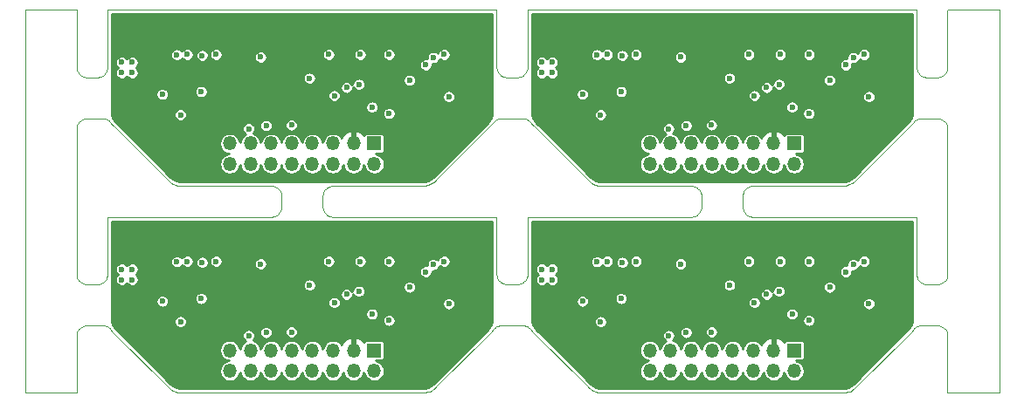
<source format=gbr>
G04 #@! TF.GenerationSoftware,KiCad,Pcbnew,5.1.5+dfsg1-2build2*
G04 #@! TF.CreationDate,2021-02-18T19:40:11-08:00*
G04 #@! TF.ProjectId,panel,70616e65-6c2e-46b6-9963-61645f706362,rev?*
G04 #@! TF.SameCoordinates,Original*
G04 #@! TF.FileFunction,Copper,L2,Inr*
G04 #@! TF.FilePolarity,Positive*
%FSLAX46Y46*%
G04 Gerber Fmt 4.6, Leading zero omitted, Abs format (unit mm)*
G04 Created by KiCad (PCBNEW 5.1.5+dfsg1-2build2) date 2021-02-18 19:40:11*
%MOMM*%
%LPD*%
G04 APERTURE LIST*
G04 #@! TA.AperFunction,Profile*
%ADD10C,0.100000*%
G04 #@! TD*
G04 #@! TA.AperFunction,ViaPad*
%ADD11R,1.350000X1.350000*%
G04 #@! TD*
G04 #@! TA.AperFunction,ViaPad*
%ADD12O,1.350000X1.350000*%
G04 #@! TD*
G04 #@! TA.AperFunction,ViaPad*
%ADD13C,0.600000*%
G04 #@! TD*
G04 #@! TA.AperFunction,Conductor*
%ADD14C,0.254000*%
G04 #@! TD*
G04 APERTURE END LIST*
D10*
X46999000Y-75634600D02*
X46999000Y-61533200D01*
X47003800Y-75731900D02*
X46999000Y-75634600D01*
X47018000Y-75828000D02*
X47003800Y-75731900D01*
X47041600Y-75922200D02*
X47018000Y-75828000D01*
X47074400Y-76013700D02*
X47041600Y-75922200D01*
X47115900Y-76101500D02*
X47074400Y-76013700D01*
X47165900Y-76184900D02*
X47115900Y-76101500D01*
X47223700Y-76262900D02*
X47165900Y-76184900D01*
X47289000Y-76334900D02*
X47223700Y-76262900D01*
X47361000Y-76400100D02*
X47289000Y-76334900D01*
X47439000Y-76458000D02*
X47361000Y-76400100D01*
X47522300Y-76508000D02*
X47439000Y-76458000D01*
X47610100Y-76549500D02*
X47522300Y-76508000D01*
X47701600Y-76582200D02*
X47610100Y-76549500D01*
X47795900Y-76605800D02*
X47701600Y-76582200D01*
X47892000Y-76620100D02*
X47795900Y-76605800D01*
X47989200Y-76624900D02*
X47892000Y-76620100D01*
X49009400Y-76624900D02*
X47989200Y-76624900D01*
X49106700Y-76620100D02*
X49009400Y-76624900D01*
X49202800Y-76605800D02*
X49106700Y-76620100D01*
X49297000Y-76582200D02*
X49202800Y-76605800D01*
X49388500Y-76549500D02*
X49297000Y-76582200D01*
X49476300Y-76508000D02*
X49388500Y-76549500D01*
X49559600Y-76458000D02*
X49476300Y-76508000D01*
X49637600Y-76400200D02*
X49559600Y-76458000D01*
X49709600Y-76334900D02*
X49637600Y-76400200D01*
X49774900Y-76263000D02*
X49709600Y-76334900D01*
X49832700Y-76185000D02*
X49774900Y-76263000D01*
X49882700Y-76101600D02*
X49832700Y-76185000D01*
X49924200Y-76013800D02*
X49882700Y-76101600D01*
X49957000Y-75922400D02*
X49924200Y-76013800D01*
X49980600Y-75828100D02*
X49957000Y-75922400D01*
X49994900Y-75732000D02*
X49980600Y-75828100D01*
X49999700Y-75634800D02*
X49994900Y-75732000D01*
X50000500Y-70096500D02*
X49999700Y-75634800D01*
X50002000Y-70088500D02*
X50000500Y-70096500D01*
X50007000Y-70084000D02*
X50002000Y-70088500D01*
X50014100Y-70082900D02*
X50007000Y-70084000D01*
X65860500Y-70082900D02*
X50014100Y-70082900D01*
X65957800Y-70078100D02*
X65860500Y-70082900D01*
X66053900Y-70063900D02*
X65957800Y-70078100D01*
X66148100Y-70040300D02*
X66053900Y-70063900D01*
X66239600Y-70007500D02*
X66148100Y-70040300D01*
X66327400Y-69966000D02*
X66239600Y-70007500D01*
X66410800Y-69916000D02*
X66327400Y-69966000D01*
X66488800Y-69858200D02*
X66410800Y-69916000D01*
X66560800Y-69792900D02*
X66488800Y-69858200D01*
X66626000Y-69720900D02*
X66560800Y-69792900D01*
X66683900Y-69642900D02*
X66626000Y-69720900D01*
X66733900Y-69559600D02*
X66683900Y-69642900D01*
X66775400Y-69471800D02*
X66733900Y-69559600D01*
X66808100Y-69380300D02*
X66775400Y-69471800D01*
X66831700Y-69286000D02*
X66808100Y-69380300D01*
X66846000Y-69189900D02*
X66831700Y-69286000D01*
X66850800Y-69092700D02*
X66846000Y-69189900D01*
X66850800Y-68072900D02*
X66850800Y-69092700D01*
X66846000Y-67975700D02*
X66850800Y-68072900D01*
X66831700Y-67879600D02*
X66846000Y-67975700D01*
X66808100Y-67785300D02*
X66831700Y-67879600D01*
X66775400Y-67693900D02*
X66808100Y-67785300D01*
X66733900Y-67606100D02*
X66775400Y-67693900D01*
X66683900Y-67522700D02*
X66733900Y-67606100D01*
X66626100Y-67444700D02*
X66683900Y-67522700D01*
X66560800Y-67372700D02*
X66626100Y-67444700D01*
X66488900Y-67307500D02*
X66560800Y-67372700D01*
X66410800Y-67249600D02*
X66488900Y-67307500D01*
X66327500Y-67199600D02*
X66410800Y-67249600D01*
X66239700Y-67158100D02*
X66327500Y-67199600D01*
X66148300Y-67125400D02*
X66239700Y-67158100D01*
X66054000Y-67101700D02*
X66148300Y-67125400D01*
X65957900Y-67087500D02*
X66054000Y-67101700D01*
X65860700Y-67082700D02*
X65957900Y-67087500D01*
X57246500Y-67081300D02*
X65860700Y-67082700D01*
X57036500Y-67069600D02*
X57246500Y-67081300D01*
X57008600Y-67066400D02*
X57036500Y-67069600D01*
X56801700Y-67030900D02*
X57008600Y-67066400D01*
X56599400Y-66973000D02*
X56801700Y-67030900D01*
X56572800Y-66963700D02*
X56599400Y-66973000D01*
X56379000Y-66883000D02*
X56572800Y-66963700D01*
X56182700Y-66774600D02*
X56379000Y-66883000D01*
X55999800Y-66644900D02*
X56182700Y-66774600D01*
X55832100Y-66495400D02*
X55999800Y-66644900D01*
X50589700Y-61255700D02*
X55832100Y-66495400D01*
X50453800Y-61105900D02*
X50589700Y-61255700D01*
X50333400Y-60943900D02*
X50453800Y-61105900D01*
X50274900Y-60872100D02*
X50333400Y-60943900D01*
X50210100Y-60806300D02*
X50274900Y-60872100D01*
X50139500Y-60746800D02*
X50210100Y-60806300D01*
X50063600Y-60694200D02*
X50139500Y-60746800D01*
X49983100Y-60648800D02*
X50063600Y-60694200D01*
X49898800Y-60611100D02*
X49983100Y-60648800D01*
X49811300Y-60581500D02*
X49898800Y-60611100D01*
X49721500Y-60560200D02*
X49811300Y-60581500D01*
X49630000Y-60547300D02*
X49721500Y-60560200D01*
X49537500Y-60543000D02*
X49630000Y-60547300D01*
X47989200Y-60543000D02*
X49537500Y-60543000D01*
X47892000Y-60547700D02*
X47989200Y-60543000D01*
X47795900Y-60562000D02*
X47892000Y-60547700D01*
X47701600Y-60585600D02*
X47795900Y-60562000D01*
X47610100Y-60618300D02*
X47701600Y-60585600D01*
X47522300Y-60659900D02*
X47610100Y-60618300D01*
X47439000Y-60709800D02*
X47522300Y-60659900D01*
X47361000Y-60767700D02*
X47439000Y-60709800D01*
X47289000Y-60832900D02*
X47361000Y-60767700D01*
X47223700Y-60904900D02*
X47289000Y-60832900D01*
X47165900Y-60982900D02*
X47223700Y-60904900D01*
X47115900Y-61066300D02*
X47165900Y-60982900D01*
X47074400Y-61154100D02*
X47115900Y-61066300D01*
X47041600Y-61245600D02*
X47074400Y-61154100D01*
X47018000Y-61339800D02*
X47041600Y-61245600D01*
X47003800Y-61435900D02*
X47018000Y-61339800D01*
X46999000Y-61533200D02*
X47003800Y-61435900D01*
X87255200Y-61092200D02*
X87359300Y-60950100D01*
X87107800Y-61254900D02*
X87255200Y-61092200D01*
X81868200Y-66494500D02*
X87107800Y-61254900D01*
X81727400Y-66622400D02*
X81868200Y-66494500D01*
X81708400Y-66638100D02*
X81727400Y-66622400D01*
X81560100Y-66747600D02*
X81708400Y-66638100D01*
X81391700Y-66848500D02*
X81560100Y-66747600D01*
X81214100Y-66932500D02*
X81391700Y-66848500D01*
X81041200Y-66994600D02*
X81214100Y-66932500D01*
X81017600Y-67001800D02*
X81041200Y-66994600D01*
X80839200Y-67046200D02*
X81017600Y-67001800D01*
X80657000Y-67073500D02*
X80839200Y-67046200D01*
X80632500Y-67075900D02*
X80657000Y-67073500D01*
X80448700Y-67084800D02*
X80632500Y-67075900D01*
X71843200Y-67083600D02*
X80448700Y-67084800D01*
X71745900Y-67088400D02*
X71843200Y-67083600D01*
X71649800Y-67102600D02*
X71745900Y-67088400D01*
X71555500Y-67126200D02*
X71649800Y-67102600D01*
X71464000Y-67158900D02*
X71555500Y-67126200D01*
X71376200Y-67200500D02*
X71464000Y-67158900D01*
X71292800Y-67250400D02*
X71376200Y-67200500D01*
X71214800Y-67308300D02*
X71292800Y-67250400D01*
X71142800Y-67373500D02*
X71214800Y-67308300D01*
X71077500Y-67445500D02*
X71142800Y-67373500D01*
X71019600Y-67523500D02*
X71077500Y-67445500D01*
X70969700Y-67606900D02*
X71019600Y-67523500D01*
X70928100Y-67694700D02*
X70969700Y-67606900D01*
X70895400Y-67786200D02*
X70928100Y-67694700D01*
X70871800Y-67880400D02*
X70895400Y-67786200D01*
X70857500Y-67976600D02*
X70871800Y-67880400D01*
X70852800Y-68073800D02*
X70857500Y-67976600D01*
X70852800Y-69092700D02*
X70852800Y-68073800D01*
X70857500Y-69189900D02*
X70852800Y-69092700D01*
X70871800Y-69286000D02*
X70857500Y-69189900D01*
X70895400Y-69380300D02*
X70871800Y-69286000D01*
X70928100Y-69471800D02*
X70895400Y-69380300D01*
X70969700Y-69559600D02*
X70928100Y-69471800D01*
X71019600Y-69642900D02*
X70969700Y-69559600D01*
X71077500Y-69720900D02*
X71019600Y-69642900D01*
X71142700Y-69792900D02*
X71077500Y-69720900D01*
X71214700Y-69858200D02*
X71142700Y-69792900D01*
X71292800Y-69916000D02*
X71214700Y-69858200D01*
X71376100Y-69966000D02*
X71292800Y-69916000D01*
X71463900Y-70007500D02*
X71376100Y-69966000D01*
X71555400Y-70040300D02*
X71463900Y-70007500D01*
X71649600Y-70063900D02*
X71555400Y-70040300D01*
X71745700Y-70078100D02*
X71649600Y-70063900D01*
X71843000Y-70082900D02*
X71745700Y-70078100D01*
X87686000Y-70082900D02*
X71843000Y-70082900D01*
X87693100Y-70084000D02*
X87686000Y-70082900D01*
X87698100Y-70088500D02*
X87693100Y-70084000D01*
X87699600Y-70096500D02*
X87698100Y-70088500D01*
X87702400Y-75635100D02*
X87699600Y-70096500D01*
X87707200Y-75732400D02*
X87702400Y-75635100D01*
X87721500Y-75828400D02*
X87707200Y-75732400D01*
X87745100Y-75922600D02*
X87721500Y-75828400D01*
X87777900Y-76014100D02*
X87745100Y-75922600D01*
X87819400Y-76101800D02*
X87777900Y-76014100D01*
X87869400Y-76185100D02*
X87819400Y-76101800D01*
X87927300Y-76263100D02*
X87869400Y-76185100D01*
X87992500Y-76335100D02*
X87927300Y-76263100D01*
X88064500Y-76400300D02*
X87992500Y-76335100D01*
X88142500Y-76458100D02*
X88064500Y-76400300D01*
X88225800Y-76508000D02*
X88142500Y-76458100D01*
X88313600Y-76549500D02*
X88225800Y-76508000D01*
X88405100Y-76582300D02*
X88313600Y-76549500D01*
X88499300Y-76605800D02*
X88405100Y-76582300D01*
X88595300Y-76620100D02*
X88499300Y-76605800D01*
X88692600Y-76624900D02*
X88595300Y-76620100D01*
X89712900Y-76624900D02*
X88692600Y-76624900D01*
X89810200Y-76620100D02*
X89712900Y-76624900D01*
X89906300Y-76605800D02*
X89810200Y-76620100D01*
X90000500Y-76582200D02*
X89906300Y-76605800D01*
X90092000Y-76549500D02*
X90000500Y-76582200D01*
X90179800Y-76508000D02*
X90092000Y-76549500D01*
X90263100Y-76458000D02*
X90179800Y-76508000D01*
X90341100Y-76400200D02*
X90263100Y-76458000D01*
X90413100Y-76334900D02*
X90341100Y-76400200D01*
X90478400Y-76263000D02*
X90413100Y-76334900D01*
X90536200Y-76185000D02*
X90478400Y-76263000D01*
X90586200Y-76101600D02*
X90536200Y-76185000D01*
X90627700Y-76013800D02*
X90586200Y-76101600D01*
X90660500Y-75922400D02*
X90627700Y-76013800D01*
X90684100Y-75828100D02*
X90660500Y-75922400D01*
X90698400Y-75732000D02*
X90684100Y-75828100D01*
X90703200Y-75634800D02*
X90698400Y-75732000D01*
X90704000Y-70096500D02*
X90703200Y-75634800D01*
X90705500Y-70088500D02*
X90704000Y-70096500D01*
X90710500Y-70084000D02*
X90705500Y-70088500D01*
X90717600Y-70082900D02*
X90710500Y-70084000D01*
X106564000Y-70082900D02*
X90717600Y-70082900D01*
X106661300Y-70078100D02*
X106564000Y-70082900D01*
X106757400Y-70063900D02*
X106661300Y-70078100D01*
X106851700Y-70040300D02*
X106757400Y-70063900D01*
X106943100Y-70007500D02*
X106851700Y-70040300D01*
X107031000Y-69966000D02*
X106943100Y-70007500D01*
X107114300Y-69916000D02*
X107031000Y-69966000D01*
X107192300Y-69858200D02*
X107114300Y-69916000D01*
X107264300Y-69792900D02*
X107192300Y-69858200D01*
X107329600Y-69720900D02*
X107264300Y-69792900D01*
X107387400Y-69642900D02*
X107329600Y-69720900D01*
X107437400Y-69559600D02*
X107387400Y-69642900D01*
X107478900Y-69471800D02*
X107437400Y-69559600D01*
X107511600Y-69380300D02*
X107478900Y-69471800D01*
X107535200Y-69286000D02*
X107511600Y-69380300D01*
X107549500Y-69189900D02*
X107535200Y-69286000D01*
X107554300Y-69092700D02*
X107549500Y-69189900D01*
X107554300Y-68072900D02*
X107554300Y-69092700D01*
X107549500Y-67975700D02*
X107554300Y-68072900D01*
X107535300Y-67879600D02*
X107549500Y-67975700D01*
X107511600Y-67785300D02*
X107535300Y-67879600D01*
X107478900Y-67693900D02*
X107511600Y-67785300D01*
X107437400Y-67606100D02*
X107478900Y-67693900D01*
X107387500Y-67522700D02*
X107437400Y-67606100D01*
X107329600Y-67444700D02*
X107387500Y-67522700D01*
X107264400Y-67372700D02*
X107329600Y-67444700D01*
X107192400Y-67307500D02*
X107264400Y-67372700D01*
X107114400Y-67249600D02*
X107192400Y-67307500D01*
X107031000Y-67199600D02*
X107114400Y-67249600D01*
X106943200Y-67158100D02*
X107031000Y-67199600D01*
X106851800Y-67125400D02*
X106943200Y-67158100D01*
X106757500Y-67101700D02*
X106851800Y-67125400D01*
X106661500Y-67087500D02*
X106757500Y-67101700D01*
X106564200Y-67082700D02*
X106661500Y-67087500D01*
X97950000Y-67081300D02*
X106564200Y-67082700D01*
X97740100Y-67069600D02*
X97950000Y-67081300D01*
X97712100Y-67066400D02*
X97740100Y-67069600D01*
X97504700Y-67030700D02*
X97712100Y-67066400D01*
X97302600Y-66972900D02*
X97504700Y-67030700D01*
X97276300Y-66963700D02*
X97302600Y-66972900D01*
X97082500Y-66883000D02*
X97276300Y-66963700D01*
X96886200Y-66774600D02*
X97082500Y-66883000D01*
X96703300Y-66644900D02*
X96886200Y-66774600D01*
X96535600Y-66495400D02*
X96703300Y-66644900D01*
X91293200Y-61255700D02*
X96535600Y-66495400D01*
X91157400Y-61105900D02*
X91293200Y-61255700D01*
X91036900Y-60943900D02*
X91157400Y-61105900D01*
X90978400Y-60872100D02*
X91036900Y-60943900D01*
X90913600Y-60806300D02*
X90978400Y-60872100D01*
X90843000Y-60746800D02*
X90913600Y-60806300D01*
X90767100Y-60694200D02*
X90843000Y-60746800D01*
X90686600Y-60648800D02*
X90767100Y-60694200D01*
X90602300Y-60611100D02*
X90686600Y-60648800D01*
X90514800Y-60581500D02*
X90602300Y-60611100D01*
X90425000Y-60560200D02*
X90514800Y-60581500D01*
X90333500Y-60547300D02*
X90425000Y-60560200D01*
X90241000Y-60543000D02*
X90333500Y-60547300D01*
X88159700Y-60543000D02*
X90241000Y-60543000D01*
X88066500Y-60547300D02*
X88159700Y-60543000D01*
X87974300Y-60560400D02*
X88066500Y-60547300D01*
X87883700Y-60582200D02*
X87974300Y-60560400D01*
X87795600Y-60612300D02*
X87883700Y-60582200D01*
X87710700Y-60650500D02*
X87795600Y-60612300D01*
X87629800Y-60696600D02*
X87710700Y-60650500D01*
X87553500Y-60750100D02*
X87629800Y-60696600D01*
X87482600Y-60810500D02*
X87553500Y-60750100D01*
X87417800Y-60877300D02*
X87482600Y-60810500D01*
X87359300Y-60950100D02*
X87417800Y-60877300D01*
X127958800Y-61092200D02*
X128062800Y-60950100D01*
X127811300Y-61254900D02*
X127958800Y-61092200D01*
X122571700Y-66494500D02*
X127811300Y-61254900D01*
X122431000Y-66622400D02*
X122571700Y-66494500D01*
X122411900Y-66638100D02*
X122431000Y-66622400D01*
X122263700Y-66747600D02*
X122411900Y-66638100D01*
X122095200Y-66848500D02*
X122263700Y-66747600D01*
X121917700Y-66932500D02*
X122095200Y-66848500D01*
X121744700Y-66994600D02*
X121917700Y-66932500D01*
X121721100Y-67001800D02*
X121744700Y-66994600D01*
X121542700Y-67046200D02*
X121721100Y-67001800D01*
X121360500Y-67073500D02*
X121542700Y-67046200D01*
X121336000Y-67075900D02*
X121360500Y-67073500D01*
X121152200Y-67084800D02*
X121336000Y-67075900D01*
X112546700Y-67083600D02*
X121152200Y-67084800D01*
X112449400Y-67088400D02*
X112546700Y-67083600D01*
X112353300Y-67102600D02*
X112449400Y-67088400D01*
X112259000Y-67126200D02*
X112353300Y-67102600D01*
X112167500Y-67158900D02*
X112259000Y-67126200D01*
X112079700Y-67200500D02*
X112167500Y-67158900D01*
X111996400Y-67250400D02*
X112079700Y-67200500D01*
X111918300Y-67308300D02*
X111996400Y-67250400D01*
X111846300Y-67373500D02*
X111918300Y-67308300D01*
X111781100Y-67445500D02*
X111846300Y-67373500D01*
X111723200Y-67523500D02*
X111781100Y-67445500D01*
X111673200Y-67606900D02*
X111723200Y-67523500D01*
X111631700Y-67694700D02*
X111673200Y-67606900D01*
X111598900Y-67786200D02*
X111631700Y-67694700D01*
X111575300Y-67880400D02*
X111598900Y-67786200D01*
X111561100Y-67976600D02*
X111575300Y-67880400D01*
X111556300Y-68073800D02*
X111561100Y-67976600D01*
X111556300Y-69092700D02*
X111556300Y-68073800D01*
X111561100Y-69189900D02*
X111556300Y-69092700D01*
X111575300Y-69286000D02*
X111561100Y-69189900D01*
X111598900Y-69380300D02*
X111575300Y-69286000D01*
X111631700Y-69471800D02*
X111598900Y-69380300D01*
X111673200Y-69559600D02*
X111631700Y-69471800D01*
X111723100Y-69642900D02*
X111673200Y-69559600D01*
X111781000Y-69720900D02*
X111723100Y-69642900D01*
X111846300Y-69792900D02*
X111781000Y-69720900D01*
X111918200Y-69858200D02*
X111846300Y-69792900D01*
X111996300Y-69916000D02*
X111918200Y-69858200D01*
X112079600Y-69966000D02*
X111996300Y-69916000D01*
X112167400Y-70007500D02*
X112079600Y-69966000D01*
X112258900Y-70040300D02*
X112167400Y-70007500D01*
X112353100Y-70063900D02*
X112258900Y-70040300D01*
X112449200Y-70078100D02*
X112353100Y-70063900D01*
X112546500Y-70082900D02*
X112449200Y-70078100D01*
X128389500Y-70082900D02*
X112546500Y-70082900D01*
X128396600Y-70084000D02*
X128389500Y-70082900D01*
X128401600Y-70088500D02*
X128396600Y-70084000D01*
X128403100Y-70096500D02*
X128401600Y-70088500D01*
X128405900Y-75635100D02*
X128403100Y-70096500D01*
X128410700Y-75732400D02*
X128405900Y-75635100D01*
X128425000Y-75828400D02*
X128410700Y-75732400D01*
X128448600Y-75922600D02*
X128425000Y-75828400D01*
X128481400Y-76014100D02*
X128448600Y-75922600D01*
X128522900Y-76101800D02*
X128481400Y-76014100D01*
X128572900Y-76185100D02*
X128522900Y-76101800D01*
X128630800Y-76263100D02*
X128572900Y-76185100D01*
X128696000Y-76335100D02*
X128630800Y-76263100D01*
X128768000Y-76400300D02*
X128696000Y-76335100D01*
X128846000Y-76458100D02*
X128768000Y-76400300D01*
X128929300Y-76508000D02*
X128846000Y-76458100D01*
X129017100Y-76549500D02*
X128929300Y-76508000D01*
X129108600Y-76582300D02*
X129017100Y-76549500D01*
X129202800Y-76605800D02*
X129108600Y-76582300D01*
X129298900Y-76620100D02*
X129202800Y-76605800D01*
X129396100Y-76624900D02*
X129298900Y-76620100D01*
X130416800Y-76624900D02*
X129396100Y-76624900D01*
X130514100Y-76620100D02*
X130416800Y-76624900D01*
X130610200Y-76605800D02*
X130514100Y-76620100D01*
X130704400Y-76582200D02*
X130610200Y-76605800D01*
X130795900Y-76549500D02*
X130704400Y-76582200D01*
X130883700Y-76508000D02*
X130795900Y-76549500D01*
X130967000Y-76458000D02*
X130883700Y-76508000D01*
X131045100Y-76400100D02*
X130967000Y-76458000D01*
X131117100Y-76334900D02*
X131045100Y-76400100D01*
X131182300Y-76262900D02*
X131117100Y-76334900D01*
X131240200Y-76184900D02*
X131182300Y-76262900D01*
X131290100Y-76101500D02*
X131240200Y-76184900D01*
X131331700Y-76013700D02*
X131290100Y-76101500D01*
X131364400Y-75922200D02*
X131331700Y-76013700D01*
X131388000Y-75828000D02*
X131364400Y-75922200D01*
X131402300Y-75731900D02*
X131388000Y-75828000D01*
X131407000Y-75634600D02*
X131402300Y-75731900D01*
X131407000Y-61533200D02*
X131407000Y-75634600D01*
X131402300Y-61435900D02*
X131407000Y-61533200D01*
X131388000Y-61339800D02*
X131402300Y-61435900D01*
X131364400Y-61245600D02*
X131388000Y-61339800D01*
X131331700Y-61154100D02*
X131364400Y-61245600D01*
X131290100Y-61066300D02*
X131331700Y-61154100D01*
X131240200Y-60982900D02*
X131290100Y-61066300D01*
X131182300Y-60904900D02*
X131240200Y-60982900D01*
X131117100Y-60832900D02*
X131182300Y-60904900D01*
X131045100Y-60767700D02*
X131117100Y-60832900D01*
X130967000Y-60709800D02*
X131045100Y-60767700D01*
X130883700Y-60659900D02*
X130967000Y-60709800D01*
X130795900Y-60618300D02*
X130883700Y-60659900D01*
X130704400Y-60585600D02*
X130795900Y-60618300D01*
X130610200Y-60562000D02*
X130704400Y-60585600D01*
X130514100Y-60547700D02*
X130610200Y-60562000D01*
X130416800Y-60543000D02*
X130514100Y-60547700D01*
X128863200Y-60543000D02*
X130416800Y-60543000D01*
X128770000Y-60547300D02*
X128863200Y-60543000D01*
X128677800Y-60560400D02*
X128770000Y-60547300D01*
X128587200Y-60582200D02*
X128677800Y-60560400D01*
X128499100Y-60612300D02*
X128587200Y-60582200D01*
X128414200Y-60650500D02*
X128499100Y-60612300D01*
X128333300Y-60696600D02*
X128414200Y-60650500D01*
X128257000Y-60750100D02*
X128333300Y-60696600D01*
X128186200Y-60810500D02*
X128257000Y-60750100D01*
X128121300Y-60877300D02*
X128186200Y-60810500D01*
X128062800Y-60950100D02*
X128121300Y-60877300D01*
X46974500Y-49999000D02*
X42010200Y-49999700D01*
X46989800Y-49999800D02*
X46974500Y-49999000D01*
X46995700Y-50003000D02*
X46989800Y-49999800D01*
X46998200Y-50008200D02*
X46995700Y-50003000D01*
X46999000Y-50023500D02*
X46998200Y-50008200D01*
X46999000Y-55550700D02*
X46999000Y-50023500D01*
X47003800Y-55648000D02*
X46999000Y-55550700D01*
X47018000Y-55744100D02*
X47003800Y-55648000D01*
X47041600Y-55838300D02*
X47018000Y-55744100D01*
X47074400Y-55929800D02*
X47041600Y-55838300D01*
X47115900Y-56017600D02*
X47074400Y-55929800D01*
X47165900Y-56101000D02*
X47115900Y-56017600D01*
X47223700Y-56179000D02*
X47165900Y-56101000D01*
X47289000Y-56251000D02*
X47223700Y-56179000D01*
X47361000Y-56316200D02*
X47289000Y-56251000D01*
X47439000Y-56374100D02*
X47361000Y-56316200D01*
X47522300Y-56424000D02*
X47439000Y-56374100D01*
X47610100Y-56465600D02*
X47522300Y-56424000D01*
X47701600Y-56498300D02*
X47610100Y-56465600D01*
X47795900Y-56521900D02*
X47701600Y-56498300D01*
X47892000Y-56536200D02*
X47795900Y-56521900D01*
X47989200Y-56541000D02*
X47892000Y-56536200D01*
X49009400Y-56541000D02*
X47989200Y-56541000D01*
X49106700Y-56536200D02*
X49009400Y-56541000D01*
X49202800Y-56521900D02*
X49106700Y-56536200D01*
X49297000Y-56498300D02*
X49202800Y-56521900D01*
X49388500Y-56465600D02*
X49297000Y-56498300D01*
X49476300Y-56424100D02*
X49388500Y-56465600D01*
X49559600Y-56374100D02*
X49476300Y-56424100D01*
X49637600Y-56316300D02*
X49559600Y-56374100D01*
X49709600Y-56251000D02*
X49637600Y-56316300D01*
X49774900Y-56179100D02*
X49709600Y-56251000D01*
X49832700Y-56101000D02*
X49774900Y-56179100D01*
X49882700Y-56017700D02*
X49832700Y-56101000D01*
X49924200Y-55929900D02*
X49882700Y-56017700D01*
X49957000Y-55838500D02*
X49924200Y-55929900D01*
X49980600Y-55744200D02*
X49957000Y-55838500D01*
X49994900Y-55648100D02*
X49980600Y-55744200D01*
X49999700Y-55550900D02*
X49994900Y-55648100D01*
X50000500Y-50012600D02*
X49999700Y-55550900D01*
X50001300Y-50006400D02*
X50000500Y-50012600D01*
X50003800Y-50002300D02*
X50001300Y-50006400D01*
X50007900Y-49999800D02*
X50003800Y-50002300D01*
X50013200Y-49999000D02*
X50007900Y-49999800D01*
X87691200Y-49999500D02*
X50013200Y-49999000D01*
X87697600Y-50003800D02*
X87691200Y-49999500D01*
X87699600Y-50012600D02*
X87697600Y-50003800D01*
X87702400Y-55551200D02*
X87699600Y-50012600D01*
X87707200Y-55648400D02*
X87702400Y-55551200D01*
X87721500Y-55744500D02*
X87707200Y-55648400D01*
X87745100Y-55838700D02*
X87721500Y-55744500D01*
X87777900Y-55930100D02*
X87745100Y-55838700D01*
X87819400Y-56017900D02*
X87777900Y-55930100D01*
X87869400Y-56101200D02*
X87819400Y-56017900D01*
X87927300Y-56179200D02*
X87869400Y-56101200D01*
X87992500Y-56251200D02*
X87927300Y-56179200D01*
X88064500Y-56316400D02*
X87992500Y-56251200D01*
X88142500Y-56374200D02*
X88064500Y-56316400D01*
X88225800Y-56424100D02*
X88142500Y-56374200D01*
X88313600Y-56465600D02*
X88225800Y-56424100D01*
X88405100Y-56498300D02*
X88313600Y-56465600D01*
X88499300Y-56521900D02*
X88405100Y-56498300D01*
X88595300Y-56536200D02*
X88499300Y-56521900D01*
X88692600Y-56541000D02*
X88595300Y-56536200D01*
X89712900Y-56541000D02*
X88692600Y-56541000D01*
X89810200Y-56536200D02*
X89712900Y-56541000D01*
X89906300Y-56521900D02*
X89810200Y-56536200D01*
X90000500Y-56498300D02*
X89906300Y-56521900D01*
X90092000Y-56465600D02*
X90000500Y-56498300D01*
X90179800Y-56424100D02*
X90092000Y-56465600D01*
X90263100Y-56374100D02*
X90179800Y-56424100D01*
X90341100Y-56316300D02*
X90263100Y-56374100D01*
X90413100Y-56251000D02*
X90341100Y-56316300D01*
X90478400Y-56179100D02*
X90413100Y-56251000D01*
X90536200Y-56101000D02*
X90478400Y-56179100D01*
X90586200Y-56017700D02*
X90536200Y-56101000D01*
X90627700Y-55929900D02*
X90586200Y-56017700D01*
X90660500Y-55838500D02*
X90627700Y-55929900D01*
X90684100Y-55744200D02*
X90660500Y-55838500D01*
X90698400Y-55648100D02*
X90684100Y-55744200D01*
X90703200Y-55550900D02*
X90698400Y-55648100D01*
X90704000Y-50012600D02*
X90703200Y-55550900D01*
X90706000Y-50003800D02*
X90704000Y-50012600D01*
X90713300Y-49999400D02*
X90706000Y-50003800D01*
X128394700Y-49999500D02*
X90713300Y-49999400D01*
X128401100Y-50003800D02*
X128394700Y-49999500D01*
X128403100Y-50012600D02*
X128401100Y-50003800D01*
X128405900Y-55551200D02*
X128403100Y-50012600D01*
X128410700Y-55648500D02*
X128405900Y-55551200D01*
X128425000Y-55744500D02*
X128410700Y-55648500D01*
X128448600Y-55838700D02*
X128425000Y-55744500D01*
X128481400Y-55930100D02*
X128448600Y-55838700D01*
X128522900Y-56017900D02*
X128481400Y-55930100D01*
X128572900Y-56101200D02*
X128522900Y-56017900D01*
X128630800Y-56179200D02*
X128572900Y-56101200D01*
X128696000Y-56251200D02*
X128630800Y-56179200D01*
X128768000Y-56316400D02*
X128696000Y-56251200D01*
X128846000Y-56374200D02*
X128768000Y-56316400D01*
X128929300Y-56424100D02*
X128846000Y-56374200D01*
X129017100Y-56465600D02*
X128929300Y-56424100D01*
X129108600Y-56498300D02*
X129017100Y-56465600D01*
X129202800Y-56521900D02*
X129108600Y-56498300D01*
X129298900Y-56536200D02*
X129202800Y-56521900D01*
X129396100Y-56541000D02*
X129298900Y-56536200D01*
X130416800Y-56541000D02*
X129396100Y-56541000D01*
X130514100Y-56536200D02*
X130416800Y-56541000D01*
X130610200Y-56521900D02*
X130514100Y-56536200D01*
X130704400Y-56498300D02*
X130610200Y-56521900D01*
X130795900Y-56465600D02*
X130704400Y-56498300D01*
X130883700Y-56424000D02*
X130795900Y-56465600D01*
X130967000Y-56374100D02*
X130883700Y-56424000D01*
X131045100Y-56316200D02*
X130967000Y-56374100D01*
X131117100Y-56251000D02*
X131045100Y-56316200D01*
X131182300Y-56179000D02*
X131117100Y-56251000D01*
X131240200Y-56101000D02*
X131182300Y-56179000D01*
X131290100Y-56017600D02*
X131240200Y-56101000D01*
X131331700Y-55929800D02*
X131290100Y-56017600D01*
X131364400Y-55838300D02*
X131331700Y-55929800D01*
X131388000Y-55744100D02*
X131364400Y-55838300D01*
X131402300Y-55648000D02*
X131388000Y-55744100D01*
X131407000Y-55550700D02*
X131402300Y-55648000D01*
X131407000Y-50023500D02*
X131407000Y-55550700D01*
X131407800Y-50008200D02*
X131407000Y-50023500D01*
X131411000Y-50002300D02*
X131407800Y-50008200D01*
X131416300Y-49999800D02*
X131411000Y-50002300D01*
X131431600Y-49999000D02*
X131416300Y-49999800D01*
X136383500Y-49999000D02*
X131431600Y-49999000D01*
X136400700Y-50000300D02*
X136383500Y-49999000D01*
X136406800Y-50006300D02*
X136400700Y-50000300D01*
X136408000Y-50023500D02*
X136406800Y-50006300D01*
X136408000Y-87144300D02*
X136408000Y-50023500D01*
X136406800Y-87161500D02*
X136408000Y-87144300D01*
X136400700Y-87167500D02*
X136406800Y-87161500D01*
X136383500Y-87168800D02*
X136400700Y-87167500D01*
X131431600Y-87168800D02*
X136383500Y-87168800D01*
X131416300Y-87168000D02*
X131431600Y-87168800D01*
X131410300Y-87164800D02*
X131416300Y-87168000D01*
X131407800Y-87159600D02*
X131410300Y-87164800D01*
X131407000Y-87144300D02*
X131407800Y-87159600D01*
X131407000Y-81617100D02*
X131407000Y-87144300D01*
X131402300Y-81519800D02*
X131407000Y-81617100D01*
X131388000Y-81423700D02*
X131402300Y-81519800D01*
X131364400Y-81329500D02*
X131388000Y-81423700D01*
X131331700Y-81238000D02*
X131364400Y-81329500D01*
X131290100Y-81150200D02*
X131331700Y-81238000D01*
X131240200Y-81066900D02*
X131290100Y-81150200D01*
X131182300Y-80988800D02*
X131240200Y-81066900D01*
X131117100Y-80916800D02*
X131182300Y-80988800D01*
X131045100Y-80851600D02*
X131117100Y-80916800D01*
X130967000Y-80793700D02*
X131045100Y-80851600D01*
X130883700Y-80743800D02*
X130967000Y-80793700D01*
X130795900Y-80702200D02*
X130883700Y-80743800D01*
X130704400Y-80669500D02*
X130795900Y-80702200D01*
X130610200Y-80645900D02*
X130704400Y-80669500D01*
X130514100Y-80631600D02*
X130610200Y-80645900D01*
X130416800Y-80626900D02*
X130514100Y-80631600D01*
X128863200Y-80626900D02*
X130416800Y-80626900D01*
X128770000Y-80631300D02*
X128863200Y-80626900D01*
X128677800Y-80644400D02*
X128770000Y-80631300D01*
X128587200Y-80666100D02*
X128677800Y-80644400D01*
X128499100Y-80696200D02*
X128587200Y-80666100D01*
X128414200Y-80734400D02*
X128499100Y-80696200D01*
X128333300Y-80780500D02*
X128414200Y-80734400D01*
X128257000Y-80834000D02*
X128333300Y-80780500D01*
X128186200Y-80894400D02*
X128257000Y-80834000D01*
X128121300Y-80961200D02*
X128186200Y-80894400D01*
X128062800Y-81034000D02*
X128121300Y-80961200D01*
X127958800Y-81176100D02*
X128062800Y-81034000D01*
X127811300Y-81338800D02*
X127958800Y-81176100D01*
X122571700Y-86578400D02*
X127811300Y-81338800D01*
X122431000Y-86706300D02*
X122571700Y-86578400D01*
X122411900Y-86722000D02*
X122431000Y-86706300D01*
X122274000Y-86824300D02*
X122411900Y-86722000D01*
X122253500Y-86838000D02*
X122274000Y-86824300D01*
X122095200Y-86932400D02*
X122253500Y-86838000D01*
X121929200Y-87011300D02*
X122095200Y-86932400D01*
X121906400Y-87020700D02*
X121929200Y-87011300D01*
X121732800Y-87082500D02*
X121906400Y-87020700D01*
X121542300Y-87130200D02*
X121732800Y-87082500D01*
X121348000Y-87158900D02*
X121542300Y-87130200D01*
X121146000Y-87168800D02*
X121348000Y-87158900D01*
X97956900Y-87165300D02*
X121146000Y-87168800D01*
X97726300Y-87152300D02*
X97956900Y-87165300D01*
X97518500Y-87117400D02*
X97726300Y-87152300D01*
X97491300Y-87111200D02*
X97518500Y-87117400D01*
X97289200Y-87052500D02*
X97491300Y-87111200D01*
X97095200Y-86972600D02*
X97289200Y-87052500D01*
X97069800Y-86960400D02*
X97095200Y-86972600D01*
X96886200Y-86858500D02*
X97069800Y-86960400D01*
X96714400Y-86737100D02*
X96886200Y-86858500D01*
X96692400Y-86719600D02*
X96714400Y-86737100D01*
X96535800Y-86579500D02*
X96692400Y-86719600D01*
X91293200Y-81339600D02*
X96535800Y-86579500D01*
X91157400Y-81189800D02*
X91293200Y-81339600D01*
X91036900Y-81027800D02*
X91157400Y-81189800D01*
X90978400Y-80956000D02*
X91036900Y-81027800D01*
X90913600Y-80890200D02*
X90978400Y-80956000D01*
X90843000Y-80830700D02*
X90913600Y-80890200D01*
X90767100Y-80778100D02*
X90843000Y-80830700D01*
X90686600Y-80732700D02*
X90767100Y-80778100D01*
X90602300Y-80695100D02*
X90686600Y-80732700D01*
X90514800Y-80665400D02*
X90602300Y-80695100D01*
X90425000Y-80644100D02*
X90514800Y-80665400D01*
X90333500Y-80631200D02*
X90425000Y-80644100D01*
X90241000Y-80626900D02*
X90333500Y-80631200D01*
X88159700Y-80626900D02*
X90241000Y-80626900D01*
X88066500Y-80631300D02*
X88159700Y-80626900D01*
X87974300Y-80644400D02*
X88066500Y-80631300D01*
X87883700Y-80666100D02*
X87974300Y-80644400D01*
X87795600Y-80696200D02*
X87883700Y-80666100D01*
X87710700Y-80734400D02*
X87795600Y-80696200D01*
X87629800Y-80780500D02*
X87710700Y-80734400D01*
X87553500Y-80834000D02*
X87629800Y-80780500D01*
X87482600Y-80894400D02*
X87553500Y-80834000D01*
X87417800Y-80961200D02*
X87482600Y-80894400D01*
X87359300Y-81034000D02*
X87417800Y-80961200D01*
X87255200Y-81176100D02*
X87359300Y-81034000D01*
X87107800Y-81338800D02*
X87255200Y-81176100D01*
X81868200Y-86578400D02*
X87107800Y-81338800D01*
X81718300Y-86714300D02*
X81868200Y-86578400D01*
X81560500Y-86831200D02*
X81718300Y-86714300D01*
X81392100Y-86932200D02*
X81560500Y-86831200D01*
X81214600Y-87016200D02*
X81392100Y-86932200D01*
X81041200Y-87078500D02*
X81214600Y-87016200D01*
X81017600Y-87085700D02*
X81041200Y-87078500D01*
X80851000Y-87127400D02*
X81017600Y-87085700D01*
X80826900Y-87132200D02*
X80851000Y-87127400D01*
X80644500Y-87158900D02*
X80826900Y-87132200D01*
X80442500Y-87168800D02*
X80644500Y-87158900D01*
X57253400Y-87165300D02*
X80442500Y-87168800D01*
X57022800Y-87152300D02*
X57253400Y-87165300D01*
X56801700Y-87114800D02*
X57022800Y-87152300D01*
X56585700Y-87052500D02*
X56801700Y-87114800D01*
X56391600Y-86972600D02*
X56585700Y-87052500D01*
X56366300Y-86960400D02*
X56391600Y-86972600D01*
X56182700Y-86858500D02*
X56366300Y-86960400D01*
X56010900Y-86737100D02*
X56182700Y-86858500D01*
X55988900Y-86719600D02*
X56010900Y-86737100D01*
X55832300Y-86579500D02*
X55988900Y-86719600D01*
X50589800Y-81339700D02*
X55832300Y-86579500D01*
X50453500Y-81189400D02*
X50589800Y-81339700D01*
X50338400Y-81034800D02*
X50453500Y-81189400D01*
X50288900Y-80972000D02*
X50338400Y-81034800D01*
X50223800Y-80903100D02*
X50288900Y-80972000D01*
X50152500Y-80840800D02*
X50223800Y-80903100D01*
X50075500Y-80785700D02*
X50152500Y-80840800D01*
X49993600Y-80738100D02*
X50075500Y-80785700D01*
X49907500Y-80698500D02*
X49993600Y-80738100D01*
X49818100Y-80667400D02*
X49907500Y-80698500D01*
X49726100Y-80645000D02*
X49818100Y-80667400D01*
X49632400Y-80631400D02*
X49726100Y-80645000D01*
X49537500Y-80626900D02*
X49632400Y-80631400D01*
X47989200Y-80626900D02*
X49537500Y-80626900D01*
X47892000Y-80631600D02*
X47989200Y-80626900D01*
X47795900Y-80645900D02*
X47892000Y-80631600D01*
X47701600Y-80669500D02*
X47795900Y-80645900D01*
X47610100Y-80702200D02*
X47701600Y-80669500D01*
X47522300Y-80743800D02*
X47610100Y-80702200D01*
X47439000Y-80793700D02*
X47522300Y-80743800D01*
X47361000Y-80851600D02*
X47439000Y-80793700D01*
X47289000Y-80916800D02*
X47361000Y-80851600D01*
X47223700Y-80988800D02*
X47289000Y-80916800D01*
X47165900Y-81066900D02*
X47223700Y-80988800D01*
X47115900Y-81150200D02*
X47165900Y-81066900D01*
X47074400Y-81238000D02*
X47115900Y-81150200D01*
X47041600Y-81329500D02*
X47074400Y-81238000D01*
X47018000Y-81423700D02*
X47041600Y-81329500D01*
X47003800Y-81519800D02*
X47018000Y-81423700D01*
X46999000Y-81617100D02*
X47003800Y-81519800D01*
X46999000Y-87144300D02*
X46999000Y-81617100D01*
X46998200Y-87159600D02*
X46999000Y-87144300D01*
X46995700Y-87164800D02*
X46998200Y-87159600D01*
X46989800Y-87168000D02*
X46995700Y-87164800D01*
X46974500Y-87168800D02*
X46989800Y-87168000D01*
X42024500Y-87168800D02*
X46974500Y-87168800D01*
X42007300Y-87167500D02*
X42024500Y-87168800D01*
X42001300Y-87161500D02*
X42007300Y-87167500D01*
X42000000Y-87144300D02*
X42001300Y-87161500D01*
X42000000Y-50023500D02*
X42000000Y-87144300D01*
X42001600Y-50005400D02*
X42000000Y-50023500D01*
X42004700Y-50001600D02*
X42001600Y-50005400D01*
X42010200Y-49999700D02*
X42004700Y-50001600D01*
D11*
G04 #@! TO.N,Board_4-/PTT*
G04 #@! TO.C,J1*
X116551022Y-83037911D03*
D12*
G04 #@! TO.N,Board_4-/GPIO2*
X116551022Y-85037911D03*
G04 #@! TO.N,Board_4-+5V*
X114551022Y-83037911D03*
G04 #@! TO.N,Board_4-/GPIO1*
X114551022Y-85037911D03*
G04 #@! TO.N,Board_4-/CTCSS_DET*
X112551022Y-83037911D03*
G04 #@! TO.N,Board_4-/GPIO4*
X112551022Y-85037911D03*
G04 #@! TO.N,Board_4-/LEFT_OUT*
X110551022Y-83037911D03*
G04 #@! TO.N,Board_4-GND*
X110551022Y-85037911D03*
G04 #@! TO.N,Board_4-/COR_DET*
X108551022Y-83037911D03*
G04 #@! TO.N,Board_4-/GPIO5*
X108551022Y-85037911D03*
G04 #@! TO.N,Board_4-/AUDIO_OUT*
X106551022Y-83037911D03*
G04 #@! TO.N,Board_4-/GPIO6*
X106551022Y-85037911D03*
G04 #@! TO.N,Board_4-/MIC*
X104551022Y-83037911D03*
G04 #@! TO.N,Board_4-/GPIO7*
X104551022Y-85037911D03*
G04 #@! TO.N,Board_4-/GPIO8*
X102551022Y-83037911D03*
G04 #@! TO.N,Board_4-+12V*
X102551022Y-85037911D03*
G04 #@! TD*
D11*
G04 #@! TO.N,Board_3-/PTT*
G04 #@! TO.C,J1*
X75847501Y-83037911D03*
D12*
G04 #@! TO.N,Board_3-/GPIO2*
X75847501Y-85037911D03*
G04 #@! TO.N,Board_3-+5V*
X73847501Y-83037911D03*
G04 #@! TO.N,Board_3-/GPIO1*
X73847501Y-85037911D03*
G04 #@! TO.N,Board_3-/CTCSS_DET*
X71847501Y-83037911D03*
G04 #@! TO.N,Board_3-/GPIO4*
X71847501Y-85037911D03*
G04 #@! TO.N,Board_3-/LEFT_OUT*
X69847501Y-83037911D03*
G04 #@! TO.N,Board_3-GND*
X69847501Y-85037911D03*
G04 #@! TO.N,Board_3-/COR_DET*
X67847501Y-83037911D03*
G04 #@! TO.N,Board_3-/GPIO5*
X67847501Y-85037911D03*
G04 #@! TO.N,Board_3-/AUDIO_OUT*
X65847501Y-83037911D03*
G04 #@! TO.N,Board_3-/GPIO6*
X65847501Y-85037911D03*
G04 #@! TO.N,Board_3-/MIC*
X63847501Y-83037911D03*
G04 #@! TO.N,Board_3-/GPIO7*
X63847501Y-85037911D03*
G04 #@! TO.N,Board_3-/GPIO8*
X61847501Y-83037911D03*
G04 #@! TO.N,Board_3-+12V*
X61847501Y-85037911D03*
G04 #@! TD*
D11*
G04 #@! TO.N,Board_2-/PTT*
G04 #@! TO.C,J1*
X116551022Y-62954001D03*
D12*
G04 #@! TO.N,Board_2-/GPIO2*
X116551022Y-64954001D03*
G04 #@! TO.N,Board_2-+5V*
X114551022Y-62954001D03*
G04 #@! TO.N,Board_2-/GPIO1*
X114551022Y-64954001D03*
G04 #@! TO.N,Board_2-/CTCSS_DET*
X112551022Y-62954001D03*
G04 #@! TO.N,Board_2-/GPIO4*
X112551022Y-64954001D03*
G04 #@! TO.N,Board_2-/LEFT_OUT*
X110551022Y-62954001D03*
G04 #@! TO.N,Board_2-GND*
X110551022Y-64954001D03*
G04 #@! TO.N,Board_2-/COR_DET*
X108551022Y-62954001D03*
G04 #@! TO.N,Board_2-/GPIO5*
X108551022Y-64954001D03*
G04 #@! TO.N,Board_2-/AUDIO_OUT*
X106551022Y-62954001D03*
G04 #@! TO.N,Board_2-/GPIO6*
X106551022Y-64954001D03*
G04 #@! TO.N,Board_2-/MIC*
X104551022Y-62954001D03*
G04 #@! TO.N,Board_2-/GPIO7*
X104551022Y-64954001D03*
G04 #@! TO.N,Board_2-/GPIO8*
X102551022Y-62954001D03*
G04 #@! TO.N,Board_2-+12V*
X102551022Y-64954001D03*
G04 #@! TD*
D11*
G04 #@! TO.N,Board_1-/PTT*
G04 #@! TO.C,J1*
X75847501Y-62954001D03*
D12*
G04 #@! TO.N,Board_1-/GPIO2*
X75847501Y-64954001D03*
G04 #@! TO.N,Board_1-+5V*
X73847501Y-62954001D03*
G04 #@! TO.N,Board_1-/GPIO1*
X73847501Y-64954001D03*
G04 #@! TO.N,Board_1-/CTCSS_DET*
X71847501Y-62954001D03*
G04 #@! TO.N,Board_1-/GPIO4*
X71847501Y-64954001D03*
G04 #@! TO.N,Board_1-/LEFT_OUT*
X69847501Y-62954001D03*
G04 #@! TO.N,Board_1-GND*
X69847501Y-64954001D03*
G04 #@! TO.N,Board_1-/COR_DET*
X67847501Y-62954001D03*
G04 #@! TO.N,Board_1-/GPIO5*
X67847501Y-64954001D03*
G04 #@! TO.N,Board_1-/AUDIO_OUT*
X65847501Y-62954001D03*
G04 #@! TO.N,Board_1-/GPIO6*
X65847501Y-64954001D03*
G04 #@! TO.N,Board_1-/MIC*
X63847501Y-62954001D03*
G04 #@! TO.N,Board_1-/GPIO7*
X63847501Y-64954001D03*
G04 #@! TO.N,Board_1-/GPIO8*
X61847501Y-62954001D03*
G04 #@! TO.N,Board_1-+12V*
X61847501Y-64954001D03*
G04 #@! TD*
D13*
G04 #@! TO.N,Board_1-+5V*
X74793562Y-60292795D03*
X84142601Y-56858001D03*
X71696601Y-56604001D03*
X63827268Y-54576539D03*
X54272501Y-54572001D03*
X67124601Y-55969001D03*
X70774601Y-57624001D03*
X66574601Y-57424001D03*
X84274601Y-58324001D03*
X84274601Y-59324001D03*
X71974601Y-60824001D03*
G04 #@! TO.N,Board_1-/AIN_6DB*
X56717865Y-54358559D03*
G04 #@! TO.N,Board_1-/AUDIO_OUT*
X63674601Y-61524001D03*
G04 #@! TO.N,Board_1-/COR_DET*
X67824601Y-61174001D03*
G04 #@! TO.N,Board_1-/EEP_CK*
X77275692Y-60048229D03*
G04 #@! TO.N,Board_1-/EEP_CS*
X81574601Y-54624001D03*
G04 #@! TO.N,Board_1-/EEP_DI*
X75639411Y-59433872D03*
G04 #@! TO.N,Board_1-/EEP_DO*
X74374601Y-57224001D03*
G04 #@! TO.N,Board_1-/GPIO1*
X82618601Y-54318001D03*
G04 #@! TO.N,Board_1-/GPIO2*
X80840601Y-55334001D03*
G04 #@! TO.N,Board_1-/GPIO4*
X77284601Y-54318001D03*
G04 #@! TO.N,Board_1-/GPIO5*
X74490601Y-54318001D03*
G04 #@! TO.N,Board_1-/GPIO6*
X71442601Y-54318001D03*
G04 #@! TO.N,Board_1-/GPIO7*
X60520601Y-54318001D03*
G04 #@! TO.N,Board_1-/GPIO8*
X57726601Y-54318001D03*
G04 #@! TO.N,Board_1-/LEFT_OUT*
X65374601Y-61224001D03*
G04 #@! TO.N,Board_1-/MIC_AC*
X64838601Y-54572001D03*
G04 #@! TO.N,Board_1-/RIGHT_OUT*
X59174601Y-54424001D03*
X55324601Y-58186001D03*
X59074601Y-57923999D03*
G04 #@! TO.N,Board_1-GND*
X51376601Y-55080001D03*
X51376601Y-56096001D03*
X52392601Y-56096001D03*
X52392601Y-55080001D03*
X69574601Y-56624001D03*
X83074601Y-58424001D03*
X57074601Y-60174001D03*
X79274601Y-56824001D03*
X71974601Y-58324001D03*
X73174601Y-57524001D03*
G04 #@! TO.N,Board_2-+5V*
X115497083Y-60292795D03*
X124846122Y-56858001D03*
X112400122Y-56604001D03*
X104530789Y-54576539D03*
X94976022Y-54572001D03*
X107828122Y-55969001D03*
X111478122Y-57624001D03*
X107278122Y-57424001D03*
X124978122Y-58324001D03*
X124978122Y-59324001D03*
X112678122Y-60824001D03*
G04 #@! TO.N,Board_2-/AIN_6DB*
X97421386Y-54358559D03*
G04 #@! TO.N,Board_2-/AUDIO_OUT*
X104378122Y-61524001D03*
G04 #@! TO.N,Board_2-/COR_DET*
X108528122Y-61174001D03*
G04 #@! TO.N,Board_2-/EEP_CK*
X117979213Y-60048229D03*
G04 #@! TO.N,Board_2-/EEP_CS*
X122278122Y-54624001D03*
G04 #@! TO.N,Board_2-/EEP_DI*
X116342932Y-59433872D03*
G04 #@! TO.N,Board_2-/EEP_DO*
X115078122Y-57224001D03*
G04 #@! TO.N,Board_2-/GPIO1*
X123322122Y-54318001D03*
G04 #@! TO.N,Board_2-/GPIO2*
X121544122Y-55334001D03*
G04 #@! TO.N,Board_2-/GPIO4*
X117988122Y-54318001D03*
G04 #@! TO.N,Board_2-/GPIO5*
X115194122Y-54318001D03*
G04 #@! TO.N,Board_2-/GPIO6*
X112146122Y-54318001D03*
G04 #@! TO.N,Board_2-/GPIO7*
X101224122Y-54318001D03*
G04 #@! TO.N,Board_2-/GPIO8*
X98430122Y-54318001D03*
G04 #@! TO.N,Board_2-/LEFT_OUT*
X106078122Y-61224001D03*
G04 #@! TO.N,Board_2-/MIC_AC*
X105542122Y-54572001D03*
G04 #@! TO.N,Board_2-/RIGHT_OUT*
X99878122Y-54424001D03*
X96028122Y-58186001D03*
X99778122Y-57923999D03*
G04 #@! TO.N,Board_2-GND*
X92080122Y-55080001D03*
X92080122Y-56096001D03*
X93096122Y-56096001D03*
X93096122Y-55080001D03*
X110278122Y-56624001D03*
X123778122Y-58424001D03*
X97778122Y-60174001D03*
X119978122Y-56824001D03*
X112678122Y-58324001D03*
X113878122Y-57524001D03*
G04 #@! TO.N,Board_3-+5V*
X74793562Y-80376705D03*
X84142601Y-76941911D03*
X71696601Y-76687911D03*
X63827268Y-74660449D03*
X54272501Y-74655911D03*
X67124601Y-76052911D03*
X70774601Y-77707911D03*
X66574601Y-77507911D03*
X84274601Y-78407911D03*
X84274601Y-79407911D03*
X71974601Y-80907911D03*
G04 #@! TO.N,Board_3-/AIN_6DB*
X56717865Y-74442469D03*
G04 #@! TO.N,Board_3-/AUDIO_OUT*
X63674601Y-81607911D03*
G04 #@! TO.N,Board_3-/COR_DET*
X67824601Y-81257911D03*
G04 #@! TO.N,Board_3-/EEP_CK*
X77275692Y-80132139D03*
G04 #@! TO.N,Board_3-/EEP_CS*
X81574601Y-74707911D03*
G04 #@! TO.N,Board_3-/EEP_DI*
X75639411Y-79517782D03*
G04 #@! TO.N,Board_3-/EEP_DO*
X74374601Y-77307911D03*
G04 #@! TO.N,Board_3-/GPIO1*
X82618601Y-74401911D03*
G04 #@! TO.N,Board_3-/GPIO2*
X80840601Y-75417911D03*
G04 #@! TO.N,Board_3-/GPIO4*
X77284601Y-74401911D03*
G04 #@! TO.N,Board_3-/GPIO5*
X74490601Y-74401911D03*
G04 #@! TO.N,Board_3-/GPIO6*
X71442601Y-74401911D03*
G04 #@! TO.N,Board_3-/GPIO7*
X60520601Y-74401911D03*
G04 #@! TO.N,Board_3-/GPIO8*
X57726601Y-74401911D03*
G04 #@! TO.N,Board_3-/LEFT_OUT*
X65374601Y-81307911D03*
G04 #@! TO.N,Board_3-/MIC_AC*
X64838601Y-74655911D03*
G04 #@! TO.N,Board_3-/RIGHT_OUT*
X59174601Y-74507911D03*
X55324601Y-78269911D03*
X59074601Y-78007909D03*
G04 #@! TO.N,Board_3-GND*
X51376601Y-75163911D03*
X51376601Y-76179911D03*
X52392601Y-76179911D03*
X52392601Y-75163911D03*
X69574601Y-76707911D03*
X83074601Y-78507911D03*
X57074601Y-80257911D03*
X79274601Y-76907911D03*
X71974601Y-78407911D03*
X73174601Y-77607911D03*
G04 #@! TO.N,Board_4-+5V*
X115497083Y-80376705D03*
X124846122Y-76941911D03*
X112400122Y-76687911D03*
X104530789Y-74660449D03*
X94976022Y-74655911D03*
X107828122Y-76052911D03*
X111478122Y-77707911D03*
X107278122Y-77507911D03*
X124978122Y-78407911D03*
X124978122Y-79407911D03*
X112678122Y-80907911D03*
G04 #@! TO.N,Board_4-/AIN_6DB*
X97421386Y-74442469D03*
G04 #@! TO.N,Board_4-/AUDIO_OUT*
X104378122Y-81607911D03*
G04 #@! TO.N,Board_4-/COR_DET*
X108528122Y-81257911D03*
G04 #@! TO.N,Board_4-/EEP_CK*
X117979213Y-80132139D03*
G04 #@! TO.N,Board_4-/EEP_CS*
X122278122Y-74707911D03*
G04 #@! TO.N,Board_4-/EEP_DI*
X116342932Y-79517782D03*
G04 #@! TO.N,Board_4-/EEP_DO*
X115078122Y-77307911D03*
G04 #@! TO.N,Board_4-/GPIO1*
X123322122Y-74401911D03*
G04 #@! TO.N,Board_4-/GPIO2*
X121544122Y-75417911D03*
G04 #@! TO.N,Board_4-/GPIO4*
X117988122Y-74401911D03*
G04 #@! TO.N,Board_4-/GPIO5*
X115194122Y-74401911D03*
G04 #@! TO.N,Board_4-/GPIO6*
X112146122Y-74401911D03*
G04 #@! TO.N,Board_4-/GPIO7*
X101224122Y-74401911D03*
G04 #@! TO.N,Board_4-/GPIO8*
X98430122Y-74401911D03*
G04 #@! TO.N,Board_4-/LEFT_OUT*
X106078122Y-81307911D03*
G04 #@! TO.N,Board_4-/MIC_AC*
X105542122Y-74655911D03*
G04 #@! TO.N,Board_4-/RIGHT_OUT*
X99878122Y-74507911D03*
X96028122Y-78269911D03*
X99778122Y-78007909D03*
G04 #@! TO.N,Board_4-GND*
X92080122Y-75163911D03*
X92080122Y-76179911D03*
X93096122Y-76179911D03*
X93096122Y-75163911D03*
X110278122Y-76707911D03*
X123778122Y-78507911D03*
X97778122Y-80257911D03*
X119978122Y-76907911D03*
X112678122Y-78407911D03*
X113878122Y-77607911D03*
G04 #@! TD*
D14*
G04 #@! TO.N,Board_1-+5V*
G36*
X87270205Y-59814953D02*
G01*
X87238186Y-60140979D01*
X87149525Y-60434473D01*
X87005543Y-60705160D01*
X86798528Y-60958905D01*
X81575804Y-66181530D01*
X81322815Y-66389338D01*
X81052611Y-66534221D01*
X80759413Y-66623860D01*
X80434146Y-66656900D01*
X57267351Y-66653404D01*
X56941336Y-66621389D01*
X56647834Y-66532727D01*
X56377153Y-66388750D01*
X56123918Y-66182154D01*
X52795428Y-62855313D01*
X60845501Y-62855313D01*
X60845501Y-63052689D01*
X60884008Y-63246274D01*
X60959540Y-63428626D01*
X61069197Y-63592739D01*
X61208763Y-63732305D01*
X61372876Y-63841962D01*
X61555228Y-63917494D01*
X61738758Y-63954001D01*
X61555228Y-63990508D01*
X61372876Y-64066040D01*
X61208763Y-64175697D01*
X61069197Y-64315263D01*
X60959540Y-64479376D01*
X60884008Y-64661728D01*
X60845501Y-64855313D01*
X60845501Y-65052689D01*
X60884008Y-65246274D01*
X60959540Y-65428626D01*
X61069197Y-65592739D01*
X61208763Y-65732305D01*
X61372876Y-65841962D01*
X61555228Y-65917494D01*
X61748813Y-65956001D01*
X61946189Y-65956001D01*
X62139774Y-65917494D01*
X62322126Y-65841962D01*
X62486239Y-65732305D01*
X62625805Y-65592739D01*
X62735462Y-65428626D01*
X62810994Y-65246274D01*
X62847501Y-65062744D01*
X62884008Y-65246274D01*
X62959540Y-65428626D01*
X63069197Y-65592739D01*
X63208763Y-65732305D01*
X63372876Y-65841962D01*
X63555228Y-65917494D01*
X63748813Y-65956001D01*
X63946189Y-65956001D01*
X64139774Y-65917494D01*
X64322126Y-65841962D01*
X64486239Y-65732305D01*
X64625805Y-65592739D01*
X64735462Y-65428626D01*
X64810994Y-65246274D01*
X64847501Y-65062744D01*
X64884008Y-65246274D01*
X64959540Y-65428626D01*
X65069197Y-65592739D01*
X65208763Y-65732305D01*
X65372876Y-65841962D01*
X65555228Y-65917494D01*
X65748813Y-65956001D01*
X65946189Y-65956001D01*
X66139774Y-65917494D01*
X66322126Y-65841962D01*
X66486239Y-65732305D01*
X66625805Y-65592739D01*
X66735462Y-65428626D01*
X66810994Y-65246274D01*
X66847501Y-65062744D01*
X66884008Y-65246274D01*
X66959540Y-65428626D01*
X67069197Y-65592739D01*
X67208763Y-65732305D01*
X67372876Y-65841962D01*
X67555228Y-65917494D01*
X67748813Y-65956001D01*
X67946189Y-65956001D01*
X68139774Y-65917494D01*
X68322126Y-65841962D01*
X68486239Y-65732305D01*
X68625805Y-65592739D01*
X68735462Y-65428626D01*
X68810994Y-65246274D01*
X68847501Y-65062744D01*
X68884008Y-65246274D01*
X68959540Y-65428626D01*
X69069197Y-65592739D01*
X69208763Y-65732305D01*
X69372876Y-65841962D01*
X69555228Y-65917494D01*
X69748813Y-65956001D01*
X69946189Y-65956001D01*
X70139774Y-65917494D01*
X70322126Y-65841962D01*
X70486239Y-65732305D01*
X70625805Y-65592739D01*
X70735462Y-65428626D01*
X70810994Y-65246274D01*
X70847501Y-65062744D01*
X70884008Y-65246274D01*
X70959540Y-65428626D01*
X71069197Y-65592739D01*
X71208763Y-65732305D01*
X71372876Y-65841962D01*
X71555228Y-65917494D01*
X71748813Y-65956001D01*
X71946189Y-65956001D01*
X72139774Y-65917494D01*
X72322126Y-65841962D01*
X72486239Y-65732305D01*
X72625805Y-65592739D01*
X72735462Y-65428626D01*
X72810994Y-65246274D01*
X72847501Y-65062744D01*
X72884008Y-65246274D01*
X72959540Y-65428626D01*
X73069197Y-65592739D01*
X73208763Y-65732305D01*
X73372876Y-65841962D01*
X73555228Y-65917494D01*
X73748813Y-65956001D01*
X73946189Y-65956001D01*
X74139774Y-65917494D01*
X74322126Y-65841962D01*
X74486239Y-65732305D01*
X74625805Y-65592739D01*
X74735462Y-65428626D01*
X74810994Y-65246274D01*
X74847501Y-65062744D01*
X74884008Y-65246274D01*
X74959540Y-65428626D01*
X75069197Y-65592739D01*
X75208763Y-65732305D01*
X75372876Y-65841962D01*
X75555228Y-65917494D01*
X75748813Y-65956001D01*
X75946189Y-65956001D01*
X76139774Y-65917494D01*
X76322126Y-65841962D01*
X76486239Y-65732305D01*
X76625805Y-65592739D01*
X76735462Y-65428626D01*
X76810994Y-65246274D01*
X76849501Y-65052689D01*
X76849501Y-64855313D01*
X76810994Y-64661728D01*
X76735462Y-64479376D01*
X76625805Y-64315263D01*
X76486239Y-64175697D01*
X76322126Y-64066040D01*
X76139774Y-63990508D01*
X75974251Y-63957583D01*
X76522501Y-63957583D01*
X76586604Y-63951269D01*
X76648244Y-63932571D01*
X76705051Y-63902207D01*
X76754844Y-63861344D01*
X76795707Y-63811551D01*
X76826071Y-63754744D01*
X76844769Y-63693104D01*
X76851083Y-63629001D01*
X76851083Y-62279001D01*
X76844769Y-62214898D01*
X76826071Y-62153258D01*
X76795707Y-62096451D01*
X76754844Y-62046658D01*
X76705051Y-62005795D01*
X76648244Y-61975431D01*
X76586604Y-61956733D01*
X76522501Y-61950419D01*
X75172501Y-61950419D01*
X75108398Y-61956733D01*
X75046758Y-61975431D01*
X74989951Y-62005795D01*
X74940158Y-62046658D01*
X74899295Y-62096451D01*
X74873912Y-62143939D01*
X74718728Y-61975698D01*
X74511130Y-61824528D01*
X74278029Y-61716763D01*
X74176901Y-61686091D01*
X73974501Y-61809777D01*
X73974501Y-62827001D01*
X73994501Y-62827001D01*
X73994501Y-63081001D01*
X73974501Y-63081001D01*
X73974501Y-63101001D01*
X73720501Y-63101001D01*
X73720501Y-63081001D01*
X73700501Y-63081001D01*
X73700501Y-62827001D01*
X73720501Y-62827001D01*
X73720501Y-61809777D01*
X73518101Y-61686091D01*
X73416973Y-61716763D01*
X73183872Y-61824528D01*
X72976274Y-61975698D01*
X72802157Y-62164464D01*
X72669758Y-62381043D01*
X72625805Y-62315263D01*
X72486239Y-62175697D01*
X72322126Y-62066040D01*
X72139774Y-61990508D01*
X71946189Y-61952001D01*
X71748813Y-61952001D01*
X71555228Y-61990508D01*
X71372876Y-62066040D01*
X71208763Y-62175697D01*
X71069197Y-62315263D01*
X70959540Y-62479376D01*
X70884008Y-62661728D01*
X70847501Y-62845258D01*
X70810994Y-62661728D01*
X70735462Y-62479376D01*
X70625805Y-62315263D01*
X70486239Y-62175697D01*
X70322126Y-62066040D01*
X70139774Y-61990508D01*
X69946189Y-61952001D01*
X69748813Y-61952001D01*
X69555228Y-61990508D01*
X69372876Y-62066040D01*
X69208763Y-62175697D01*
X69069197Y-62315263D01*
X68959540Y-62479376D01*
X68884008Y-62661728D01*
X68847501Y-62845258D01*
X68810994Y-62661728D01*
X68735462Y-62479376D01*
X68625805Y-62315263D01*
X68486239Y-62175697D01*
X68322126Y-62066040D01*
X68139774Y-61990508D01*
X67946189Y-61952001D01*
X67748813Y-61952001D01*
X67555228Y-61990508D01*
X67372876Y-62066040D01*
X67208763Y-62175697D01*
X67069197Y-62315263D01*
X66959540Y-62479376D01*
X66884008Y-62661728D01*
X66847501Y-62845258D01*
X66810994Y-62661728D01*
X66735462Y-62479376D01*
X66625805Y-62315263D01*
X66486239Y-62175697D01*
X66322126Y-62066040D01*
X66139774Y-61990508D01*
X65946189Y-61952001D01*
X65748813Y-61952001D01*
X65555228Y-61990508D01*
X65372876Y-62066040D01*
X65208763Y-62175697D01*
X65069197Y-62315263D01*
X64959540Y-62479376D01*
X64884008Y-62661728D01*
X64847501Y-62845258D01*
X64810994Y-62661728D01*
X64735462Y-62479376D01*
X64625805Y-62315263D01*
X64486239Y-62175697D01*
X64322126Y-62066040D01*
X64139774Y-61990508D01*
X64102267Y-61983047D01*
X64161624Y-61923690D01*
X64230241Y-61820997D01*
X64277506Y-61706890D01*
X64301601Y-61585755D01*
X64301601Y-61462247D01*
X64277506Y-61341112D01*
X64230241Y-61227005D01*
X64186972Y-61162247D01*
X64747601Y-61162247D01*
X64747601Y-61285755D01*
X64771696Y-61406890D01*
X64818961Y-61520997D01*
X64887578Y-61623690D01*
X64974912Y-61711024D01*
X65077605Y-61779641D01*
X65191712Y-61826906D01*
X65312847Y-61851001D01*
X65436355Y-61851001D01*
X65557490Y-61826906D01*
X65671597Y-61779641D01*
X65774290Y-61711024D01*
X65861624Y-61623690D01*
X65930241Y-61520997D01*
X65977506Y-61406890D01*
X66001601Y-61285755D01*
X66001601Y-61162247D01*
X65991656Y-61112247D01*
X67197601Y-61112247D01*
X67197601Y-61235755D01*
X67221696Y-61356890D01*
X67268961Y-61470997D01*
X67337578Y-61573690D01*
X67424912Y-61661024D01*
X67527605Y-61729641D01*
X67641712Y-61776906D01*
X67762847Y-61801001D01*
X67886355Y-61801001D01*
X68007490Y-61776906D01*
X68121597Y-61729641D01*
X68224290Y-61661024D01*
X68311624Y-61573690D01*
X68380241Y-61470997D01*
X68427506Y-61356890D01*
X68451601Y-61235755D01*
X68451601Y-61112247D01*
X68427506Y-60991112D01*
X68380241Y-60877005D01*
X68311624Y-60774312D01*
X68224290Y-60686978D01*
X68121597Y-60618361D01*
X68007490Y-60571096D01*
X67886355Y-60547001D01*
X67762847Y-60547001D01*
X67641712Y-60571096D01*
X67527605Y-60618361D01*
X67424912Y-60686978D01*
X67337578Y-60774312D01*
X67268961Y-60877005D01*
X67221696Y-60991112D01*
X67197601Y-61112247D01*
X65991656Y-61112247D01*
X65977506Y-61041112D01*
X65930241Y-60927005D01*
X65861624Y-60824312D01*
X65774290Y-60736978D01*
X65671597Y-60668361D01*
X65557490Y-60621096D01*
X65436355Y-60597001D01*
X65312847Y-60597001D01*
X65191712Y-60621096D01*
X65077605Y-60668361D01*
X64974912Y-60736978D01*
X64887578Y-60824312D01*
X64818961Y-60927005D01*
X64771696Y-61041112D01*
X64747601Y-61162247D01*
X64186972Y-61162247D01*
X64161624Y-61124312D01*
X64074290Y-61036978D01*
X63971597Y-60968361D01*
X63857490Y-60921096D01*
X63736355Y-60897001D01*
X63612847Y-60897001D01*
X63491712Y-60921096D01*
X63377605Y-60968361D01*
X63274912Y-61036978D01*
X63187578Y-61124312D01*
X63118961Y-61227005D01*
X63071696Y-61341112D01*
X63047601Y-61462247D01*
X63047601Y-61585755D01*
X63071696Y-61706890D01*
X63118961Y-61820997D01*
X63187578Y-61923690D01*
X63274912Y-62011024D01*
X63365063Y-62071261D01*
X63208763Y-62175697D01*
X63069197Y-62315263D01*
X62959540Y-62479376D01*
X62884008Y-62661728D01*
X62847501Y-62845258D01*
X62810994Y-62661728D01*
X62735462Y-62479376D01*
X62625805Y-62315263D01*
X62486239Y-62175697D01*
X62322126Y-62066040D01*
X62139774Y-61990508D01*
X61946189Y-61952001D01*
X61748813Y-61952001D01*
X61555228Y-61990508D01*
X61372876Y-62066040D01*
X61208763Y-62175697D01*
X61069197Y-62315263D01*
X60959540Y-62479376D01*
X60884008Y-62661728D01*
X60845501Y-62855313D01*
X52795428Y-62855313D01*
X50903108Y-60963932D01*
X50694775Y-60710428D01*
X50549828Y-60440260D01*
X50460118Y-60147084D01*
X50456571Y-60112247D01*
X56447601Y-60112247D01*
X56447601Y-60235755D01*
X56471696Y-60356890D01*
X56518961Y-60470997D01*
X56587578Y-60573690D01*
X56674912Y-60661024D01*
X56777605Y-60729641D01*
X56891712Y-60776906D01*
X57012847Y-60801001D01*
X57136355Y-60801001D01*
X57257490Y-60776906D01*
X57371597Y-60729641D01*
X57474290Y-60661024D01*
X57561624Y-60573690D01*
X57630241Y-60470997D01*
X57677506Y-60356890D01*
X57701601Y-60235755D01*
X57701601Y-60112247D01*
X57677506Y-59991112D01*
X57630241Y-59877005D01*
X57561624Y-59774312D01*
X57474290Y-59686978D01*
X57371597Y-59618361D01*
X57257490Y-59571096D01*
X57136355Y-59547001D01*
X57012847Y-59547001D01*
X56891712Y-59571096D01*
X56777605Y-59618361D01*
X56674912Y-59686978D01*
X56587578Y-59774312D01*
X56518961Y-59877005D01*
X56471696Y-59991112D01*
X56447601Y-60112247D01*
X50456571Y-60112247D01*
X50427002Y-59821845D01*
X50427070Y-59372118D01*
X75012411Y-59372118D01*
X75012411Y-59495626D01*
X75036506Y-59616761D01*
X75083771Y-59730868D01*
X75152388Y-59833561D01*
X75239722Y-59920895D01*
X75342415Y-59989512D01*
X75456522Y-60036777D01*
X75577657Y-60060872D01*
X75701165Y-60060872D01*
X75822300Y-60036777D01*
X75936407Y-59989512D01*
X75940952Y-59986475D01*
X76648692Y-59986475D01*
X76648692Y-60109983D01*
X76672787Y-60231118D01*
X76720052Y-60345225D01*
X76788669Y-60447918D01*
X76876003Y-60535252D01*
X76978696Y-60603869D01*
X77092803Y-60651134D01*
X77213938Y-60675229D01*
X77337446Y-60675229D01*
X77458581Y-60651134D01*
X77572688Y-60603869D01*
X77675381Y-60535252D01*
X77762715Y-60447918D01*
X77831332Y-60345225D01*
X77878597Y-60231118D01*
X77902692Y-60109983D01*
X77902692Y-59986475D01*
X77878597Y-59865340D01*
X77831332Y-59751233D01*
X77762715Y-59648540D01*
X77675381Y-59561206D01*
X77572688Y-59492589D01*
X77458581Y-59445324D01*
X77337446Y-59421229D01*
X77213938Y-59421229D01*
X77092803Y-59445324D01*
X76978696Y-59492589D01*
X76876003Y-59561206D01*
X76788669Y-59648540D01*
X76720052Y-59751233D01*
X76672787Y-59865340D01*
X76648692Y-59986475D01*
X75940952Y-59986475D01*
X76039100Y-59920895D01*
X76126434Y-59833561D01*
X76195051Y-59730868D01*
X76242316Y-59616761D01*
X76266411Y-59495626D01*
X76266411Y-59372118D01*
X76242316Y-59250983D01*
X76195051Y-59136876D01*
X76126434Y-59034183D01*
X76039100Y-58946849D01*
X75936407Y-58878232D01*
X75822300Y-58830967D01*
X75701165Y-58806872D01*
X75577657Y-58806872D01*
X75456522Y-58830967D01*
X75342415Y-58878232D01*
X75239722Y-58946849D01*
X75152388Y-59034183D01*
X75083771Y-59136876D01*
X75036506Y-59250983D01*
X75012411Y-59372118D01*
X50427070Y-59372118D01*
X50427261Y-58124247D01*
X54697601Y-58124247D01*
X54697601Y-58247755D01*
X54721696Y-58368890D01*
X54768961Y-58482997D01*
X54837578Y-58585690D01*
X54924912Y-58673024D01*
X55027605Y-58741641D01*
X55141712Y-58788906D01*
X55262847Y-58813001D01*
X55386355Y-58813001D01*
X55507490Y-58788906D01*
X55621597Y-58741641D01*
X55724290Y-58673024D01*
X55811624Y-58585690D01*
X55880241Y-58482997D01*
X55927506Y-58368890D01*
X55951601Y-58247755D01*
X55951601Y-58124247D01*
X55927506Y-58003112D01*
X55880241Y-57889005D01*
X55862361Y-57862245D01*
X58447601Y-57862245D01*
X58447601Y-57985753D01*
X58471696Y-58106888D01*
X58518961Y-58220995D01*
X58587578Y-58323688D01*
X58674912Y-58411022D01*
X58777605Y-58479639D01*
X58891712Y-58526904D01*
X59012847Y-58550999D01*
X59136355Y-58550999D01*
X59257490Y-58526904D01*
X59371597Y-58479639D01*
X59474290Y-58411022D01*
X59561624Y-58323688D01*
X59602677Y-58262247D01*
X71347601Y-58262247D01*
X71347601Y-58385755D01*
X71371696Y-58506890D01*
X71418961Y-58620997D01*
X71487578Y-58723690D01*
X71574912Y-58811024D01*
X71677605Y-58879641D01*
X71791712Y-58926906D01*
X71912847Y-58951001D01*
X72036355Y-58951001D01*
X72157490Y-58926906D01*
X72271597Y-58879641D01*
X72374290Y-58811024D01*
X72461624Y-58723690D01*
X72530241Y-58620997D01*
X72577506Y-58506890D01*
X72601601Y-58385755D01*
X72601601Y-58362247D01*
X82447601Y-58362247D01*
X82447601Y-58485755D01*
X82471696Y-58606890D01*
X82518961Y-58720997D01*
X82587578Y-58823690D01*
X82674912Y-58911024D01*
X82777605Y-58979641D01*
X82891712Y-59026906D01*
X83012847Y-59051001D01*
X83136355Y-59051001D01*
X83257490Y-59026906D01*
X83371597Y-58979641D01*
X83474290Y-58911024D01*
X83561624Y-58823690D01*
X83630241Y-58720997D01*
X83677506Y-58606890D01*
X83701601Y-58485755D01*
X83701601Y-58362247D01*
X83677506Y-58241112D01*
X83630241Y-58127005D01*
X83561624Y-58024312D01*
X83474290Y-57936978D01*
X83371597Y-57868361D01*
X83257490Y-57821096D01*
X83136355Y-57797001D01*
X83012847Y-57797001D01*
X82891712Y-57821096D01*
X82777605Y-57868361D01*
X82674912Y-57936978D01*
X82587578Y-58024312D01*
X82518961Y-58127005D01*
X82471696Y-58241112D01*
X82447601Y-58362247D01*
X72601601Y-58362247D01*
X72601601Y-58262247D01*
X72577506Y-58141112D01*
X72530241Y-58027005D01*
X72461624Y-57924312D01*
X72374290Y-57836978D01*
X72271597Y-57768361D01*
X72157490Y-57721096D01*
X72036355Y-57697001D01*
X71912847Y-57697001D01*
X71791712Y-57721096D01*
X71677605Y-57768361D01*
X71574912Y-57836978D01*
X71487578Y-57924312D01*
X71418961Y-58027005D01*
X71371696Y-58141112D01*
X71347601Y-58262247D01*
X59602677Y-58262247D01*
X59630241Y-58220995D01*
X59677506Y-58106888D01*
X59701601Y-57985753D01*
X59701601Y-57862245D01*
X59677506Y-57741110D01*
X59630241Y-57627003D01*
X59561624Y-57524310D01*
X59499561Y-57462247D01*
X72547601Y-57462247D01*
X72547601Y-57585755D01*
X72571696Y-57706890D01*
X72618961Y-57820997D01*
X72687578Y-57923690D01*
X72774912Y-58011024D01*
X72877605Y-58079641D01*
X72991712Y-58126906D01*
X73112847Y-58151001D01*
X73236355Y-58151001D01*
X73357490Y-58126906D01*
X73471597Y-58079641D01*
X73574290Y-58011024D01*
X73661624Y-57923690D01*
X73730241Y-57820997D01*
X73777506Y-57706890D01*
X73801601Y-57585755D01*
X73801601Y-57479087D01*
X73818961Y-57520997D01*
X73887578Y-57623690D01*
X73974912Y-57711024D01*
X74077605Y-57779641D01*
X74191712Y-57826906D01*
X74312847Y-57851001D01*
X74436355Y-57851001D01*
X74557490Y-57826906D01*
X74671597Y-57779641D01*
X74774290Y-57711024D01*
X74861624Y-57623690D01*
X74930241Y-57520997D01*
X74977506Y-57406890D01*
X75001601Y-57285755D01*
X75001601Y-57162247D01*
X74977506Y-57041112D01*
X74930241Y-56927005D01*
X74861624Y-56824312D01*
X74799559Y-56762247D01*
X78647601Y-56762247D01*
X78647601Y-56885755D01*
X78671696Y-57006890D01*
X78718961Y-57120997D01*
X78787578Y-57223690D01*
X78874912Y-57311024D01*
X78977605Y-57379641D01*
X79091712Y-57426906D01*
X79212847Y-57451001D01*
X79336355Y-57451001D01*
X79457490Y-57426906D01*
X79571597Y-57379641D01*
X79674290Y-57311024D01*
X79761624Y-57223690D01*
X79830241Y-57120997D01*
X79877506Y-57006890D01*
X79901601Y-56885755D01*
X79901601Y-56762247D01*
X79877506Y-56641112D01*
X79830241Y-56527005D01*
X79761624Y-56424312D01*
X79674290Y-56336978D01*
X79571597Y-56268361D01*
X79457490Y-56221096D01*
X79336355Y-56197001D01*
X79212847Y-56197001D01*
X79091712Y-56221096D01*
X78977605Y-56268361D01*
X78874912Y-56336978D01*
X78787578Y-56424312D01*
X78718961Y-56527005D01*
X78671696Y-56641112D01*
X78647601Y-56762247D01*
X74799559Y-56762247D01*
X74774290Y-56736978D01*
X74671597Y-56668361D01*
X74557490Y-56621096D01*
X74436355Y-56597001D01*
X74312847Y-56597001D01*
X74191712Y-56621096D01*
X74077605Y-56668361D01*
X73974912Y-56736978D01*
X73887578Y-56824312D01*
X73818961Y-56927005D01*
X73771696Y-57041112D01*
X73747601Y-57162247D01*
X73747601Y-57268915D01*
X73730241Y-57227005D01*
X73661624Y-57124312D01*
X73574290Y-57036978D01*
X73471597Y-56968361D01*
X73357490Y-56921096D01*
X73236355Y-56897001D01*
X73112847Y-56897001D01*
X72991712Y-56921096D01*
X72877605Y-56968361D01*
X72774912Y-57036978D01*
X72687578Y-57124312D01*
X72618961Y-57227005D01*
X72571696Y-57341112D01*
X72547601Y-57462247D01*
X59499561Y-57462247D01*
X59474290Y-57436976D01*
X59371597Y-57368359D01*
X59257490Y-57321094D01*
X59136355Y-57296999D01*
X59012847Y-57296999D01*
X58891712Y-57321094D01*
X58777605Y-57368359D01*
X58674912Y-57436976D01*
X58587578Y-57524310D01*
X58518961Y-57627003D01*
X58471696Y-57741110D01*
X58447601Y-57862245D01*
X55862361Y-57862245D01*
X55811624Y-57786312D01*
X55724290Y-57698978D01*
X55621597Y-57630361D01*
X55507490Y-57583096D01*
X55386355Y-57559001D01*
X55262847Y-57559001D01*
X55141712Y-57583096D01*
X55027605Y-57630361D01*
X54924912Y-57698978D01*
X54837578Y-57786312D01*
X54768961Y-57889005D01*
X54721696Y-58003112D01*
X54697601Y-58124247D01*
X50427261Y-58124247D01*
X50427735Y-55018247D01*
X50749601Y-55018247D01*
X50749601Y-55141755D01*
X50773696Y-55262890D01*
X50820961Y-55376997D01*
X50889578Y-55479690D01*
X50976912Y-55567024D01*
X51008306Y-55588001D01*
X50976912Y-55608978D01*
X50889578Y-55696312D01*
X50820961Y-55799005D01*
X50773696Y-55913112D01*
X50749601Y-56034247D01*
X50749601Y-56157755D01*
X50773696Y-56278890D01*
X50820961Y-56392997D01*
X50889578Y-56495690D01*
X50976912Y-56583024D01*
X51079605Y-56651641D01*
X51193712Y-56698906D01*
X51314847Y-56723001D01*
X51438355Y-56723001D01*
X51559490Y-56698906D01*
X51673597Y-56651641D01*
X51776290Y-56583024D01*
X51863624Y-56495690D01*
X51884601Y-56464296D01*
X51905578Y-56495690D01*
X51992912Y-56583024D01*
X52095605Y-56651641D01*
X52209712Y-56698906D01*
X52330847Y-56723001D01*
X52454355Y-56723001D01*
X52575490Y-56698906D01*
X52689597Y-56651641D01*
X52792290Y-56583024D01*
X52813067Y-56562247D01*
X68947601Y-56562247D01*
X68947601Y-56685755D01*
X68971696Y-56806890D01*
X69018961Y-56920997D01*
X69087578Y-57023690D01*
X69174912Y-57111024D01*
X69277605Y-57179641D01*
X69391712Y-57226906D01*
X69512847Y-57251001D01*
X69636355Y-57251001D01*
X69757490Y-57226906D01*
X69871597Y-57179641D01*
X69974290Y-57111024D01*
X70061624Y-57023690D01*
X70130241Y-56920997D01*
X70177506Y-56806890D01*
X70201601Y-56685755D01*
X70201601Y-56562247D01*
X70177506Y-56441112D01*
X70130241Y-56327005D01*
X70061624Y-56224312D01*
X69974290Y-56136978D01*
X69871597Y-56068361D01*
X69757490Y-56021096D01*
X69636355Y-55997001D01*
X69512847Y-55997001D01*
X69391712Y-56021096D01*
X69277605Y-56068361D01*
X69174912Y-56136978D01*
X69087578Y-56224312D01*
X69018961Y-56327005D01*
X68971696Y-56441112D01*
X68947601Y-56562247D01*
X52813067Y-56562247D01*
X52879624Y-56495690D01*
X52948241Y-56392997D01*
X52995506Y-56278890D01*
X53019601Y-56157755D01*
X53019601Y-56034247D01*
X52995506Y-55913112D01*
X52948241Y-55799005D01*
X52879624Y-55696312D01*
X52792290Y-55608978D01*
X52760896Y-55588001D01*
X52792290Y-55567024D01*
X52879624Y-55479690D01*
X52948241Y-55376997D01*
X52991630Y-55272247D01*
X80213601Y-55272247D01*
X80213601Y-55395755D01*
X80237696Y-55516890D01*
X80284961Y-55630997D01*
X80353578Y-55733690D01*
X80440912Y-55821024D01*
X80543605Y-55889641D01*
X80657712Y-55936906D01*
X80778847Y-55961001D01*
X80902355Y-55961001D01*
X81023490Y-55936906D01*
X81137597Y-55889641D01*
X81240290Y-55821024D01*
X81327624Y-55733690D01*
X81396241Y-55630997D01*
X81443506Y-55516890D01*
X81467601Y-55395755D01*
X81467601Y-55272247D01*
X81461337Y-55240755D01*
X81512847Y-55251001D01*
X81636355Y-55251001D01*
X81757490Y-55226906D01*
X81871597Y-55179641D01*
X81974290Y-55111024D01*
X82061624Y-55023690D01*
X82130241Y-54920997D01*
X82177506Y-54806890D01*
X82184685Y-54770797D01*
X82218912Y-54805024D01*
X82321605Y-54873641D01*
X82435712Y-54920906D01*
X82556847Y-54945001D01*
X82680355Y-54945001D01*
X82801490Y-54920906D01*
X82915597Y-54873641D01*
X83018290Y-54805024D01*
X83105624Y-54717690D01*
X83174241Y-54614997D01*
X83221506Y-54500890D01*
X83245601Y-54379755D01*
X83245601Y-54256247D01*
X83221506Y-54135112D01*
X83174241Y-54021005D01*
X83105624Y-53918312D01*
X83018290Y-53830978D01*
X82915597Y-53762361D01*
X82801490Y-53715096D01*
X82680355Y-53691001D01*
X82556847Y-53691001D01*
X82435712Y-53715096D01*
X82321605Y-53762361D01*
X82218912Y-53830978D01*
X82131578Y-53918312D01*
X82062961Y-54021005D01*
X82015696Y-54135112D01*
X82008517Y-54171205D01*
X81974290Y-54136978D01*
X81871597Y-54068361D01*
X81757490Y-54021096D01*
X81636355Y-53997001D01*
X81512847Y-53997001D01*
X81391712Y-54021096D01*
X81277605Y-54068361D01*
X81174912Y-54136978D01*
X81087578Y-54224312D01*
X81018961Y-54327005D01*
X80971696Y-54441112D01*
X80947601Y-54562247D01*
X80947601Y-54685755D01*
X80953865Y-54717247D01*
X80902355Y-54707001D01*
X80778847Y-54707001D01*
X80657712Y-54731096D01*
X80543605Y-54778361D01*
X80440912Y-54846978D01*
X80353578Y-54934312D01*
X80284961Y-55037005D01*
X80237696Y-55151112D01*
X80213601Y-55272247D01*
X52991630Y-55272247D01*
X52995506Y-55262890D01*
X53019601Y-55141755D01*
X53019601Y-55018247D01*
X52995506Y-54897112D01*
X52948241Y-54783005D01*
X52879624Y-54680312D01*
X52792290Y-54592978D01*
X52689597Y-54524361D01*
X52575490Y-54477096D01*
X52454355Y-54453001D01*
X52330847Y-54453001D01*
X52209712Y-54477096D01*
X52095605Y-54524361D01*
X51992912Y-54592978D01*
X51905578Y-54680312D01*
X51884601Y-54711706D01*
X51863624Y-54680312D01*
X51776290Y-54592978D01*
X51673597Y-54524361D01*
X51559490Y-54477096D01*
X51438355Y-54453001D01*
X51314847Y-54453001D01*
X51193712Y-54477096D01*
X51079605Y-54524361D01*
X50976912Y-54592978D01*
X50889578Y-54680312D01*
X50820961Y-54783005D01*
X50773696Y-54897112D01*
X50749601Y-55018247D01*
X50427735Y-55018247D01*
X50427845Y-54296805D01*
X56090865Y-54296805D01*
X56090865Y-54420313D01*
X56114960Y-54541448D01*
X56162225Y-54655555D01*
X56230842Y-54758248D01*
X56318176Y-54845582D01*
X56420869Y-54914199D01*
X56534976Y-54961464D01*
X56656111Y-54985559D01*
X56779619Y-54985559D01*
X56900754Y-54961464D01*
X57014861Y-54914199D01*
X57117554Y-54845582D01*
X57204888Y-54758248D01*
X57235783Y-54712010D01*
X57239578Y-54717690D01*
X57326912Y-54805024D01*
X57429605Y-54873641D01*
X57543712Y-54920906D01*
X57664847Y-54945001D01*
X57788355Y-54945001D01*
X57909490Y-54920906D01*
X58023597Y-54873641D01*
X58126290Y-54805024D01*
X58213624Y-54717690D01*
X58282241Y-54614997D01*
X58329506Y-54500890D01*
X58353601Y-54379755D01*
X58353601Y-54362247D01*
X58547601Y-54362247D01*
X58547601Y-54485755D01*
X58571696Y-54606890D01*
X58618961Y-54720997D01*
X58687578Y-54823690D01*
X58774912Y-54911024D01*
X58877605Y-54979641D01*
X58991712Y-55026906D01*
X59112847Y-55051001D01*
X59236355Y-55051001D01*
X59357490Y-55026906D01*
X59471597Y-54979641D01*
X59574290Y-54911024D01*
X59661624Y-54823690D01*
X59730241Y-54720997D01*
X59777506Y-54606890D01*
X59801601Y-54485755D01*
X59801601Y-54362247D01*
X59780517Y-54256247D01*
X59893601Y-54256247D01*
X59893601Y-54379755D01*
X59917696Y-54500890D01*
X59964961Y-54614997D01*
X60033578Y-54717690D01*
X60120912Y-54805024D01*
X60223605Y-54873641D01*
X60337712Y-54920906D01*
X60458847Y-54945001D01*
X60582355Y-54945001D01*
X60703490Y-54920906D01*
X60817597Y-54873641D01*
X60920290Y-54805024D01*
X61007624Y-54717690D01*
X61076241Y-54614997D01*
X61119630Y-54510247D01*
X64211601Y-54510247D01*
X64211601Y-54633755D01*
X64235696Y-54754890D01*
X64282961Y-54868997D01*
X64351578Y-54971690D01*
X64438912Y-55059024D01*
X64541605Y-55127641D01*
X64655712Y-55174906D01*
X64776847Y-55199001D01*
X64900355Y-55199001D01*
X65021490Y-55174906D01*
X65135597Y-55127641D01*
X65238290Y-55059024D01*
X65325624Y-54971690D01*
X65394241Y-54868997D01*
X65441506Y-54754890D01*
X65465601Y-54633755D01*
X65465601Y-54510247D01*
X65441506Y-54389112D01*
X65394241Y-54275005D01*
X65381708Y-54256247D01*
X70815601Y-54256247D01*
X70815601Y-54379755D01*
X70839696Y-54500890D01*
X70886961Y-54614997D01*
X70955578Y-54717690D01*
X71042912Y-54805024D01*
X71145605Y-54873641D01*
X71259712Y-54920906D01*
X71380847Y-54945001D01*
X71504355Y-54945001D01*
X71625490Y-54920906D01*
X71739597Y-54873641D01*
X71842290Y-54805024D01*
X71929624Y-54717690D01*
X71998241Y-54614997D01*
X72045506Y-54500890D01*
X72069601Y-54379755D01*
X72069601Y-54256247D01*
X73863601Y-54256247D01*
X73863601Y-54379755D01*
X73887696Y-54500890D01*
X73934961Y-54614997D01*
X74003578Y-54717690D01*
X74090912Y-54805024D01*
X74193605Y-54873641D01*
X74307712Y-54920906D01*
X74428847Y-54945001D01*
X74552355Y-54945001D01*
X74673490Y-54920906D01*
X74787597Y-54873641D01*
X74890290Y-54805024D01*
X74977624Y-54717690D01*
X75046241Y-54614997D01*
X75093506Y-54500890D01*
X75117601Y-54379755D01*
X75117601Y-54256247D01*
X76657601Y-54256247D01*
X76657601Y-54379755D01*
X76681696Y-54500890D01*
X76728961Y-54614997D01*
X76797578Y-54717690D01*
X76884912Y-54805024D01*
X76987605Y-54873641D01*
X77101712Y-54920906D01*
X77222847Y-54945001D01*
X77346355Y-54945001D01*
X77467490Y-54920906D01*
X77581597Y-54873641D01*
X77684290Y-54805024D01*
X77771624Y-54717690D01*
X77840241Y-54614997D01*
X77887506Y-54500890D01*
X77911601Y-54379755D01*
X77911601Y-54256247D01*
X77887506Y-54135112D01*
X77840241Y-54021005D01*
X77771624Y-53918312D01*
X77684290Y-53830978D01*
X77581597Y-53762361D01*
X77467490Y-53715096D01*
X77346355Y-53691001D01*
X77222847Y-53691001D01*
X77101712Y-53715096D01*
X76987605Y-53762361D01*
X76884912Y-53830978D01*
X76797578Y-53918312D01*
X76728961Y-54021005D01*
X76681696Y-54135112D01*
X76657601Y-54256247D01*
X75117601Y-54256247D01*
X75093506Y-54135112D01*
X75046241Y-54021005D01*
X74977624Y-53918312D01*
X74890290Y-53830978D01*
X74787597Y-53762361D01*
X74673490Y-53715096D01*
X74552355Y-53691001D01*
X74428847Y-53691001D01*
X74307712Y-53715096D01*
X74193605Y-53762361D01*
X74090912Y-53830978D01*
X74003578Y-53918312D01*
X73934961Y-54021005D01*
X73887696Y-54135112D01*
X73863601Y-54256247D01*
X72069601Y-54256247D01*
X72045506Y-54135112D01*
X71998241Y-54021005D01*
X71929624Y-53918312D01*
X71842290Y-53830978D01*
X71739597Y-53762361D01*
X71625490Y-53715096D01*
X71504355Y-53691001D01*
X71380847Y-53691001D01*
X71259712Y-53715096D01*
X71145605Y-53762361D01*
X71042912Y-53830978D01*
X70955578Y-53918312D01*
X70886961Y-54021005D01*
X70839696Y-54135112D01*
X70815601Y-54256247D01*
X65381708Y-54256247D01*
X65325624Y-54172312D01*
X65238290Y-54084978D01*
X65135597Y-54016361D01*
X65021490Y-53969096D01*
X64900355Y-53945001D01*
X64776847Y-53945001D01*
X64655712Y-53969096D01*
X64541605Y-54016361D01*
X64438912Y-54084978D01*
X64351578Y-54172312D01*
X64282961Y-54275005D01*
X64235696Y-54389112D01*
X64211601Y-54510247D01*
X61119630Y-54510247D01*
X61123506Y-54500890D01*
X61147601Y-54379755D01*
X61147601Y-54256247D01*
X61123506Y-54135112D01*
X61076241Y-54021005D01*
X61007624Y-53918312D01*
X60920290Y-53830978D01*
X60817597Y-53762361D01*
X60703490Y-53715096D01*
X60582355Y-53691001D01*
X60458847Y-53691001D01*
X60337712Y-53715096D01*
X60223605Y-53762361D01*
X60120912Y-53830978D01*
X60033578Y-53918312D01*
X59964961Y-54021005D01*
X59917696Y-54135112D01*
X59893601Y-54256247D01*
X59780517Y-54256247D01*
X59777506Y-54241112D01*
X59730241Y-54127005D01*
X59661624Y-54024312D01*
X59574290Y-53936978D01*
X59471597Y-53868361D01*
X59357490Y-53821096D01*
X59236355Y-53797001D01*
X59112847Y-53797001D01*
X58991712Y-53821096D01*
X58877605Y-53868361D01*
X58774912Y-53936978D01*
X58687578Y-54024312D01*
X58618961Y-54127005D01*
X58571696Y-54241112D01*
X58547601Y-54362247D01*
X58353601Y-54362247D01*
X58353601Y-54256247D01*
X58329506Y-54135112D01*
X58282241Y-54021005D01*
X58213624Y-53918312D01*
X58126290Y-53830978D01*
X58023597Y-53762361D01*
X57909490Y-53715096D01*
X57788355Y-53691001D01*
X57664847Y-53691001D01*
X57543712Y-53715096D01*
X57429605Y-53762361D01*
X57326912Y-53830978D01*
X57239578Y-53918312D01*
X57208683Y-53964550D01*
X57204888Y-53958870D01*
X57117554Y-53871536D01*
X57014861Y-53802919D01*
X56900754Y-53755654D01*
X56779619Y-53731559D01*
X56656111Y-53731559D01*
X56534976Y-53755654D01*
X56420869Y-53802919D01*
X56318176Y-53871536D01*
X56230842Y-53958870D01*
X56162225Y-54061563D01*
X56114960Y-54175670D01*
X56090865Y-54296805D01*
X50427845Y-54296805D01*
X50428436Y-50427001D01*
X87271540Y-50427001D01*
X87270205Y-59814953D01*
G37*
X87270205Y-59814953D02*
X87238186Y-60140979D01*
X87149525Y-60434473D01*
X87005543Y-60705160D01*
X86798528Y-60958905D01*
X81575804Y-66181530D01*
X81322815Y-66389338D01*
X81052611Y-66534221D01*
X80759413Y-66623860D01*
X80434146Y-66656900D01*
X57267351Y-66653404D01*
X56941336Y-66621389D01*
X56647834Y-66532727D01*
X56377153Y-66388750D01*
X56123918Y-66182154D01*
X52795428Y-62855313D01*
X60845501Y-62855313D01*
X60845501Y-63052689D01*
X60884008Y-63246274D01*
X60959540Y-63428626D01*
X61069197Y-63592739D01*
X61208763Y-63732305D01*
X61372876Y-63841962D01*
X61555228Y-63917494D01*
X61738758Y-63954001D01*
X61555228Y-63990508D01*
X61372876Y-64066040D01*
X61208763Y-64175697D01*
X61069197Y-64315263D01*
X60959540Y-64479376D01*
X60884008Y-64661728D01*
X60845501Y-64855313D01*
X60845501Y-65052689D01*
X60884008Y-65246274D01*
X60959540Y-65428626D01*
X61069197Y-65592739D01*
X61208763Y-65732305D01*
X61372876Y-65841962D01*
X61555228Y-65917494D01*
X61748813Y-65956001D01*
X61946189Y-65956001D01*
X62139774Y-65917494D01*
X62322126Y-65841962D01*
X62486239Y-65732305D01*
X62625805Y-65592739D01*
X62735462Y-65428626D01*
X62810994Y-65246274D01*
X62847501Y-65062744D01*
X62884008Y-65246274D01*
X62959540Y-65428626D01*
X63069197Y-65592739D01*
X63208763Y-65732305D01*
X63372876Y-65841962D01*
X63555228Y-65917494D01*
X63748813Y-65956001D01*
X63946189Y-65956001D01*
X64139774Y-65917494D01*
X64322126Y-65841962D01*
X64486239Y-65732305D01*
X64625805Y-65592739D01*
X64735462Y-65428626D01*
X64810994Y-65246274D01*
X64847501Y-65062744D01*
X64884008Y-65246274D01*
X64959540Y-65428626D01*
X65069197Y-65592739D01*
X65208763Y-65732305D01*
X65372876Y-65841962D01*
X65555228Y-65917494D01*
X65748813Y-65956001D01*
X65946189Y-65956001D01*
X66139774Y-65917494D01*
X66322126Y-65841962D01*
X66486239Y-65732305D01*
X66625805Y-65592739D01*
X66735462Y-65428626D01*
X66810994Y-65246274D01*
X66847501Y-65062744D01*
X66884008Y-65246274D01*
X66959540Y-65428626D01*
X67069197Y-65592739D01*
X67208763Y-65732305D01*
X67372876Y-65841962D01*
X67555228Y-65917494D01*
X67748813Y-65956001D01*
X67946189Y-65956001D01*
X68139774Y-65917494D01*
X68322126Y-65841962D01*
X68486239Y-65732305D01*
X68625805Y-65592739D01*
X68735462Y-65428626D01*
X68810994Y-65246274D01*
X68847501Y-65062744D01*
X68884008Y-65246274D01*
X68959540Y-65428626D01*
X69069197Y-65592739D01*
X69208763Y-65732305D01*
X69372876Y-65841962D01*
X69555228Y-65917494D01*
X69748813Y-65956001D01*
X69946189Y-65956001D01*
X70139774Y-65917494D01*
X70322126Y-65841962D01*
X70486239Y-65732305D01*
X70625805Y-65592739D01*
X70735462Y-65428626D01*
X70810994Y-65246274D01*
X70847501Y-65062744D01*
X70884008Y-65246274D01*
X70959540Y-65428626D01*
X71069197Y-65592739D01*
X71208763Y-65732305D01*
X71372876Y-65841962D01*
X71555228Y-65917494D01*
X71748813Y-65956001D01*
X71946189Y-65956001D01*
X72139774Y-65917494D01*
X72322126Y-65841962D01*
X72486239Y-65732305D01*
X72625805Y-65592739D01*
X72735462Y-65428626D01*
X72810994Y-65246274D01*
X72847501Y-65062744D01*
X72884008Y-65246274D01*
X72959540Y-65428626D01*
X73069197Y-65592739D01*
X73208763Y-65732305D01*
X73372876Y-65841962D01*
X73555228Y-65917494D01*
X73748813Y-65956001D01*
X73946189Y-65956001D01*
X74139774Y-65917494D01*
X74322126Y-65841962D01*
X74486239Y-65732305D01*
X74625805Y-65592739D01*
X74735462Y-65428626D01*
X74810994Y-65246274D01*
X74847501Y-65062744D01*
X74884008Y-65246274D01*
X74959540Y-65428626D01*
X75069197Y-65592739D01*
X75208763Y-65732305D01*
X75372876Y-65841962D01*
X75555228Y-65917494D01*
X75748813Y-65956001D01*
X75946189Y-65956001D01*
X76139774Y-65917494D01*
X76322126Y-65841962D01*
X76486239Y-65732305D01*
X76625805Y-65592739D01*
X76735462Y-65428626D01*
X76810994Y-65246274D01*
X76849501Y-65052689D01*
X76849501Y-64855313D01*
X76810994Y-64661728D01*
X76735462Y-64479376D01*
X76625805Y-64315263D01*
X76486239Y-64175697D01*
X76322126Y-64066040D01*
X76139774Y-63990508D01*
X75974251Y-63957583D01*
X76522501Y-63957583D01*
X76586604Y-63951269D01*
X76648244Y-63932571D01*
X76705051Y-63902207D01*
X76754844Y-63861344D01*
X76795707Y-63811551D01*
X76826071Y-63754744D01*
X76844769Y-63693104D01*
X76851083Y-63629001D01*
X76851083Y-62279001D01*
X76844769Y-62214898D01*
X76826071Y-62153258D01*
X76795707Y-62096451D01*
X76754844Y-62046658D01*
X76705051Y-62005795D01*
X76648244Y-61975431D01*
X76586604Y-61956733D01*
X76522501Y-61950419D01*
X75172501Y-61950419D01*
X75108398Y-61956733D01*
X75046758Y-61975431D01*
X74989951Y-62005795D01*
X74940158Y-62046658D01*
X74899295Y-62096451D01*
X74873912Y-62143939D01*
X74718728Y-61975698D01*
X74511130Y-61824528D01*
X74278029Y-61716763D01*
X74176901Y-61686091D01*
X73974501Y-61809777D01*
X73974501Y-62827001D01*
X73994501Y-62827001D01*
X73994501Y-63081001D01*
X73974501Y-63081001D01*
X73974501Y-63101001D01*
X73720501Y-63101001D01*
X73720501Y-63081001D01*
X73700501Y-63081001D01*
X73700501Y-62827001D01*
X73720501Y-62827001D01*
X73720501Y-61809777D01*
X73518101Y-61686091D01*
X73416973Y-61716763D01*
X73183872Y-61824528D01*
X72976274Y-61975698D01*
X72802157Y-62164464D01*
X72669758Y-62381043D01*
X72625805Y-62315263D01*
X72486239Y-62175697D01*
X72322126Y-62066040D01*
X72139774Y-61990508D01*
X71946189Y-61952001D01*
X71748813Y-61952001D01*
X71555228Y-61990508D01*
X71372876Y-62066040D01*
X71208763Y-62175697D01*
X71069197Y-62315263D01*
X70959540Y-62479376D01*
X70884008Y-62661728D01*
X70847501Y-62845258D01*
X70810994Y-62661728D01*
X70735462Y-62479376D01*
X70625805Y-62315263D01*
X70486239Y-62175697D01*
X70322126Y-62066040D01*
X70139774Y-61990508D01*
X69946189Y-61952001D01*
X69748813Y-61952001D01*
X69555228Y-61990508D01*
X69372876Y-62066040D01*
X69208763Y-62175697D01*
X69069197Y-62315263D01*
X68959540Y-62479376D01*
X68884008Y-62661728D01*
X68847501Y-62845258D01*
X68810994Y-62661728D01*
X68735462Y-62479376D01*
X68625805Y-62315263D01*
X68486239Y-62175697D01*
X68322126Y-62066040D01*
X68139774Y-61990508D01*
X67946189Y-61952001D01*
X67748813Y-61952001D01*
X67555228Y-61990508D01*
X67372876Y-62066040D01*
X67208763Y-62175697D01*
X67069197Y-62315263D01*
X66959540Y-62479376D01*
X66884008Y-62661728D01*
X66847501Y-62845258D01*
X66810994Y-62661728D01*
X66735462Y-62479376D01*
X66625805Y-62315263D01*
X66486239Y-62175697D01*
X66322126Y-62066040D01*
X66139774Y-61990508D01*
X65946189Y-61952001D01*
X65748813Y-61952001D01*
X65555228Y-61990508D01*
X65372876Y-62066040D01*
X65208763Y-62175697D01*
X65069197Y-62315263D01*
X64959540Y-62479376D01*
X64884008Y-62661728D01*
X64847501Y-62845258D01*
X64810994Y-62661728D01*
X64735462Y-62479376D01*
X64625805Y-62315263D01*
X64486239Y-62175697D01*
X64322126Y-62066040D01*
X64139774Y-61990508D01*
X64102267Y-61983047D01*
X64161624Y-61923690D01*
X64230241Y-61820997D01*
X64277506Y-61706890D01*
X64301601Y-61585755D01*
X64301601Y-61462247D01*
X64277506Y-61341112D01*
X64230241Y-61227005D01*
X64186972Y-61162247D01*
X64747601Y-61162247D01*
X64747601Y-61285755D01*
X64771696Y-61406890D01*
X64818961Y-61520997D01*
X64887578Y-61623690D01*
X64974912Y-61711024D01*
X65077605Y-61779641D01*
X65191712Y-61826906D01*
X65312847Y-61851001D01*
X65436355Y-61851001D01*
X65557490Y-61826906D01*
X65671597Y-61779641D01*
X65774290Y-61711024D01*
X65861624Y-61623690D01*
X65930241Y-61520997D01*
X65977506Y-61406890D01*
X66001601Y-61285755D01*
X66001601Y-61162247D01*
X65991656Y-61112247D01*
X67197601Y-61112247D01*
X67197601Y-61235755D01*
X67221696Y-61356890D01*
X67268961Y-61470997D01*
X67337578Y-61573690D01*
X67424912Y-61661024D01*
X67527605Y-61729641D01*
X67641712Y-61776906D01*
X67762847Y-61801001D01*
X67886355Y-61801001D01*
X68007490Y-61776906D01*
X68121597Y-61729641D01*
X68224290Y-61661024D01*
X68311624Y-61573690D01*
X68380241Y-61470997D01*
X68427506Y-61356890D01*
X68451601Y-61235755D01*
X68451601Y-61112247D01*
X68427506Y-60991112D01*
X68380241Y-60877005D01*
X68311624Y-60774312D01*
X68224290Y-60686978D01*
X68121597Y-60618361D01*
X68007490Y-60571096D01*
X67886355Y-60547001D01*
X67762847Y-60547001D01*
X67641712Y-60571096D01*
X67527605Y-60618361D01*
X67424912Y-60686978D01*
X67337578Y-60774312D01*
X67268961Y-60877005D01*
X67221696Y-60991112D01*
X67197601Y-61112247D01*
X65991656Y-61112247D01*
X65977506Y-61041112D01*
X65930241Y-60927005D01*
X65861624Y-60824312D01*
X65774290Y-60736978D01*
X65671597Y-60668361D01*
X65557490Y-60621096D01*
X65436355Y-60597001D01*
X65312847Y-60597001D01*
X65191712Y-60621096D01*
X65077605Y-60668361D01*
X64974912Y-60736978D01*
X64887578Y-60824312D01*
X64818961Y-60927005D01*
X64771696Y-61041112D01*
X64747601Y-61162247D01*
X64186972Y-61162247D01*
X64161624Y-61124312D01*
X64074290Y-61036978D01*
X63971597Y-60968361D01*
X63857490Y-60921096D01*
X63736355Y-60897001D01*
X63612847Y-60897001D01*
X63491712Y-60921096D01*
X63377605Y-60968361D01*
X63274912Y-61036978D01*
X63187578Y-61124312D01*
X63118961Y-61227005D01*
X63071696Y-61341112D01*
X63047601Y-61462247D01*
X63047601Y-61585755D01*
X63071696Y-61706890D01*
X63118961Y-61820997D01*
X63187578Y-61923690D01*
X63274912Y-62011024D01*
X63365063Y-62071261D01*
X63208763Y-62175697D01*
X63069197Y-62315263D01*
X62959540Y-62479376D01*
X62884008Y-62661728D01*
X62847501Y-62845258D01*
X62810994Y-62661728D01*
X62735462Y-62479376D01*
X62625805Y-62315263D01*
X62486239Y-62175697D01*
X62322126Y-62066040D01*
X62139774Y-61990508D01*
X61946189Y-61952001D01*
X61748813Y-61952001D01*
X61555228Y-61990508D01*
X61372876Y-62066040D01*
X61208763Y-62175697D01*
X61069197Y-62315263D01*
X60959540Y-62479376D01*
X60884008Y-62661728D01*
X60845501Y-62855313D01*
X52795428Y-62855313D01*
X50903108Y-60963932D01*
X50694775Y-60710428D01*
X50549828Y-60440260D01*
X50460118Y-60147084D01*
X50456571Y-60112247D01*
X56447601Y-60112247D01*
X56447601Y-60235755D01*
X56471696Y-60356890D01*
X56518961Y-60470997D01*
X56587578Y-60573690D01*
X56674912Y-60661024D01*
X56777605Y-60729641D01*
X56891712Y-60776906D01*
X57012847Y-60801001D01*
X57136355Y-60801001D01*
X57257490Y-60776906D01*
X57371597Y-60729641D01*
X57474290Y-60661024D01*
X57561624Y-60573690D01*
X57630241Y-60470997D01*
X57677506Y-60356890D01*
X57701601Y-60235755D01*
X57701601Y-60112247D01*
X57677506Y-59991112D01*
X57630241Y-59877005D01*
X57561624Y-59774312D01*
X57474290Y-59686978D01*
X57371597Y-59618361D01*
X57257490Y-59571096D01*
X57136355Y-59547001D01*
X57012847Y-59547001D01*
X56891712Y-59571096D01*
X56777605Y-59618361D01*
X56674912Y-59686978D01*
X56587578Y-59774312D01*
X56518961Y-59877005D01*
X56471696Y-59991112D01*
X56447601Y-60112247D01*
X50456571Y-60112247D01*
X50427002Y-59821845D01*
X50427070Y-59372118D01*
X75012411Y-59372118D01*
X75012411Y-59495626D01*
X75036506Y-59616761D01*
X75083771Y-59730868D01*
X75152388Y-59833561D01*
X75239722Y-59920895D01*
X75342415Y-59989512D01*
X75456522Y-60036777D01*
X75577657Y-60060872D01*
X75701165Y-60060872D01*
X75822300Y-60036777D01*
X75936407Y-59989512D01*
X75940952Y-59986475D01*
X76648692Y-59986475D01*
X76648692Y-60109983D01*
X76672787Y-60231118D01*
X76720052Y-60345225D01*
X76788669Y-60447918D01*
X76876003Y-60535252D01*
X76978696Y-60603869D01*
X77092803Y-60651134D01*
X77213938Y-60675229D01*
X77337446Y-60675229D01*
X77458581Y-60651134D01*
X77572688Y-60603869D01*
X77675381Y-60535252D01*
X77762715Y-60447918D01*
X77831332Y-60345225D01*
X77878597Y-60231118D01*
X77902692Y-60109983D01*
X77902692Y-59986475D01*
X77878597Y-59865340D01*
X77831332Y-59751233D01*
X77762715Y-59648540D01*
X77675381Y-59561206D01*
X77572688Y-59492589D01*
X77458581Y-59445324D01*
X77337446Y-59421229D01*
X77213938Y-59421229D01*
X77092803Y-59445324D01*
X76978696Y-59492589D01*
X76876003Y-59561206D01*
X76788669Y-59648540D01*
X76720052Y-59751233D01*
X76672787Y-59865340D01*
X76648692Y-59986475D01*
X75940952Y-59986475D01*
X76039100Y-59920895D01*
X76126434Y-59833561D01*
X76195051Y-59730868D01*
X76242316Y-59616761D01*
X76266411Y-59495626D01*
X76266411Y-59372118D01*
X76242316Y-59250983D01*
X76195051Y-59136876D01*
X76126434Y-59034183D01*
X76039100Y-58946849D01*
X75936407Y-58878232D01*
X75822300Y-58830967D01*
X75701165Y-58806872D01*
X75577657Y-58806872D01*
X75456522Y-58830967D01*
X75342415Y-58878232D01*
X75239722Y-58946849D01*
X75152388Y-59034183D01*
X75083771Y-59136876D01*
X75036506Y-59250983D01*
X75012411Y-59372118D01*
X50427070Y-59372118D01*
X50427261Y-58124247D01*
X54697601Y-58124247D01*
X54697601Y-58247755D01*
X54721696Y-58368890D01*
X54768961Y-58482997D01*
X54837578Y-58585690D01*
X54924912Y-58673024D01*
X55027605Y-58741641D01*
X55141712Y-58788906D01*
X55262847Y-58813001D01*
X55386355Y-58813001D01*
X55507490Y-58788906D01*
X55621597Y-58741641D01*
X55724290Y-58673024D01*
X55811624Y-58585690D01*
X55880241Y-58482997D01*
X55927506Y-58368890D01*
X55951601Y-58247755D01*
X55951601Y-58124247D01*
X55927506Y-58003112D01*
X55880241Y-57889005D01*
X55862361Y-57862245D01*
X58447601Y-57862245D01*
X58447601Y-57985753D01*
X58471696Y-58106888D01*
X58518961Y-58220995D01*
X58587578Y-58323688D01*
X58674912Y-58411022D01*
X58777605Y-58479639D01*
X58891712Y-58526904D01*
X59012847Y-58550999D01*
X59136355Y-58550999D01*
X59257490Y-58526904D01*
X59371597Y-58479639D01*
X59474290Y-58411022D01*
X59561624Y-58323688D01*
X59602677Y-58262247D01*
X71347601Y-58262247D01*
X71347601Y-58385755D01*
X71371696Y-58506890D01*
X71418961Y-58620997D01*
X71487578Y-58723690D01*
X71574912Y-58811024D01*
X71677605Y-58879641D01*
X71791712Y-58926906D01*
X71912847Y-58951001D01*
X72036355Y-58951001D01*
X72157490Y-58926906D01*
X72271597Y-58879641D01*
X72374290Y-58811024D01*
X72461624Y-58723690D01*
X72530241Y-58620997D01*
X72577506Y-58506890D01*
X72601601Y-58385755D01*
X72601601Y-58362247D01*
X82447601Y-58362247D01*
X82447601Y-58485755D01*
X82471696Y-58606890D01*
X82518961Y-58720997D01*
X82587578Y-58823690D01*
X82674912Y-58911024D01*
X82777605Y-58979641D01*
X82891712Y-59026906D01*
X83012847Y-59051001D01*
X83136355Y-59051001D01*
X83257490Y-59026906D01*
X83371597Y-58979641D01*
X83474290Y-58911024D01*
X83561624Y-58823690D01*
X83630241Y-58720997D01*
X83677506Y-58606890D01*
X83701601Y-58485755D01*
X83701601Y-58362247D01*
X83677506Y-58241112D01*
X83630241Y-58127005D01*
X83561624Y-58024312D01*
X83474290Y-57936978D01*
X83371597Y-57868361D01*
X83257490Y-57821096D01*
X83136355Y-57797001D01*
X83012847Y-57797001D01*
X82891712Y-57821096D01*
X82777605Y-57868361D01*
X82674912Y-57936978D01*
X82587578Y-58024312D01*
X82518961Y-58127005D01*
X82471696Y-58241112D01*
X82447601Y-58362247D01*
X72601601Y-58362247D01*
X72601601Y-58262247D01*
X72577506Y-58141112D01*
X72530241Y-58027005D01*
X72461624Y-57924312D01*
X72374290Y-57836978D01*
X72271597Y-57768361D01*
X72157490Y-57721096D01*
X72036355Y-57697001D01*
X71912847Y-57697001D01*
X71791712Y-57721096D01*
X71677605Y-57768361D01*
X71574912Y-57836978D01*
X71487578Y-57924312D01*
X71418961Y-58027005D01*
X71371696Y-58141112D01*
X71347601Y-58262247D01*
X59602677Y-58262247D01*
X59630241Y-58220995D01*
X59677506Y-58106888D01*
X59701601Y-57985753D01*
X59701601Y-57862245D01*
X59677506Y-57741110D01*
X59630241Y-57627003D01*
X59561624Y-57524310D01*
X59499561Y-57462247D01*
X72547601Y-57462247D01*
X72547601Y-57585755D01*
X72571696Y-57706890D01*
X72618961Y-57820997D01*
X72687578Y-57923690D01*
X72774912Y-58011024D01*
X72877605Y-58079641D01*
X72991712Y-58126906D01*
X73112847Y-58151001D01*
X73236355Y-58151001D01*
X73357490Y-58126906D01*
X73471597Y-58079641D01*
X73574290Y-58011024D01*
X73661624Y-57923690D01*
X73730241Y-57820997D01*
X73777506Y-57706890D01*
X73801601Y-57585755D01*
X73801601Y-57479087D01*
X73818961Y-57520997D01*
X73887578Y-57623690D01*
X73974912Y-57711024D01*
X74077605Y-57779641D01*
X74191712Y-57826906D01*
X74312847Y-57851001D01*
X74436355Y-57851001D01*
X74557490Y-57826906D01*
X74671597Y-57779641D01*
X74774290Y-57711024D01*
X74861624Y-57623690D01*
X74930241Y-57520997D01*
X74977506Y-57406890D01*
X75001601Y-57285755D01*
X75001601Y-57162247D01*
X74977506Y-57041112D01*
X74930241Y-56927005D01*
X74861624Y-56824312D01*
X74799559Y-56762247D01*
X78647601Y-56762247D01*
X78647601Y-56885755D01*
X78671696Y-57006890D01*
X78718961Y-57120997D01*
X78787578Y-57223690D01*
X78874912Y-57311024D01*
X78977605Y-57379641D01*
X79091712Y-57426906D01*
X79212847Y-57451001D01*
X79336355Y-57451001D01*
X79457490Y-57426906D01*
X79571597Y-57379641D01*
X79674290Y-57311024D01*
X79761624Y-57223690D01*
X79830241Y-57120997D01*
X79877506Y-57006890D01*
X79901601Y-56885755D01*
X79901601Y-56762247D01*
X79877506Y-56641112D01*
X79830241Y-56527005D01*
X79761624Y-56424312D01*
X79674290Y-56336978D01*
X79571597Y-56268361D01*
X79457490Y-56221096D01*
X79336355Y-56197001D01*
X79212847Y-56197001D01*
X79091712Y-56221096D01*
X78977605Y-56268361D01*
X78874912Y-56336978D01*
X78787578Y-56424312D01*
X78718961Y-56527005D01*
X78671696Y-56641112D01*
X78647601Y-56762247D01*
X74799559Y-56762247D01*
X74774290Y-56736978D01*
X74671597Y-56668361D01*
X74557490Y-56621096D01*
X74436355Y-56597001D01*
X74312847Y-56597001D01*
X74191712Y-56621096D01*
X74077605Y-56668361D01*
X73974912Y-56736978D01*
X73887578Y-56824312D01*
X73818961Y-56927005D01*
X73771696Y-57041112D01*
X73747601Y-57162247D01*
X73747601Y-57268915D01*
X73730241Y-57227005D01*
X73661624Y-57124312D01*
X73574290Y-57036978D01*
X73471597Y-56968361D01*
X73357490Y-56921096D01*
X73236355Y-56897001D01*
X73112847Y-56897001D01*
X72991712Y-56921096D01*
X72877605Y-56968361D01*
X72774912Y-57036978D01*
X72687578Y-57124312D01*
X72618961Y-57227005D01*
X72571696Y-57341112D01*
X72547601Y-57462247D01*
X59499561Y-57462247D01*
X59474290Y-57436976D01*
X59371597Y-57368359D01*
X59257490Y-57321094D01*
X59136355Y-57296999D01*
X59012847Y-57296999D01*
X58891712Y-57321094D01*
X58777605Y-57368359D01*
X58674912Y-57436976D01*
X58587578Y-57524310D01*
X58518961Y-57627003D01*
X58471696Y-57741110D01*
X58447601Y-57862245D01*
X55862361Y-57862245D01*
X55811624Y-57786312D01*
X55724290Y-57698978D01*
X55621597Y-57630361D01*
X55507490Y-57583096D01*
X55386355Y-57559001D01*
X55262847Y-57559001D01*
X55141712Y-57583096D01*
X55027605Y-57630361D01*
X54924912Y-57698978D01*
X54837578Y-57786312D01*
X54768961Y-57889005D01*
X54721696Y-58003112D01*
X54697601Y-58124247D01*
X50427261Y-58124247D01*
X50427735Y-55018247D01*
X50749601Y-55018247D01*
X50749601Y-55141755D01*
X50773696Y-55262890D01*
X50820961Y-55376997D01*
X50889578Y-55479690D01*
X50976912Y-55567024D01*
X51008306Y-55588001D01*
X50976912Y-55608978D01*
X50889578Y-55696312D01*
X50820961Y-55799005D01*
X50773696Y-55913112D01*
X50749601Y-56034247D01*
X50749601Y-56157755D01*
X50773696Y-56278890D01*
X50820961Y-56392997D01*
X50889578Y-56495690D01*
X50976912Y-56583024D01*
X51079605Y-56651641D01*
X51193712Y-56698906D01*
X51314847Y-56723001D01*
X51438355Y-56723001D01*
X51559490Y-56698906D01*
X51673597Y-56651641D01*
X51776290Y-56583024D01*
X51863624Y-56495690D01*
X51884601Y-56464296D01*
X51905578Y-56495690D01*
X51992912Y-56583024D01*
X52095605Y-56651641D01*
X52209712Y-56698906D01*
X52330847Y-56723001D01*
X52454355Y-56723001D01*
X52575490Y-56698906D01*
X52689597Y-56651641D01*
X52792290Y-56583024D01*
X52813067Y-56562247D01*
X68947601Y-56562247D01*
X68947601Y-56685755D01*
X68971696Y-56806890D01*
X69018961Y-56920997D01*
X69087578Y-57023690D01*
X69174912Y-57111024D01*
X69277605Y-57179641D01*
X69391712Y-57226906D01*
X69512847Y-57251001D01*
X69636355Y-57251001D01*
X69757490Y-57226906D01*
X69871597Y-57179641D01*
X69974290Y-57111024D01*
X70061624Y-57023690D01*
X70130241Y-56920997D01*
X70177506Y-56806890D01*
X70201601Y-56685755D01*
X70201601Y-56562247D01*
X70177506Y-56441112D01*
X70130241Y-56327005D01*
X70061624Y-56224312D01*
X69974290Y-56136978D01*
X69871597Y-56068361D01*
X69757490Y-56021096D01*
X69636355Y-55997001D01*
X69512847Y-55997001D01*
X69391712Y-56021096D01*
X69277605Y-56068361D01*
X69174912Y-56136978D01*
X69087578Y-56224312D01*
X69018961Y-56327005D01*
X68971696Y-56441112D01*
X68947601Y-56562247D01*
X52813067Y-56562247D01*
X52879624Y-56495690D01*
X52948241Y-56392997D01*
X52995506Y-56278890D01*
X53019601Y-56157755D01*
X53019601Y-56034247D01*
X52995506Y-55913112D01*
X52948241Y-55799005D01*
X52879624Y-55696312D01*
X52792290Y-55608978D01*
X52760896Y-55588001D01*
X52792290Y-55567024D01*
X52879624Y-55479690D01*
X52948241Y-55376997D01*
X52991630Y-55272247D01*
X80213601Y-55272247D01*
X80213601Y-55395755D01*
X80237696Y-55516890D01*
X80284961Y-55630997D01*
X80353578Y-55733690D01*
X80440912Y-55821024D01*
X80543605Y-55889641D01*
X80657712Y-55936906D01*
X80778847Y-55961001D01*
X80902355Y-55961001D01*
X81023490Y-55936906D01*
X81137597Y-55889641D01*
X81240290Y-55821024D01*
X81327624Y-55733690D01*
X81396241Y-55630997D01*
X81443506Y-55516890D01*
X81467601Y-55395755D01*
X81467601Y-55272247D01*
X81461337Y-55240755D01*
X81512847Y-55251001D01*
X81636355Y-55251001D01*
X81757490Y-55226906D01*
X81871597Y-55179641D01*
X81974290Y-55111024D01*
X82061624Y-55023690D01*
X82130241Y-54920997D01*
X82177506Y-54806890D01*
X82184685Y-54770797D01*
X82218912Y-54805024D01*
X82321605Y-54873641D01*
X82435712Y-54920906D01*
X82556847Y-54945001D01*
X82680355Y-54945001D01*
X82801490Y-54920906D01*
X82915597Y-54873641D01*
X83018290Y-54805024D01*
X83105624Y-54717690D01*
X83174241Y-54614997D01*
X83221506Y-54500890D01*
X83245601Y-54379755D01*
X83245601Y-54256247D01*
X83221506Y-54135112D01*
X83174241Y-54021005D01*
X83105624Y-53918312D01*
X83018290Y-53830978D01*
X82915597Y-53762361D01*
X82801490Y-53715096D01*
X82680355Y-53691001D01*
X82556847Y-53691001D01*
X82435712Y-53715096D01*
X82321605Y-53762361D01*
X82218912Y-53830978D01*
X82131578Y-53918312D01*
X82062961Y-54021005D01*
X82015696Y-54135112D01*
X82008517Y-54171205D01*
X81974290Y-54136978D01*
X81871597Y-54068361D01*
X81757490Y-54021096D01*
X81636355Y-53997001D01*
X81512847Y-53997001D01*
X81391712Y-54021096D01*
X81277605Y-54068361D01*
X81174912Y-54136978D01*
X81087578Y-54224312D01*
X81018961Y-54327005D01*
X80971696Y-54441112D01*
X80947601Y-54562247D01*
X80947601Y-54685755D01*
X80953865Y-54717247D01*
X80902355Y-54707001D01*
X80778847Y-54707001D01*
X80657712Y-54731096D01*
X80543605Y-54778361D01*
X80440912Y-54846978D01*
X80353578Y-54934312D01*
X80284961Y-55037005D01*
X80237696Y-55151112D01*
X80213601Y-55272247D01*
X52991630Y-55272247D01*
X52995506Y-55262890D01*
X53019601Y-55141755D01*
X53019601Y-55018247D01*
X52995506Y-54897112D01*
X52948241Y-54783005D01*
X52879624Y-54680312D01*
X52792290Y-54592978D01*
X52689597Y-54524361D01*
X52575490Y-54477096D01*
X52454355Y-54453001D01*
X52330847Y-54453001D01*
X52209712Y-54477096D01*
X52095605Y-54524361D01*
X51992912Y-54592978D01*
X51905578Y-54680312D01*
X51884601Y-54711706D01*
X51863624Y-54680312D01*
X51776290Y-54592978D01*
X51673597Y-54524361D01*
X51559490Y-54477096D01*
X51438355Y-54453001D01*
X51314847Y-54453001D01*
X51193712Y-54477096D01*
X51079605Y-54524361D01*
X50976912Y-54592978D01*
X50889578Y-54680312D01*
X50820961Y-54783005D01*
X50773696Y-54897112D01*
X50749601Y-55018247D01*
X50427735Y-55018247D01*
X50427845Y-54296805D01*
X56090865Y-54296805D01*
X56090865Y-54420313D01*
X56114960Y-54541448D01*
X56162225Y-54655555D01*
X56230842Y-54758248D01*
X56318176Y-54845582D01*
X56420869Y-54914199D01*
X56534976Y-54961464D01*
X56656111Y-54985559D01*
X56779619Y-54985559D01*
X56900754Y-54961464D01*
X57014861Y-54914199D01*
X57117554Y-54845582D01*
X57204888Y-54758248D01*
X57235783Y-54712010D01*
X57239578Y-54717690D01*
X57326912Y-54805024D01*
X57429605Y-54873641D01*
X57543712Y-54920906D01*
X57664847Y-54945001D01*
X57788355Y-54945001D01*
X57909490Y-54920906D01*
X58023597Y-54873641D01*
X58126290Y-54805024D01*
X58213624Y-54717690D01*
X58282241Y-54614997D01*
X58329506Y-54500890D01*
X58353601Y-54379755D01*
X58353601Y-54362247D01*
X58547601Y-54362247D01*
X58547601Y-54485755D01*
X58571696Y-54606890D01*
X58618961Y-54720997D01*
X58687578Y-54823690D01*
X58774912Y-54911024D01*
X58877605Y-54979641D01*
X58991712Y-55026906D01*
X59112847Y-55051001D01*
X59236355Y-55051001D01*
X59357490Y-55026906D01*
X59471597Y-54979641D01*
X59574290Y-54911024D01*
X59661624Y-54823690D01*
X59730241Y-54720997D01*
X59777506Y-54606890D01*
X59801601Y-54485755D01*
X59801601Y-54362247D01*
X59780517Y-54256247D01*
X59893601Y-54256247D01*
X59893601Y-54379755D01*
X59917696Y-54500890D01*
X59964961Y-54614997D01*
X60033578Y-54717690D01*
X60120912Y-54805024D01*
X60223605Y-54873641D01*
X60337712Y-54920906D01*
X60458847Y-54945001D01*
X60582355Y-54945001D01*
X60703490Y-54920906D01*
X60817597Y-54873641D01*
X60920290Y-54805024D01*
X61007624Y-54717690D01*
X61076241Y-54614997D01*
X61119630Y-54510247D01*
X64211601Y-54510247D01*
X64211601Y-54633755D01*
X64235696Y-54754890D01*
X64282961Y-54868997D01*
X64351578Y-54971690D01*
X64438912Y-55059024D01*
X64541605Y-55127641D01*
X64655712Y-55174906D01*
X64776847Y-55199001D01*
X64900355Y-55199001D01*
X65021490Y-55174906D01*
X65135597Y-55127641D01*
X65238290Y-55059024D01*
X65325624Y-54971690D01*
X65394241Y-54868997D01*
X65441506Y-54754890D01*
X65465601Y-54633755D01*
X65465601Y-54510247D01*
X65441506Y-54389112D01*
X65394241Y-54275005D01*
X65381708Y-54256247D01*
X70815601Y-54256247D01*
X70815601Y-54379755D01*
X70839696Y-54500890D01*
X70886961Y-54614997D01*
X70955578Y-54717690D01*
X71042912Y-54805024D01*
X71145605Y-54873641D01*
X71259712Y-54920906D01*
X71380847Y-54945001D01*
X71504355Y-54945001D01*
X71625490Y-54920906D01*
X71739597Y-54873641D01*
X71842290Y-54805024D01*
X71929624Y-54717690D01*
X71998241Y-54614997D01*
X72045506Y-54500890D01*
X72069601Y-54379755D01*
X72069601Y-54256247D01*
X73863601Y-54256247D01*
X73863601Y-54379755D01*
X73887696Y-54500890D01*
X73934961Y-54614997D01*
X74003578Y-54717690D01*
X74090912Y-54805024D01*
X74193605Y-54873641D01*
X74307712Y-54920906D01*
X74428847Y-54945001D01*
X74552355Y-54945001D01*
X74673490Y-54920906D01*
X74787597Y-54873641D01*
X74890290Y-54805024D01*
X74977624Y-54717690D01*
X75046241Y-54614997D01*
X75093506Y-54500890D01*
X75117601Y-54379755D01*
X75117601Y-54256247D01*
X76657601Y-54256247D01*
X76657601Y-54379755D01*
X76681696Y-54500890D01*
X76728961Y-54614997D01*
X76797578Y-54717690D01*
X76884912Y-54805024D01*
X76987605Y-54873641D01*
X77101712Y-54920906D01*
X77222847Y-54945001D01*
X77346355Y-54945001D01*
X77467490Y-54920906D01*
X77581597Y-54873641D01*
X77684290Y-54805024D01*
X77771624Y-54717690D01*
X77840241Y-54614997D01*
X77887506Y-54500890D01*
X77911601Y-54379755D01*
X77911601Y-54256247D01*
X77887506Y-54135112D01*
X77840241Y-54021005D01*
X77771624Y-53918312D01*
X77684290Y-53830978D01*
X77581597Y-53762361D01*
X77467490Y-53715096D01*
X77346355Y-53691001D01*
X77222847Y-53691001D01*
X77101712Y-53715096D01*
X76987605Y-53762361D01*
X76884912Y-53830978D01*
X76797578Y-53918312D01*
X76728961Y-54021005D01*
X76681696Y-54135112D01*
X76657601Y-54256247D01*
X75117601Y-54256247D01*
X75093506Y-54135112D01*
X75046241Y-54021005D01*
X74977624Y-53918312D01*
X74890290Y-53830978D01*
X74787597Y-53762361D01*
X74673490Y-53715096D01*
X74552355Y-53691001D01*
X74428847Y-53691001D01*
X74307712Y-53715096D01*
X74193605Y-53762361D01*
X74090912Y-53830978D01*
X74003578Y-53918312D01*
X73934961Y-54021005D01*
X73887696Y-54135112D01*
X73863601Y-54256247D01*
X72069601Y-54256247D01*
X72045506Y-54135112D01*
X71998241Y-54021005D01*
X71929624Y-53918312D01*
X71842290Y-53830978D01*
X71739597Y-53762361D01*
X71625490Y-53715096D01*
X71504355Y-53691001D01*
X71380847Y-53691001D01*
X71259712Y-53715096D01*
X71145605Y-53762361D01*
X71042912Y-53830978D01*
X70955578Y-53918312D01*
X70886961Y-54021005D01*
X70839696Y-54135112D01*
X70815601Y-54256247D01*
X65381708Y-54256247D01*
X65325624Y-54172312D01*
X65238290Y-54084978D01*
X65135597Y-54016361D01*
X65021490Y-53969096D01*
X64900355Y-53945001D01*
X64776847Y-53945001D01*
X64655712Y-53969096D01*
X64541605Y-54016361D01*
X64438912Y-54084978D01*
X64351578Y-54172312D01*
X64282961Y-54275005D01*
X64235696Y-54389112D01*
X64211601Y-54510247D01*
X61119630Y-54510247D01*
X61123506Y-54500890D01*
X61147601Y-54379755D01*
X61147601Y-54256247D01*
X61123506Y-54135112D01*
X61076241Y-54021005D01*
X61007624Y-53918312D01*
X60920290Y-53830978D01*
X60817597Y-53762361D01*
X60703490Y-53715096D01*
X60582355Y-53691001D01*
X60458847Y-53691001D01*
X60337712Y-53715096D01*
X60223605Y-53762361D01*
X60120912Y-53830978D01*
X60033578Y-53918312D01*
X59964961Y-54021005D01*
X59917696Y-54135112D01*
X59893601Y-54256247D01*
X59780517Y-54256247D01*
X59777506Y-54241112D01*
X59730241Y-54127005D01*
X59661624Y-54024312D01*
X59574290Y-53936978D01*
X59471597Y-53868361D01*
X59357490Y-53821096D01*
X59236355Y-53797001D01*
X59112847Y-53797001D01*
X58991712Y-53821096D01*
X58877605Y-53868361D01*
X58774912Y-53936978D01*
X58687578Y-54024312D01*
X58618961Y-54127005D01*
X58571696Y-54241112D01*
X58547601Y-54362247D01*
X58353601Y-54362247D01*
X58353601Y-54256247D01*
X58329506Y-54135112D01*
X58282241Y-54021005D01*
X58213624Y-53918312D01*
X58126290Y-53830978D01*
X58023597Y-53762361D01*
X57909490Y-53715096D01*
X57788355Y-53691001D01*
X57664847Y-53691001D01*
X57543712Y-53715096D01*
X57429605Y-53762361D01*
X57326912Y-53830978D01*
X57239578Y-53918312D01*
X57208683Y-53964550D01*
X57204888Y-53958870D01*
X57117554Y-53871536D01*
X57014861Y-53802919D01*
X56900754Y-53755654D01*
X56779619Y-53731559D01*
X56656111Y-53731559D01*
X56534976Y-53755654D01*
X56420869Y-53802919D01*
X56318176Y-53871536D01*
X56230842Y-53958870D01*
X56162225Y-54061563D01*
X56114960Y-54175670D01*
X56090865Y-54296805D01*
X50427845Y-54296805D01*
X50428436Y-50427001D01*
X87271540Y-50427001D01*
X87270205Y-59814953D01*
G04 #@! TO.N,Board_2-+5V*
G36*
X127973726Y-59814953D02*
G01*
X127941707Y-60140979D01*
X127853046Y-60434473D01*
X127709064Y-60705160D01*
X127502049Y-60958905D01*
X122279325Y-66181530D01*
X122026336Y-66389338D01*
X121756132Y-66534221D01*
X121462934Y-66623860D01*
X121137667Y-66656900D01*
X97970872Y-66653404D01*
X97644857Y-66621389D01*
X97351355Y-66532727D01*
X97080674Y-66388750D01*
X96827439Y-66182154D01*
X93498949Y-62855313D01*
X101549022Y-62855313D01*
X101549022Y-63052689D01*
X101587529Y-63246274D01*
X101663061Y-63428626D01*
X101772718Y-63592739D01*
X101912284Y-63732305D01*
X102076397Y-63841962D01*
X102258749Y-63917494D01*
X102442279Y-63954001D01*
X102258749Y-63990508D01*
X102076397Y-64066040D01*
X101912284Y-64175697D01*
X101772718Y-64315263D01*
X101663061Y-64479376D01*
X101587529Y-64661728D01*
X101549022Y-64855313D01*
X101549022Y-65052689D01*
X101587529Y-65246274D01*
X101663061Y-65428626D01*
X101772718Y-65592739D01*
X101912284Y-65732305D01*
X102076397Y-65841962D01*
X102258749Y-65917494D01*
X102452334Y-65956001D01*
X102649710Y-65956001D01*
X102843295Y-65917494D01*
X103025647Y-65841962D01*
X103189760Y-65732305D01*
X103329326Y-65592739D01*
X103438983Y-65428626D01*
X103514515Y-65246274D01*
X103551022Y-65062744D01*
X103587529Y-65246274D01*
X103663061Y-65428626D01*
X103772718Y-65592739D01*
X103912284Y-65732305D01*
X104076397Y-65841962D01*
X104258749Y-65917494D01*
X104452334Y-65956001D01*
X104649710Y-65956001D01*
X104843295Y-65917494D01*
X105025647Y-65841962D01*
X105189760Y-65732305D01*
X105329326Y-65592739D01*
X105438983Y-65428626D01*
X105514515Y-65246274D01*
X105551022Y-65062744D01*
X105587529Y-65246274D01*
X105663061Y-65428626D01*
X105772718Y-65592739D01*
X105912284Y-65732305D01*
X106076397Y-65841962D01*
X106258749Y-65917494D01*
X106452334Y-65956001D01*
X106649710Y-65956001D01*
X106843295Y-65917494D01*
X107025647Y-65841962D01*
X107189760Y-65732305D01*
X107329326Y-65592739D01*
X107438983Y-65428626D01*
X107514515Y-65246274D01*
X107551022Y-65062744D01*
X107587529Y-65246274D01*
X107663061Y-65428626D01*
X107772718Y-65592739D01*
X107912284Y-65732305D01*
X108076397Y-65841962D01*
X108258749Y-65917494D01*
X108452334Y-65956001D01*
X108649710Y-65956001D01*
X108843295Y-65917494D01*
X109025647Y-65841962D01*
X109189760Y-65732305D01*
X109329326Y-65592739D01*
X109438983Y-65428626D01*
X109514515Y-65246274D01*
X109551022Y-65062744D01*
X109587529Y-65246274D01*
X109663061Y-65428626D01*
X109772718Y-65592739D01*
X109912284Y-65732305D01*
X110076397Y-65841962D01*
X110258749Y-65917494D01*
X110452334Y-65956001D01*
X110649710Y-65956001D01*
X110843295Y-65917494D01*
X111025647Y-65841962D01*
X111189760Y-65732305D01*
X111329326Y-65592739D01*
X111438983Y-65428626D01*
X111514515Y-65246274D01*
X111551022Y-65062744D01*
X111587529Y-65246274D01*
X111663061Y-65428626D01*
X111772718Y-65592739D01*
X111912284Y-65732305D01*
X112076397Y-65841962D01*
X112258749Y-65917494D01*
X112452334Y-65956001D01*
X112649710Y-65956001D01*
X112843295Y-65917494D01*
X113025647Y-65841962D01*
X113189760Y-65732305D01*
X113329326Y-65592739D01*
X113438983Y-65428626D01*
X113514515Y-65246274D01*
X113551022Y-65062744D01*
X113587529Y-65246274D01*
X113663061Y-65428626D01*
X113772718Y-65592739D01*
X113912284Y-65732305D01*
X114076397Y-65841962D01*
X114258749Y-65917494D01*
X114452334Y-65956001D01*
X114649710Y-65956001D01*
X114843295Y-65917494D01*
X115025647Y-65841962D01*
X115189760Y-65732305D01*
X115329326Y-65592739D01*
X115438983Y-65428626D01*
X115514515Y-65246274D01*
X115551022Y-65062744D01*
X115587529Y-65246274D01*
X115663061Y-65428626D01*
X115772718Y-65592739D01*
X115912284Y-65732305D01*
X116076397Y-65841962D01*
X116258749Y-65917494D01*
X116452334Y-65956001D01*
X116649710Y-65956001D01*
X116843295Y-65917494D01*
X117025647Y-65841962D01*
X117189760Y-65732305D01*
X117329326Y-65592739D01*
X117438983Y-65428626D01*
X117514515Y-65246274D01*
X117553022Y-65052689D01*
X117553022Y-64855313D01*
X117514515Y-64661728D01*
X117438983Y-64479376D01*
X117329326Y-64315263D01*
X117189760Y-64175697D01*
X117025647Y-64066040D01*
X116843295Y-63990508D01*
X116677772Y-63957583D01*
X117226022Y-63957583D01*
X117290125Y-63951269D01*
X117351765Y-63932571D01*
X117408572Y-63902207D01*
X117458365Y-63861344D01*
X117499228Y-63811551D01*
X117529592Y-63754744D01*
X117548290Y-63693104D01*
X117554604Y-63629001D01*
X117554604Y-62279001D01*
X117548290Y-62214898D01*
X117529592Y-62153258D01*
X117499228Y-62096451D01*
X117458365Y-62046658D01*
X117408572Y-62005795D01*
X117351765Y-61975431D01*
X117290125Y-61956733D01*
X117226022Y-61950419D01*
X115876022Y-61950419D01*
X115811919Y-61956733D01*
X115750279Y-61975431D01*
X115693472Y-62005795D01*
X115643679Y-62046658D01*
X115602816Y-62096451D01*
X115577433Y-62143939D01*
X115422249Y-61975698D01*
X115214651Y-61824528D01*
X114981550Y-61716763D01*
X114880422Y-61686091D01*
X114678022Y-61809777D01*
X114678022Y-62827001D01*
X114698022Y-62827001D01*
X114698022Y-63081001D01*
X114678022Y-63081001D01*
X114678022Y-63101001D01*
X114424022Y-63101001D01*
X114424022Y-63081001D01*
X114404022Y-63081001D01*
X114404022Y-62827001D01*
X114424022Y-62827001D01*
X114424022Y-61809777D01*
X114221622Y-61686091D01*
X114120494Y-61716763D01*
X113887393Y-61824528D01*
X113679795Y-61975698D01*
X113505678Y-62164464D01*
X113373279Y-62381043D01*
X113329326Y-62315263D01*
X113189760Y-62175697D01*
X113025647Y-62066040D01*
X112843295Y-61990508D01*
X112649710Y-61952001D01*
X112452334Y-61952001D01*
X112258749Y-61990508D01*
X112076397Y-62066040D01*
X111912284Y-62175697D01*
X111772718Y-62315263D01*
X111663061Y-62479376D01*
X111587529Y-62661728D01*
X111551022Y-62845258D01*
X111514515Y-62661728D01*
X111438983Y-62479376D01*
X111329326Y-62315263D01*
X111189760Y-62175697D01*
X111025647Y-62066040D01*
X110843295Y-61990508D01*
X110649710Y-61952001D01*
X110452334Y-61952001D01*
X110258749Y-61990508D01*
X110076397Y-62066040D01*
X109912284Y-62175697D01*
X109772718Y-62315263D01*
X109663061Y-62479376D01*
X109587529Y-62661728D01*
X109551022Y-62845258D01*
X109514515Y-62661728D01*
X109438983Y-62479376D01*
X109329326Y-62315263D01*
X109189760Y-62175697D01*
X109025647Y-62066040D01*
X108843295Y-61990508D01*
X108649710Y-61952001D01*
X108452334Y-61952001D01*
X108258749Y-61990508D01*
X108076397Y-62066040D01*
X107912284Y-62175697D01*
X107772718Y-62315263D01*
X107663061Y-62479376D01*
X107587529Y-62661728D01*
X107551022Y-62845258D01*
X107514515Y-62661728D01*
X107438983Y-62479376D01*
X107329326Y-62315263D01*
X107189760Y-62175697D01*
X107025647Y-62066040D01*
X106843295Y-61990508D01*
X106649710Y-61952001D01*
X106452334Y-61952001D01*
X106258749Y-61990508D01*
X106076397Y-62066040D01*
X105912284Y-62175697D01*
X105772718Y-62315263D01*
X105663061Y-62479376D01*
X105587529Y-62661728D01*
X105551022Y-62845258D01*
X105514515Y-62661728D01*
X105438983Y-62479376D01*
X105329326Y-62315263D01*
X105189760Y-62175697D01*
X105025647Y-62066040D01*
X104843295Y-61990508D01*
X104805788Y-61983047D01*
X104865145Y-61923690D01*
X104933762Y-61820997D01*
X104981027Y-61706890D01*
X105005122Y-61585755D01*
X105005122Y-61462247D01*
X104981027Y-61341112D01*
X104933762Y-61227005D01*
X104890493Y-61162247D01*
X105451122Y-61162247D01*
X105451122Y-61285755D01*
X105475217Y-61406890D01*
X105522482Y-61520997D01*
X105591099Y-61623690D01*
X105678433Y-61711024D01*
X105781126Y-61779641D01*
X105895233Y-61826906D01*
X106016368Y-61851001D01*
X106139876Y-61851001D01*
X106261011Y-61826906D01*
X106375118Y-61779641D01*
X106477811Y-61711024D01*
X106565145Y-61623690D01*
X106633762Y-61520997D01*
X106681027Y-61406890D01*
X106705122Y-61285755D01*
X106705122Y-61162247D01*
X106695177Y-61112247D01*
X107901122Y-61112247D01*
X107901122Y-61235755D01*
X107925217Y-61356890D01*
X107972482Y-61470997D01*
X108041099Y-61573690D01*
X108128433Y-61661024D01*
X108231126Y-61729641D01*
X108345233Y-61776906D01*
X108466368Y-61801001D01*
X108589876Y-61801001D01*
X108711011Y-61776906D01*
X108825118Y-61729641D01*
X108927811Y-61661024D01*
X109015145Y-61573690D01*
X109083762Y-61470997D01*
X109131027Y-61356890D01*
X109155122Y-61235755D01*
X109155122Y-61112247D01*
X109131027Y-60991112D01*
X109083762Y-60877005D01*
X109015145Y-60774312D01*
X108927811Y-60686978D01*
X108825118Y-60618361D01*
X108711011Y-60571096D01*
X108589876Y-60547001D01*
X108466368Y-60547001D01*
X108345233Y-60571096D01*
X108231126Y-60618361D01*
X108128433Y-60686978D01*
X108041099Y-60774312D01*
X107972482Y-60877005D01*
X107925217Y-60991112D01*
X107901122Y-61112247D01*
X106695177Y-61112247D01*
X106681027Y-61041112D01*
X106633762Y-60927005D01*
X106565145Y-60824312D01*
X106477811Y-60736978D01*
X106375118Y-60668361D01*
X106261011Y-60621096D01*
X106139876Y-60597001D01*
X106016368Y-60597001D01*
X105895233Y-60621096D01*
X105781126Y-60668361D01*
X105678433Y-60736978D01*
X105591099Y-60824312D01*
X105522482Y-60927005D01*
X105475217Y-61041112D01*
X105451122Y-61162247D01*
X104890493Y-61162247D01*
X104865145Y-61124312D01*
X104777811Y-61036978D01*
X104675118Y-60968361D01*
X104561011Y-60921096D01*
X104439876Y-60897001D01*
X104316368Y-60897001D01*
X104195233Y-60921096D01*
X104081126Y-60968361D01*
X103978433Y-61036978D01*
X103891099Y-61124312D01*
X103822482Y-61227005D01*
X103775217Y-61341112D01*
X103751122Y-61462247D01*
X103751122Y-61585755D01*
X103775217Y-61706890D01*
X103822482Y-61820997D01*
X103891099Y-61923690D01*
X103978433Y-62011024D01*
X104068584Y-62071261D01*
X103912284Y-62175697D01*
X103772718Y-62315263D01*
X103663061Y-62479376D01*
X103587529Y-62661728D01*
X103551022Y-62845258D01*
X103514515Y-62661728D01*
X103438983Y-62479376D01*
X103329326Y-62315263D01*
X103189760Y-62175697D01*
X103025647Y-62066040D01*
X102843295Y-61990508D01*
X102649710Y-61952001D01*
X102452334Y-61952001D01*
X102258749Y-61990508D01*
X102076397Y-62066040D01*
X101912284Y-62175697D01*
X101772718Y-62315263D01*
X101663061Y-62479376D01*
X101587529Y-62661728D01*
X101549022Y-62855313D01*
X93498949Y-62855313D01*
X91606629Y-60963932D01*
X91398296Y-60710428D01*
X91253349Y-60440260D01*
X91163639Y-60147084D01*
X91160092Y-60112247D01*
X97151122Y-60112247D01*
X97151122Y-60235755D01*
X97175217Y-60356890D01*
X97222482Y-60470997D01*
X97291099Y-60573690D01*
X97378433Y-60661024D01*
X97481126Y-60729641D01*
X97595233Y-60776906D01*
X97716368Y-60801001D01*
X97839876Y-60801001D01*
X97961011Y-60776906D01*
X98075118Y-60729641D01*
X98177811Y-60661024D01*
X98265145Y-60573690D01*
X98333762Y-60470997D01*
X98381027Y-60356890D01*
X98405122Y-60235755D01*
X98405122Y-60112247D01*
X98381027Y-59991112D01*
X98333762Y-59877005D01*
X98265145Y-59774312D01*
X98177811Y-59686978D01*
X98075118Y-59618361D01*
X97961011Y-59571096D01*
X97839876Y-59547001D01*
X97716368Y-59547001D01*
X97595233Y-59571096D01*
X97481126Y-59618361D01*
X97378433Y-59686978D01*
X97291099Y-59774312D01*
X97222482Y-59877005D01*
X97175217Y-59991112D01*
X97151122Y-60112247D01*
X91160092Y-60112247D01*
X91130523Y-59821845D01*
X91130591Y-59372118D01*
X115715932Y-59372118D01*
X115715932Y-59495626D01*
X115740027Y-59616761D01*
X115787292Y-59730868D01*
X115855909Y-59833561D01*
X115943243Y-59920895D01*
X116045936Y-59989512D01*
X116160043Y-60036777D01*
X116281178Y-60060872D01*
X116404686Y-60060872D01*
X116525821Y-60036777D01*
X116639928Y-59989512D01*
X116644473Y-59986475D01*
X117352213Y-59986475D01*
X117352213Y-60109983D01*
X117376308Y-60231118D01*
X117423573Y-60345225D01*
X117492190Y-60447918D01*
X117579524Y-60535252D01*
X117682217Y-60603869D01*
X117796324Y-60651134D01*
X117917459Y-60675229D01*
X118040967Y-60675229D01*
X118162102Y-60651134D01*
X118276209Y-60603869D01*
X118378902Y-60535252D01*
X118466236Y-60447918D01*
X118534853Y-60345225D01*
X118582118Y-60231118D01*
X118606213Y-60109983D01*
X118606213Y-59986475D01*
X118582118Y-59865340D01*
X118534853Y-59751233D01*
X118466236Y-59648540D01*
X118378902Y-59561206D01*
X118276209Y-59492589D01*
X118162102Y-59445324D01*
X118040967Y-59421229D01*
X117917459Y-59421229D01*
X117796324Y-59445324D01*
X117682217Y-59492589D01*
X117579524Y-59561206D01*
X117492190Y-59648540D01*
X117423573Y-59751233D01*
X117376308Y-59865340D01*
X117352213Y-59986475D01*
X116644473Y-59986475D01*
X116742621Y-59920895D01*
X116829955Y-59833561D01*
X116898572Y-59730868D01*
X116945837Y-59616761D01*
X116969932Y-59495626D01*
X116969932Y-59372118D01*
X116945837Y-59250983D01*
X116898572Y-59136876D01*
X116829955Y-59034183D01*
X116742621Y-58946849D01*
X116639928Y-58878232D01*
X116525821Y-58830967D01*
X116404686Y-58806872D01*
X116281178Y-58806872D01*
X116160043Y-58830967D01*
X116045936Y-58878232D01*
X115943243Y-58946849D01*
X115855909Y-59034183D01*
X115787292Y-59136876D01*
X115740027Y-59250983D01*
X115715932Y-59372118D01*
X91130591Y-59372118D01*
X91130782Y-58124247D01*
X95401122Y-58124247D01*
X95401122Y-58247755D01*
X95425217Y-58368890D01*
X95472482Y-58482997D01*
X95541099Y-58585690D01*
X95628433Y-58673024D01*
X95731126Y-58741641D01*
X95845233Y-58788906D01*
X95966368Y-58813001D01*
X96089876Y-58813001D01*
X96211011Y-58788906D01*
X96325118Y-58741641D01*
X96427811Y-58673024D01*
X96515145Y-58585690D01*
X96583762Y-58482997D01*
X96631027Y-58368890D01*
X96655122Y-58247755D01*
X96655122Y-58124247D01*
X96631027Y-58003112D01*
X96583762Y-57889005D01*
X96565882Y-57862245D01*
X99151122Y-57862245D01*
X99151122Y-57985753D01*
X99175217Y-58106888D01*
X99222482Y-58220995D01*
X99291099Y-58323688D01*
X99378433Y-58411022D01*
X99481126Y-58479639D01*
X99595233Y-58526904D01*
X99716368Y-58550999D01*
X99839876Y-58550999D01*
X99961011Y-58526904D01*
X100075118Y-58479639D01*
X100177811Y-58411022D01*
X100265145Y-58323688D01*
X100306198Y-58262247D01*
X112051122Y-58262247D01*
X112051122Y-58385755D01*
X112075217Y-58506890D01*
X112122482Y-58620997D01*
X112191099Y-58723690D01*
X112278433Y-58811024D01*
X112381126Y-58879641D01*
X112495233Y-58926906D01*
X112616368Y-58951001D01*
X112739876Y-58951001D01*
X112861011Y-58926906D01*
X112975118Y-58879641D01*
X113077811Y-58811024D01*
X113165145Y-58723690D01*
X113233762Y-58620997D01*
X113281027Y-58506890D01*
X113305122Y-58385755D01*
X113305122Y-58362247D01*
X123151122Y-58362247D01*
X123151122Y-58485755D01*
X123175217Y-58606890D01*
X123222482Y-58720997D01*
X123291099Y-58823690D01*
X123378433Y-58911024D01*
X123481126Y-58979641D01*
X123595233Y-59026906D01*
X123716368Y-59051001D01*
X123839876Y-59051001D01*
X123961011Y-59026906D01*
X124075118Y-58979641D01*
X124177811Y-58911024D01*
X124265145Y-58823690D01*
X124333762Y-58720997D01*
X124381027Y-58606890D01*
X124405122Y-58485755D01*
X124405122Y-58362247D01*
X124381027Y-58241112D01*
X124333762Y-58127005D01*
X124265145Y-58024312D01*
X124177811Y-57936978D01*
X124075118Y-57868361D01*
X123961011Y-57821096D01*
X123839876Y-57797001D01*
X123716368Y-57797001D01*
X123595233Y-57821096D01*
X123481126Y-57868361D01*
X123378433Y-57936978D01*
X123291099Y-58024312D01*
X123222482Y-58127005D01*
X123175217Y-58241112D01*
X123151122Y-58362247D01*
X113305122Y-58362247D01*
X113305122Y-58262247D01*
X113281027Y-58141112D01*
X113233762Y-58027005D01*
X113165145Y-57924312D01*
X113077811Y-57836978D01*
X112975118Y-57768361D01*
X112861011Y-57721096D01*
X112739876Y-57697001D01*
X112616368Y-57697001D01*
X112495233Y-57721096D01*
X112381126Y-57768361D01*
X112278433Y-57836978D01*
X112191099Y-57924312D01*
X112122482Y-58027005D01*
X112075217Y-58141112D01*
X112051122Y-58262247D01*
X100306198Y-58262247D01*
X100333762Y-58220995D01*
X100381027Y-58106888D01*
X100405122Y-57985753D01*
X100405122Y-57862245D01*
X100381027Y-57741110D01*
X100333762Y-57627003D01*
X100265145Y-57524310D01*
X100203082Y-57462247D01*
X113251122Y-57462247D01*
X113251122Y-57585755D01*
X113275217Y-57706890D01*
X113322482Y-57820997D01*
X113391099Y-57923690D01*
X113478433Y-58011024D01*
X113581126Y-58079641D01*
X113695233Y-58126906D01*
X113816368Y-58151001D01*
X113939876Y-58151001D01*
X114061011Y-58126906D01*
X114175118Y-58079641D01*
X114277811Y-58011024D01*
X114365145Y-57923690D01*
X114433762Y-57820997D01*
X114481027Y-57706890D01*
X114505122Y-57585755D01*
X114505122Y-57479087D01*
X114522482Y-57520997D01*
X114591099Y-57623690D01*
X114678433Y-57711024D01*
X114781126Y-57779641D01*
X114895233Y-57826906D01*
X115016368Y-57851001D01*
X115139876Y-57851001D01*
X115261011Y-57826906D01*
X115375118Y-57779641D01*
X115477811Y-57711024D01*
X115565145Y-57623690D01*
X115633762Y-57520997D01*
X115681027Y-57406890D01*
X115705122Y-57285755D01*
X115705122Y-57162247D01*
X115681027Y-57041112D01*
X115633762Y-56927005D01*
X115565145Y-56824312D01*
X115503080Y-56762247D01*
X119351122Y-56762247D01*
X119351122Y-56885755D01*
X119375217Y-57006890D01*
X119422482Y-57120997D01*
X119491099Y-57223690D01*
X119578433Y-57311024D01*
X119681126Y-57379641D01*
X119795233Y-57426906D01*
X119916368Y-57451001D01*
X120039876Y-57451001D01*
X120161011Y-57426906D01*
X120275118Y-57379641D01*
X120377811Y-57311024D01*
X120465145Y-57223690D01*
X120533762Y-57120997D01*
X120581027Y-57006890D01*
X120605122Y-56885755D01*
X120605122Y-56762247D01*
X120581027Y-56641112D01*
X120533762Y-56527005D01*
X120465145Y-56424312D01*
X120377811Y-56336978D01*
X120275118Y-56268361D01*
X120161011Y-56221096D01*
X120039876Y-56197001D01*
X119916368Y-56197001D01*
X119795233Y-56221096D01*
X119681126Y-56268361D01*
X119578433Y-56336978D01*
X119491099Y-56424312D01*
X119422482Y-56527005D01*
X119375217Y-56641112D01*
X119351122Y-56762247D01*
X115503080Y-56762247D01*
X115477811Y-56736978D01*
X115375118Y-56668361D01*
X115261011Y-56621096D01*
X115139876Y-56597001D01*
X115016368Y-56597001D01*
X114895233Y-56621096D01*
X114781126Y-56668361D01*
X114678433Y-56736978D01*
X114591099Y-56824312D01*
X114522482Y-56927005D01*
X114475217Y-57041112D01*
X114451122Y-57162247D01*
X114451122Y-57268915D01*
X114433762Y-57227005D01*
X114365145Y-57124312D01*
X114277811Y-57036978D01*
X114175118Y-56968361D01*
X114061011Y-56921096D01*
X113939876Y-56897001D01*
X113816368Y-56897001D01*
X113695233Y-56921096D01*
X113581126Y-56968361D01*
X113478433Y-57036978D01*
X113391099Y-57124312D01*
X113322482Y-57227005D01*
X113275217Y-57341112D01*
X113251122Y-57462247D01*
X100203082Y-57462247D01*
X100177811Y-57436976D01*
X100075118Y-57368359D01*
X99961011Y-57321094D01*
X99839876Y-57296999D01*
X99716368Y-57296999D01*
X99595233Y-57321094D01*
X99481126Y-57368359D01*
X99378433Y-57436976D01*
X99291099Y-57524310D01*
X99222482Y-57627003D01*
X99175217Y-57741110D01*
X99151122Y-57862245D01*
X96565882Y-57862245D01*
X96515145Y-57786312D01*
X96427811Y-57698978D01*
X96325118Y-57630361D01*
X96211011Y-57583096D01*
X96089876Y-57559001D01*
X95966368Y-57559001D01*
X95845233Y-57583096D01*
X95731126Y-57630361D01*
X95628433Y-57698978D01*
X95541099Y-57786312D01*
X95472482Y-57889005D01*
X95425217Y-58003112D01*
X95401122Y-58124247D01*
X91130782Y-58124247D01*
X91131256Y-55018247D01*
X91453122Y-55018247D01*
X91453122Y-55141755D01*
X91477217Y-55262890D01*
X91524482Y-55376997D01*
X91593099Y-55479690D01*
X91680433Y-55567024D01*
X91711827Y-55588001D01*
X91680433Y-55608978D01*
X91593099Y-55696312D01*
X91524482Y-55799005D01*
X91477217Y-55913112D01*
X91453122Y-56034247D01*
X91453122Y-56157755D01*
X91477217Y-56278890D01*
X91524482Y-56392997D01*
X91593099Y-56495690D01*
X91680433Y-56583024D01*
X91783126Y-56651641D01*
X91897233Y-56698906D01*
X92018368Y-56723001D01*
X92141876Y-56723001D01*
X92263011Y-56698906D01*
X92377118Y-56651641D01*
X92479811Y-56583024D01*
X92567145Y-56495690D01*
X92588122Y-56464296D01*
X92609099Y-56495690D01*
X92696433Y-56583024D01*
X92799126Y-56651641D01*
X92913233Y-56698906D01*
X93034368Y-56723001D01*
X93157876Y-56723001D01*
X93279011Y-56698906D01*
X93393118Y-56651641D01*
X93495811Y-56583024D01*
X93516588Y-56562247D01*
X109651122Y-56562247D01*
X109651122Y-56685755D01*
X109675217Y-56806890D01*
X109722482Y-56920997D01*
X109791099Y-57023690D01*
X109878433Y-57111024D01*
X109981126Y-57179641D01*
X110095233Y-57226906D01*
X110216368Y-57251001D01*
X110339876Y-57251001D01*
X110461011Y-57226906D01*
X110575118Y-57179641D01*
X110677811Y-57111024D01*
X110765145Y-57023690D01*
X110833762Y-56920997D01*
X110881027Y-56806890D01*
X110905122Y-56685755D01*
X110905122Y-56562247D01*
X110881027Y-56441112D01*
X110833762Y-56327005D01*
X110765145Y-56224312D01*
X110677811Y-56136978D01*
X110575118Y-56068361D01*
X110461011Y-56021096D01*
X110339876Y-55997001D01*
X110216368Y-55997001D01*
X110095233Y-56021096D01*
X109981126Y-56068361D01*
X109878433Y-56136978D01*
X109791099Y-56224312D01*
X109722482Y-56327005D01*
X109675217Y-56441112D01*
X109651122Y-56562247D01*
X93516588Y-56562247D01*
X93583145Y-56495690D01*
X93651762Y-56392997D01*
X93699027Y-56278890D01*
X93723122Y-56157755D01*
X93723122Y-56034247D01*
X93699027Y-55913112D01*
X93651762Y-55799005D01*
X93583145Y-55696312D01*
X93495811Y-55608978D01*
X93464417Y-55588001D01*
X93495811Y-55567024D01*
X93583145Y-55479690D01*
X93651762Y-55376997D01*
X93695151Y-55272247D01*
X120917122Y-55272247D01*
X120917122Y-55395755D01*
X120941217Y-55516890D01*
X120988482Y-55630997D01*
X121057099Y-55733690D01*
X121144433Y-55821024D01*
X121247126Y-55889641D01*
X121361233Y-55936906D01*
X121482368Y-55961001D01*
X121605876Y-55961001D01*
X121727011Y-55936906D01*
X121841118Y-55889641D01*
X121943811Y-55821024D01*
X122031145Y-55733690D01*
X122099762Y-55630997D01*
X122147027Y-55516890D01*
X122171122Y-55395755D01*
X122171122Y-55272247D01*
X122164858Y-55240755D01*
X122216368Y-55251001D01*
X122339876Y-55251001D01*
X122461011Y-55226906D01*
X122575118Y-55179641D01*
X122677811Y-55111024D01*
X122765145Y-55023690D01*
X122833762Y-54920997D01*
X122881027Y-54806890D01*
X122888206Y-54770797D01*
X122922433Y-54805024D01*
X123025126Y-54873641D01*
X123139233Y-54920906D01*
X123260368Y-54945001D01*
X123383876Y-54945001D01*
X123505011Y-54920906D01*
X123619118Y-54873641D01*
X123721811Y-54805024D01*
X123809145Y-54717690D01*
X123877762Y-54614997D01*
X123925027Y-54500890D01*
X123949122Y-54379755D01*
X123949122Y-54256247D01*
X123925027Y-54135112D01*
X123877762Y-54021005D01*
X123809145Y-53918312D01*
X123721811Y-53830978D01*
X123619118Y-53762361D01*
X123505011Y-53715096D01*
X123383876Y-53691001D01*
X123260368Y-53691001D01*
X123139233Y-53715096D01*
X123025126Y-53762361D01*
X122922433Y-53830978D01*
X122835099Y-53918312D01*
X122766482Y-54021005D01*
X122719217Y-54135112D01*
X122712038Y-54171205D01*
X122677811Y-54136978D01*
X122575118Y-54068361D01*
X122461011Y-54021096D01*
X122339876Y-53997001D01*
X122216368Y-53997001D01*
X122095233Y-54021096D01*
X121981126Y-54068361D01*
X121878433Y-54136978D01*
X121791099Y-54224312D01*
X121722482Y-54327005D01*
X121675217Y-54441112D01*
X121651122Y-54562247D01*
X121651122Y-54685755D01*
X121657386Y-54717247D01*
X121605876Y-54707001D01*
X121482368Y-54707001D01*
X121361233Y-54731096D01*
X121247126Y-54778361D01*
X121144433Y-54846978D01*
X121057099Y-54934312D01*
X120988482Y-55037005D01*
X120941217Y-55151112D01*
X120917122Y-55272247D01*
X93695151Y-55272247D01*
X93699027Y-55262890D01*
X93723122Y-55141755D01*
X93723122Y-55018247D01*
X93699027Y-54897112D01*
X93651762Y-54783005D01*
X93583145Y-54680312D01*
X93495811Y-54592978D01*
X93393118Y-54524361D01*
X93279011Y-54477096D01*
X93157876Y-54453001D01*
X93034368Y-54453001D01*
X92913233Y-54477096D01*
X92799126Y-54524361D01*
X92696433Y-54592978D01*
X92609099Y-54680312D01*
X92588122Y-54711706D01*
X92567145Y-54680312D01*
X92479811Y-54592978D01*
X92377118Y-54524361D01*
X92263011Y-54477096D01*
X92141876Y-54453001D01*
X92018368Y-54453001D01*
X91897233Y-54477096D01*
X91783126Y-54524361D01*
X91680433Y-54592978D01*
X91593099Y-54680312D01*
X91524482Y-54783005D01*
X91477217Y-54897112D01*
X91453122Y-55018247D01*
X91131256Y-55018247D01*
X91131366Y-54296805D01*
X96794386Y-54296805D01*
X96794386Y-54420313D01*
X96818481Y-54541448D01*
X96865746Y-54655555D01*
X96934363Y-54758248D01*
X97021697Y-54845582D01*
X97124390Y-54914199D01*
X97238497Y-54961464D01*
X97359632Y-54985559D01*
X97483140Y-54985559D01*
X97604275Y-54961464D01*
X97718382Y-54914199D01*
X97821075Y-54845582D01*
X97908409Y-54758248D01*
X97939304Y-54712010D01*
X97943099Y-54717690D01*
X98030433Y-54805024D01*
X98133126Y-54873641D01*
X98247233Y-54920906D01*
X98368368Y-54945001D01*
X98491876Y-54945001D01*
X98613011Y-54920906D01*
X98727118Y-54873641D01*
X98829811Y-54805024D01*
X98917145Y-54717690D01*
X98985762Y-54614997D01*
X99033027Y-54500890D01*
X99057122Y-54379755D01*
X99057122Y-54362247D01*
X99251122Y-54362247D01*
X99251122Y-54485755D01*
X99275217Y-54606890D01*
X99322482Y-54720997D01*
X99391099Y-54823690D01*
X99478433Y-54911024D01*
X99581126Y-54979641D01*
X99695233Y-55026906D01*
X99816368Y-55051001D01*
X99939876Y-55051001D01*
X100061011Y-55026906D01*
X100175118Y-54979641D01*
X100277811Y-54911024D01*
X100365145Y-54823690D01*
X100433762Y-54720997D01*
X100481027Y-54606890D01*
X100505122Y-54485755D01*
X100505122Y-54362247D01*
X100484038Y-54256247D01*
X100597122Y-54256247D01*
X100597122Y-54379755D01*
X100621217Y-54500890D01*
X100668482Y-54614997D01*
X100737099Y-54717690D01*
X100824433Y-54805024D01*
X100927126Y-54873641D01*
X101041233Y-54920906D01*
X101162368Y-54945001D01*
X101285876Y-54945001D01*
X101407011Y-54920906D01*
X101521118Y-54873641D01*
X101623811Y-54805024D01*
X101711145Y-54717690D01*
X101779762Y-54614997D01*
X101823151Y-54510247D01*
X104915122Y-54510247D01*
X104915122Y-54633755D01*
X104939217Y-54754890D01*
X104986482Y-54868997D01*
X105055099Y-54971690D01*
X105142433Y-55059024D01*
X105245126Y-55127641D01*
X105359233Y-55174906D01*
X105480368Y-55199001D01*
X105603876Y-55199001D01*
X105725011Y-55174906D01*
X105839118Y-55127641D01*
X105941811Y-55059024D01*
X106029145Y-54971690D01*
X106097762Y-54868997D01*
X106145027Y-54754890D01*
X106169122Y-54633755D01*
X106169122Y-54510247D01*
X106145027Y-54389112D01*
X106097762Y-54275005D01*
X106085229Y-54256247D01*
X111519122Y-54256247D01*
X111519122Y-54379755D01*
X111543217Y-54500890D01*
X111590482Y-54614997D01*
X111659099Y-54717690D01*
X111746433Y-54805024D01*
X111849126Y-54873641D01*
X111963233Y-54920906D01*
X112084368Y-54945001D01*
X112207876Y-54945001D01*
X112329011Y-54920906D01*
X112443118Y-54873641D01*
X112545811Y-54805024D01*
X112633145Y-54717690D01*
X112701762Y-54614997D01*
X112749027Y-54500890D01*
X112773122Y-54379755D01*
X112773122Y-54256247D01*
X114567122Y-54256247D01*
X114567122Y-54379755D01*
X114591217Y-54500890D01*
X114638482Y-54614997D01*
X114707099Y-54717690D01*
X114794433Y-54805024D01*
X114897126Y-54873641D01*
X115011233Y-54920906D01*
X115132368Y-54945001D01*
X115255876Y-54945001D01*
X115377011Y-54920906D01*
X115491118Y-54873641D01*
X115593811Y-54805024D01*
X115681145Y-54717690D01*
X115749762Y-54614997D01*
X115797027Y-54500890D01*
X115821122Y-54379755D01*
X115821122Y-54256247D01*
X117361122Y-54256247D01*
X117361122Y-54379755D01*
X117385217Y-54500890D01*
X117432482Y-54614997D01*
X117501099Y-54717690D01*
X117588433Y-54805024D01*
X117691126Y-54873641D01*
X117805233Y-54920906D01*
X117926368Y-54945001D01*
X118049876Y-54945001D01*
X118171011Y-54920906D01*
X118285118Y-54873641D01*
X118387811Y-54805024D01*
X118475145Y-54717690D01*
X118543762Y-54614997D01*
X118591027Y-54500890D01*
X118615122Y-54379755D01*
X118615122Y-54256247D01*
X118591027Y-54135112D01*
X118543762Y-54021005D01*
X118475145Y-53918312D01*
X118387811Y-53830978D01*
X118285118Y-53762361D01*
X118171011Y-53715096D01*
X118049876Y-53691001D01*
X117926368Y-53691001D01*
X117805233Y-53715096D01*
X117691126Y-53762361D01*
X117588433Y-53830978D01*
X117501099Y-53918312D01*
X117432482Y-54021005D01*
X117385217Y-54135112D01*
X117361122Y-54256247D01*
X115821122Y-54256247D01*
X115797027Y-54135112D01*
X115749762Y-54021005D01*
X115681145Y-53918312D01*
X115593811Y-53830978D01*
X115491118Y-53762361D01*
X115377011Y-53715096D01*
X115255876Y-53691001D01*
X115132368Y-53691001D01*
X115011233Y-53715096D01*
X114897126Y-53762361D01*
X114794433Y-53830978D01*
X114707099Y-53918312D01*
X114638482Y-54021005D01*
X114591217Y-54135112D01*
X114567122Y-54256247D01*
X112773122Y-54256247D01*
X112749027Y-54135112D01*
X112701762Y-54021005D01*
X112633145Y-53918312D01*
X112545811Y-53830978D01*
X112443118Y-53762361D01*
X112329011Y-53715096D01*
X112207876Y-53691001D01*
X112084368Y-53691001D01*
X111963233Y-53715096D01*
X111849126Y-53762361D01*
X111746433Y-53830978D01*
X111659099Y-53918312D01*
X111590482Y-54021005D01*
X111543217Y-54135112D01*
X111519122Y-54256247D01*
X106085229Y-54256247D01*
X106029145Y-54172312D01*
X105941811Y-54084978D01*
X105839118Y-54016361D01*
X105725011Y-53969096D01*
X105603876Y-53945001D01*
X105480368Y-53945001D01*
X105359233Y-53969096D01*
X105245126Y-54016361D01*
X105142433Y-54084978D01*
X105055099Y-54172312D01*
X104986482Y-54275005D01*
X104939217Y-54389112D01*
X104915122Y-54510247D01*
X101823151Y-54510247D01*
X101827027Y-54500890D01*
X101851122Y-54379755D01*
X101851122Y-54256247D01*
X101827027Y-54135112D01*
X101779762Y-54021005D01*
X101711145Y-53918312D01*
X101623811Y-53830978D01*
X101521118Y-53762361D01*
X101407011Y-53715096D01*
X101285876Y-53691001D01*
X101162368Y-53691001D01*
X101041233Y-53715096D01*
X100927126Y-53762361D01*
X100824433Y-53830978D01*
X100737099Y-53918312D01*
X100668482Y-54021005D01*
X100621217Y-54135112D01*
X100597122Y-54256247D01*
X100484038Y-54256247D01*
X100481027Y-54241112D01*
X100433762Y-54127005D01*
X100365145Y-54024312D01*
X100277811Y-53936978D01*
X100175118Y-53868361D01*
X100061011Y-53821096D01*
X99939876Y-53797001D01*
X99816368Y-53797001D01*
X99695233Y-53821096D01*
X99581126Y-53868361D01*
X99478433Y-53936978D01*
X99391099Y-54024312D01*
X99322482Y-54127005D01*
X99275217Y-54241112D01*
X99251122Y-54362247D01*
X99057122Y-54362247D01*
X99057122Y-54256247D01*
X99033027Y-54135112D01*
X98985762Y-54021005D01*
X98917145Y-53918312D01*
X98829811Y-53830978D01*
X98727118Y-53762361D01*
X98613011Y-53715096D01*
X98491876Y-53691001D01*
X98368368Y-53691001D01*
X98247233Y-53715096D01*
X98133126Y-53762361D01*
X98030433Y-53830978D01*
X97943099Y-53918312D01*
X97912204Y-53964550D01*
X97908409Y-53958870D01*
X97821075Y-53871536D01*
X97718382Y-53802919D01*
X97604275Y-53755654D01*
X97483140Y-53731559D01*
X97359632Y-53731559D01*
X97238497Y-53755654D01*
X97124390Y-53802919D01*
X97021697Y-53871536D01*
X96934363Y-53958870D01*
X96865746Y-54061563D01*
X96818481Y-54175670D01*
X96794386Y-54296805D01*
X91131366Y-54296805D01*
X91131957Y-50427001D01*
X127975061Y-50427001D01*
X127973726Y-59814953D01*
G37*
X127973726Y-59814953D02*
X127941707Y-60140979D01*
X127853046Y-60434473D01*
X127709064Y-60705160D01*
X127502049Y-60958905D01*
X122279325Y-66181530D01*
X122026336Y-66389338D01*
X121756132Y-66534221D01*
X121462934Y-66623860D01*
X121137667Y-66656900D01*
X97970872Y-66653404D01*
X97644857Y-66621389D01*
X97351355Y-66532727D01*
X97080674Y-66388750D01*
X96827439Y-66182154D01*
X93498949Y-62855313D01*
X101549022Y-62855313D01*
X101549022Y-63052689D01*
X101587529Y-63246274D01*
X101663061Y-63428626D01*
X101772718Y-63592739D01*
X101912284Y-63732305D01*
X102076397Y-63841962D01*
X102258749Y-63917494D01*
X102442279Y-63954001D01*
X102258749Y-63990508D01*
X102076397Y-64066040D01*
X101912284Y-64175697D01*
X101772718Y-64315263D01*
X101663061Y-64479376D01*
X101587529Y-64661728D01*
X101549022Y-64855313D01*
X101549022Y-65052689D01*
X101587529Y-65246274D01*
X101663061Y-65428626D01*
X101772718Y-65592739D01*
X101912284Y-65732305D01*
X102076397Y-65841962D01*
X102258749Y-65917494D01*
X102452334Y-65956001D01*
X102649710Y-65956001D01*
X102843295Y-65917494D01*
X103025647Y-65841962D01*
X103189760Y-65732305D01*
X103329326Y-65592739D01*
X103438983Y-65428626D01*
X103514515Y-65246274D01*
X103551022Y-65062744D01*
X103587529Y-65246274D01*
X103663061Y-65428626D01*
X103772718Y-65592739D01*
X103912284Y-65732305D01*
X104076397Y-65841962D01*
X104258749Y-65917494D01*
X104452334Y-65956001D01*
X104649710Y-65956001D01*
X104843295Y-65917494D01*
X105025647Y-65841962D01*
X105189760Y-65732305D01*
X105329326Y-65592739D01*
X105438983Y-65428626D01*
X105514515Y-65246274D01*
X105551022Y-65062744D01*
X105587529Y-65246274D01*
X105663061Y-65428626D01*
X105772718Y-65592739D01*
X105912284Y-65732305D01*
X106076397Y-65841962D01*
X106258749Y-65917494D01*
X106452334Y-65956001D01*
X106649710Y-65956001D01*
X106843295Y-65917494D01*
X107025647Y-65841962D01*
X107189760Y-65732305D01*
X107329326Y-65592739D01*
X107438983Y-65428626D01*
X107514515Y-65246274D01*
X107551022Y-65062744D01*
X107587529Y-65246274D01*
X107663061Y-65428626D01*
X107772718Y-65592739D01*
X107912284Y-65732305D01*
X108076397Y-65841962D01*
X108258749Y-65917494D01*
X108452334Y-65956001D01*
X108649710Y-65956001D01*
X108843295Y-65917494D01*
X109025647Y-65841962D01*
X109189760Y-65732305D01*
X109329326Y-65592739D01*
X109438983Y-65428626D01*
X109514515Y-65246274D01*
X109551022Y-65062744D01*
X109587529Y-65246274D01*
X109663061Y-65428626D01*
X109772718Y-65592739D01*
X109912284Y-65732305D01*
X110076397Y-65841962D01*
X110258749Y-65917494D01*
X110452334Y-65956001D01*
X110649710Y-65956001D01*
X110843295Y-65917494D01*
X111025647Y-65841962D01*
X111189760Y-65732305D01*
X111329326Y-65592739D01*
X111438983Y-65428626D01*
X111514515Y-65246274D01*
X111551022Y-65062744D01*
X111587529Y-65246274D01*
X111663061Y-65428626D01*
X111772718Y-65592739D01*
X111912284Y-65732305D01*
X112076397Y-65841962D01*
X112258749Y-65917494D01*
X112452334Y-65956001D01*
X112649710Y-65956001D01*
X112843295Y-65917494D01*
X113025647Y-65841962D01*
X113189760Y-65732305D01*
X113329326Y-65592739D01*
X113438983Y-65428626D01*
X113514515Y-65246274D01*
X113551022Y-65062744D01*
X113587529Y-65246274D01*
X113663061Y-65428626D01*
X113772718Y-65592739D01*
X113912284Y-65732305D01*
X114076397Y-65841962D01*
X114258749Y-65917494D01*
X114452334Y-65956001D01*
X114649710Y-65956001D01*
X114843295Y-65917494D01*
X115025647Y-65841962D01*
X115189760Y-65732305D01*
X115329326Y-65592739D01*
X115438983Y-65428626D01*
X115514515Y-65246274D01*
X115551022Y-65062744D01*
X115587529Y-65246274D01*
X115663061Y-65428626D01*
X115772718Y-65592739D01*
X115912284Y-65732305D01*
X116076397Y-65841962D01*
X116258749Y-65917494D01*
X116452334Y-65956001D01*
X116649710Y-65956001D01*
X116843295Y-65917494D01*
X117025647Y-65841962D01*
X117189760Y-65732305D01*
X117329326Y-65592739D01*
X117438983Y-65428626D01*
X117514515Y-65246274D01*
X117553022Y-65052689D01*
X117553022Y-64855313D01*
X117514515Y-64661728D01*
X117438983Y-64479376D01*
X117329326Y-64315263D01*
X117189760Y-64175697D01*
X117025647Y-64066040D01*
X116843295Y-63990508D01*
X116677772Y-63957583D01*
X117226022Y-63957583D01*
X117290125Y-63951269D01*
X117351765Y-63932571D01*
X117408572Y-63902207D01*
X117458365Y-63861344D01*
X117499228Y-63811551D01*
X117529592Y-63754744D01*
X117548290Y-63693104D01*
X117554604Y-63629001D01*
X117554604Y-62279001D01*
X117548290Y-62214898D01*
X117529592Y-62153258D01*
X117499228Y-62096451D01*
X117458365Y-62046658D01*
X117408572Y-62005795D01*
X117351765Y-61975431D01*
X117290125Y-61956733D01*
X117226022Y-61950419D01*
X115876022Y-61950419D01*
X115811919Y-61956733D01*
X115750279Y-61975431D01*
X115693472Y-62005795D01*
X115643679Y-62046658D01*
X115602816Y-62096451D01*
X115577433Y-62143939D01*
X115422249Y-61975698D01*
X115214651Y-61824528D01*
X114981550Y-61716763D01*
X114880422Y-61686091D01*
X114678022Y-61809777D01*
X114678022Y-62827001D01*
X114698022Y-62827001D01*
X114698022Y-63081001D01*
X114678022Y-63081001D01*
X114678022Y-63101001D01*
X114424022Y-63101001D01*
X114424022Y-63081001D01*
X114404022Y-63081001D01*
X114404022Y-62827001D01*
X114424022Y-62827001D01*
X114424022Y-61809777D01*
X114221622Y-61686091D01*
X114120494Y-61716763D01*
X113887393Y-61824528D01*
X113679795Y-61975698D01*
X113505678Y-62164464D01*
X113373279Y-62381043D01*
X113329326Y-62315263D01*
X113189760Y-62175697D01*
X113025647Y-62066040D01*
X112843295Y-61990508D01*
X112649710Y-61952001D01*
X112452334Y-61952001D01*
X112258749Y-61990508D01*
X112076397Y-62066040D01*
X111912284Y-62175697D01*
X111772718Y-62315263D01*
X111663061Y-62479376D01*
X111587529Y-62661728D01*
X111551022Y-62845258D01*
X111514515Y-62661728D01*
X111438983Y-62479376D01*
X111329326Y-62315263D01*
X111189760Y-62175697D01*
X111025647Y-62066040D01*
X110843295Y-61990508D01*
X110649710Y-61952001D01*
X110452334Y-61952001D01*
X110258749Y-61990508D01*
X110076397Y-62066040D01*
X109912284Y-62175697D01*
X109772718Y-62315263D01*
X109663061Y-62479376D01*
X109587529Y-62661728D01*
X109551022Y-62845258D01*
X109514515Y-62661728D01*
X109438983Y-62479376D01*
X109329326Y-62315263D01*
X109189760Y-62175697D01*
X109025647Y-62066040D01*
X108843295Y-61990508D01*
X108649710Y-61952001D01*
X108452334Y-61952001D01*
X108258749Y-61990508D01*
X108076397Y-62066040D01*
X107912284Y-62175697D01*
X107772718Y-62315263D01*
X107663061Y-62479376D01*
X107587529Y-62661728D01*
X107551022Y-62845258D01*
X107514515Y-62661728D01*
X107438983Y-62479376D01*
X107329326Y-62315263D01*
X107189760Y-62175697D01*
X107025647Y-62066040D01*
X106843295Y-61990508D01*
X106649710Y-61952001D01*
X106452334Y-61952001D01*
X106258749Y-61990508D01*
X106076397Y-62066040D01*
X105912284Y-62175697D01*
X105772718Y-62315263D01*
X105663061Y-62479376D01*
X105587529Y-62661728D01*
X105551022Y-62845258D01*
X105514515Y-62661728D01*
X105438983Y-62479376D01*
X105329326Y-62315263D01*
X105189760Y-62175697D01*
X105025647Y-62066040D01*
X104843295Y-61990508D01*
X104805788Y-61983047D01*
X104865145Y-61923690D01*
X104933762Y-61820997D01*
X104981027Y-61706890D01*
X105005122Y-61585755D01*
X105005122Y-61462247D01*
X104981027Y-61341112D01*
X104933762Y-61227005D01*
X104890493Y-61162247D01*
X105451122Y-61162247D01*
X105451122Y-61285755D01*
X105475217Y-61406890D01*
X105522482Y-61520997D01*
X105591099Y-61623690D01*
X105678433Y-61711024D01*
X105781126Y-61779641D01*
X105895233Y-61826906D01*
X106016368Y-61851001D01*
X106139876Y-61851001D01*
X106261011Y-61826906D01*
X106375118Y-61779641D01*
X106477811Y-61711024D01*
X106565145Y-61623690D01*
X106633762Y-61520997D01*
X106681027Y-61406890D01*
X106705122Y-61285755D01*
X106705122Y-61162247D01*
X106695177Y-61112247D01*
X107901122Y-61112247D01*
X107901122Y-61235755D01*
X107925217Y-61356890D01*
X107972482Y-61470997D01*
X108041099Y-61573690D01*
X108128433Y-61661024D01*
X108231126Y-61729641D01*
X108345233Y-61776906D01*
X108466368Y-61801001D01*
X108589876Y-61801001D01*
X108711011Y-61776906D01*
X108825118Y-61729641D01*
X108927811Y-61661024D01*
X109015145Y-61573690D01*
X109083762Y-61470997D01*
X109131027Y-61356890D01*
X109155122Y-61235755D01*
X109155122Y-61112247D01*
X109131027Y-60991112D01*
X109083762Y-60877005D01*
X109015145Y-60774312D01*
X108927811Y-60686978D01*
X108825118Y-60618361D01*
X108711011Y-60571096D01*
X108589876Y-60547001D01*
X108466368Y-60547001D01*
X108345233Y-60571096D01*
X108231126Y-60618361D01*
X108128433Y-60686978D01*
X108041099Y-60774312D01*
X107972482Y-60877005D01*
X107925217Y-60991112D01*
X107901122Y-61112247D01*
X106695177Y-61112247D01*
X106681027Y-61041112D01*
X106633762Y-60927005D01*
X106565145Y-60824312D01*
X106477811Y-60736978D01*
X106375118Y-60668361D01*
X106261011Y-60621096D01*
X106139876Y-60597001D01*
X106016368Y-60597001D01*
X105895233Y-60621096D01*
X105781126Y-60668361D01*
X105678433Y-60736978D01*
X105591099Y-60824312D01*
X105522482Y-60927005D01*
X105475217Y-61041112D01*
X105451122Y-61162247D01*
X104890493Y-61162247D01*
X104865145Y-61124312D01*
X104777811Y-61036978D01*
X104675118Y-60968361D01*
X104561011Y-60921096D01*
X104439876Y-60897001D01*
X104316368Y-60897001D01*
X104195233Y-60921096D01*
X104081126Y-60968361D01*
X103978433Y-61036978D01*
X103891099Y-61124312D01*
X103822482Y-61227005D01*
X103775217Y-61341112D01*
X103751122Y-61462247D01*
X103751122Y-61585755D01*
X103775217Y-61706890D01*
X103822482Y-61820997D01*
X103891099Y-61923690D01*
X103978433Y-62011024D01*
X104068584Y-62071261D01*
X103912284Y-62175697D01*
X103772718Y-62315263D01*
X103663061Y-62479376D01*
X103587529Y-62661728D01*
X103551022Y-62845258D01*
X103514515Y-62661728D01*
X103438983Y-62479376D01*
X103329326Y-62315263D01*
X103189760Y-62175697D01*
X103025647Y-62066040D01*
X102843295Y-61990508D01*
X102649710Y-61952001D01*
X102452334Y-61952001D01*
X102258749Y-61990508D01*
X102076397Y-62066040D01*
X101912284Y-62175697D01*
X101772718Y-62315263D01*
X101663061Y-62479376D01*
X101587529Y-62661728D01*
X101549022Y-62855313D01*
X93498949Y-62855313D01*
X91606629Y-60963932D01*
X91398296Y-60710428D01*
X91253349Y-60440260D01*
X91163639Y-60147084D01*
X91160092Y-60112247D01*
X97151122Y-60112247D01*
X97151122Y-60235755D01*
X97175217Y-60356890D01*
X97222482Y-60470997D01*
X97291099Y-60573690D01*
X97378433Y-60661024D01*
X97481126Y-60729641D01*
X97595233Y-60776906D01*
X97716368Y-60801001D01*
X97839876Y-60801001D01*
X97961011Y-60776906D01*
X98075118Y-60729641D01*
X98177811Y-60661024D01*
X98265145Y-60573690D01*
X98333762Y-60470997D01*
X98381027Y-60356890D01*
X98405122Y-60235755D01*
X98405122Y-60112247D01*
X98381027Y-59991112D01*
X98333762Y-59877005D01*
X98265145Y-59774312D01*
X98177811Y-59686978D01*
X98075118Y-59618361D01*
X97961011Y-59571096D01*
X97839876Y-59547001D01*
X97716368Y-59547001D01*
X97595233Y-59571096D01*
X97481126Y-59618361D01*
X97378433Y-59686978D01*
X97291099Y-59774312D01*
X97222482Y-59877005D01*
X97175217Y-59991112D01*
X97151122Y-60112247D01*
X91160092Y-60112247D01*
X91130523Y-59821845D01*
X91130591Y-59372118D01*
X115715932Y-59372118D01*
X115715932Y-59495626D01*
X115740027Y-59616761D01*
X115787292Y-59730868D01*
X115855909Y-59833561D01*
X115943243Y-59920895D01*
X116045936Y-59989512D01*
X116160043Y-60036777D01*
X116281178Y-60060872D01*
X116404686Y-60060872D01*
X116525821Y-60036777D01*
X116639928Y-59989512D01*
X116644473Y-59986475D01*
X117352213Y-59986475D01*
X117352213Y-60109983D01*
X117376308Y-60231118D01*
X117423573Y-60345225D01*
X117492190Y-60447918D01*
X117579524Y-60535252D01*
X117682217Y-60603869D01*
X117796324Y-60651134D01*
X117917459Y-60675229D01*
X118040967Y-60675229D01*
X118162102Y-60651134D01*
X118276209Y-60603869D01*
X118378902Y-60535252D01*
X118466236Y-60447918D01*
X118534853Y-60345225D01*
X118582118Y-60231118D01*
X118606213Y-60109983D01*
X118606213Y-59986475D01*
X118582118Y-59865340D01*
X118534853Y-59751233D01*
X118466236Y-59648540D01*
X118378902Y-59561206D01*
X118276209Y-59492589D01*
X118162102Y-59445324D01*
X118040967Y-59421229D01*
X117917459Y-59421229D01*
X117796324Y-59445324D01*
X117682217Y-59492589D01*
X117579524Y-59561206D01*
X117492190Y-59648540D01*
X117423573Y-59751233D01*
X117376308Y-59865340D01*
X117352213Y-59986475D01*
X116644473Y-59986475D01*
X116742621Y-59920895D01*
X116829955Y-59833561D01*
X116898572Y-59730868D01*
X116945837Y-59616761D01*
X116969932Y-59495626D01*
X116969932Y-59372118D01*
X116945837Y-59250983D01*
X116898572Y-59136876D01*
X116829955Y-59034183D01*
X116742621Y-58946849D01*
X116639928Y-58878232D01*
X116525821Y-58830967D01*
X116404686Y-58806872D01*
X116281178Y-58806872D01*
X116160043Y-58830967D01*
X116045936Y-58878232D01*
X115943243Y-58946849D01*
X115855909Y-59034183D01*
X115787292Y-59136876D01*
X115740027Y-59250983D01*
X115715932Y-59372118D01*
X91130591Y-59372118D01*
X91130782Y-58124247D01*
X95401122Y-58124247D01*
X95401122Y-58247755D01*
X95425217Y-58368890D01*
X95472482Y-58482997D01*
X95541099Y-58585690D01*
X95628433Y-58673024D01*
X95731126Y-58741641D01*
X95845233Y-58788906D01*
X95966368Y-58813001D01*
X96089876Y-58813001D01*
X96211011Y-58788906D01*
X96325118Y-58741641D01*
X96427811Y-58673024D01*
X96515145Y-58585690D01*
X96583762Y-58482997D01*
X96631027Y-58368890D01*
X96655122Y-58247755D01*
X96655122Y-58124247D01*
X96631027Y-58003112D01*
X96583762Y-57889005D01*
X96565882Y-57862245D01*
X99151122Y-57862245D01*
X99151122Y-57985753D01*
X99175217Y-58106888D01*
X99222482Y-58220995D01*
X99291099Y-58323688D01*
X99378433Y-58411022D01*
X99481126Y-58479639D01*
X99595233Y-58526904D01*
X99716368Y-58550999D01*
X99839876Y-58550999D01*
X99961011Y-58526904D01*
X100075118Y-58479639D01*
X100177811Y-58411022D01*
X100265145Y-58323688D01*
X100306198Y-58262247D01*
X112051122Y-58262247D01*
X112051122Y-58385755D01*
X112075217Y-58506890D01*
X112122482Y-58620997D01*
X112191099Y-58723690D01*
X112278433Y-58811024D01*
X112381126Y-58879641D01*
X112495233Y-58926906D01*
X112616368Y-58951001D01*
X112739876Y-58951001D01*
X112861011Y-58926906D01*
X112975118Y-58879641D01*
X113077811Y-58811024D01*
X113165145Y-58723690D01*
X113233762Y-58620997D01*
X113281027Y-58506890D01*
X113305122Y-58385755D01*
X113305122Y-58362247D01*
X123151122Y-58362247D01*
X123151122Y-58485755D01*
X123175217Y-58606890D01*
X123222482Y-58720997D01*
X123291099Y-58823690D01*
X123378433Y-58911024D01*
X123481126Y-58979641D01*
X123595233Y-59026906D01*
X123716368Y-59051001D01*
X123839876Y-59051001D01*
X123961011Y-59026906D01*
X124075118Y-58979641D01*
X124177811Y-58911024D01*
X124265145Y-58823690D01*
X124333762Y-58720997D01*
X124381027Y-58606890D01*
X124405122Y-58485755D01*
X124405122Y-58362247D01*
X124381027Y-58241112D01*
X124333762Y-58127005D01*
X124265145Y-58024312D01*
X124177811Y-57936978D01*
X124075118Y-57868361D01*
X123961011Y-57821096D01*
X123839876Y-57797001D01*
X123716368Y-57797001D01*
X123595233Y-57821096D01*
X123481126Y-57868361D01*
X123378433Y-57936978D01*
X123291099Y-58024312D01*
X123222482Y-58127005D01*
X123175217Y-58241112D01*
X123151122Y-58362247D01*
X113305122Y-58362247D01*
X113305122Y-58262247D01*
X113281027Y-58141112D01*
X113233762Y-58027005D01*
X113165145Y-57924312D01*
X113077811Y-57836978D01*
X112975118Y-57768361D01*
X112861011Y-57721096D01*
X112739876Y-57697001D01*
X112616368Y-57697001D01*
X112495233Y-57721096D01*
X112381126Y-57768361D01*
X112278433Y-57836978D01*
X112191099Y-57924312D01*
X112122482Y-58027005D01*
X112075217Y-58141112D01*
X112051122Y-58262247D01*
X100306198Y-58262247D01*
X100333762Y-58220995D01*
X100381027Y-58106888D01*
X100405122Y-57985753D01*
X100405122Y-57862245D01*
X100381027Y-57741110D01*
X100333762Y-57627003D01*
X100265145Y-57524310D01*
X100203082Y-57462247D01*
X113251122Y-57462247D01*
X113251122Y-57585755D01*
X113275217Y-57706890D01*
X113322482Y-57820997D01*
X113391099Y-57923690D01*
X113478433Y-58011024D01*
X113581126Y-58079641D01*
X113695233Y-58126906D01*
X113816368Y-58151001D01*
X113939876Y-58151001D01*
X114061011Y-58126906D01*
X114175118Y-58079641D01*
X114277811Y-58011024D01*
X114365145Y-57923690D01*
X114433762Y-57820997D01*
X114481027Y-57706890D01*
X114505122Y-57585755D01*
X114505122Y-57479087D01*
X114522482Y-57520997D01*
X114591099Y-57623690D01*
X114678433Y-57711024D01*
X114781126Y-57779641D01*
X114895233Y-57826906D01*
X115016368Y-57851001D01*
X115139876Y-57851001D01*
X115261011Y-57826906D01*
X115375118Y-57779641D01*
X115477811Y-57711024D01*
X115565145Y-57623690D01*
X115633762Y-57520997D01*
X115681027Y-57406890D01*
X115705122Y-57285755D01*
X115705122Y-57162247D01*
X115681027Y-57041112D01*
X115633762Y-56927005D01*
X115565145Y-56824312D01*
X115503080Y-56762247D01*
X119351122Y-56762247D01*
X119351122Y-56885755D01*
X119375217Y-57006890D01*
X119422482Y-57120997D01*
X119491099Y-57223690D01*
X119578433Y-57311024D01*
X119681126Y-57379641D01*
X119795233Y-57426906D01*
X119916368Y-57451001D01*
X120039876Y-57451001D01*
X120161011Y-57426906D01*
X120275118Y-57379641D01*
X120377811Y-57311024D01*
X120465145Y-57223690D01*
X120533762Y-57120997D01*
X120581027Y-57006890D01*
X120605122Y-56885755D01*
X120605122Y-56762247D01*
X120581027Y-56641112D01*
X120533762Y-56527005D01*
X120465145Y-56424312D01*
X120377811Y-56336978D01*
X120275118Y-56268361D01*
X120161011Y-56221096D01*
X120039876Y-56197001D01*
X119916368Y-56197001D01*
X119795233Y-56221096D01*
X119681126Y-56268361D01*
X119578433Y-56336978D01*
X119491099Y-56424312D01*
X119422482Y-56527005D01*
X119375217Y-56641112D01*
X119351122Y-56762247D01*
X115503080Y-56762247D01*
X115477811Y-56736978D01*
X115375118Y-56668361D01*
X115261011Y-56621096D01*
X115139876Y-56597001D01*
X115016368Y-56597001D01*
X114895233Y-56621096D01*
X114781126Y-56668361D01*
X114678433Y-56736978D01*
X114591099Y-56824312D01*
X114522482Y-56927005D01*
X114475217Y-57041112D01*
X114451122Y-57162247D01*
X114451122Y-57268915D01*
X114433762Y-57227005D01*
X114365145Y-57124312D01*
X114277811Y-57036978D01*
X114175118Y-56968361D01*
X114061011Y-56921096D01*
X113939876Y-56897001D01*
X113816368Y-56897001D01*
X113695233Y-56921096D01*
X113581126Y-56968361D01*
X113478433Y-57036978D01*
X113391099Y-57124312D01*
X113322482Y-57227005D01*
X113275217Y-57341112D01*
X113251122Y-57462247D01*
X100203082Y-57462247D01*
X100177811Y-57436976D01*
X100075118Y-57368359D01*
X99961011Y-57321094D01*
X99839876Y-57296999D01*
X99716368Y-57296999D01*
X99595233Y-57321094D01*
X99481126Y-57368359D01*
X99378433Y-57436976D01*
X99291099Y-57524310D01*
X99222482Y-57627003D01*
X99175217Y-57741110D01*
X99151122Y-57862245D01*
X96565882Y-57862245D01*
X96515145Y-57786312D01*
X96427811Y-57698978D01*
X96325118Y-57630361D01*
X96211011Y-57583096D01*
X96089876Y-57559001D01*
X95966368Y-57559001D01*
X95845233Y-57583096D01*
X95731126Y-57630361D01*
X95628433Y-57698978D01*
X95541099Y-57786312D01*
X95472482Y-57889005D01*
X95425217Y-58003112D01*
X95401122Y-58124247D01*
X91130782Y-58124247D01*
X91131256Y-55018247D01*
X91453122Y-55018247D01*
X91453122Y-55141755D01*
X91477217Y-55262890D01*
X91524482Y-55376997D01*
X91593099Y-55479690D01*
X91680433Y-55567024D01*
X91711827Y-55588001D01*
X91680433Y-55608978D01*
X91593099Y-55696312D01*
X91524482Y-55799005D01*
X91477217Y-55913112D01*
X91453122Y-56034247D01*
X91453122Y-56157755D01*
X91477217Y-56278890D01*
X91524482Y-56392997D01*
X91593099Y-56495690D01*
X91680433Y-56583024D01*
X91783126Y-56651641D01*
X91897233Y-56698906D01*
X92018368Y-56723001D01*
X92141876Y-56723001D01*
X92263011Y-56698906D01*
X92377118Y-56651641D01*
X92479811Y-56583024D01*
X92567145Y-56495690D01*
X92588122Y-56464296D01*
X92609099Y-56495690D01*
X92696433Y-56583024D01*
X92799126Y-56651641D01*
X92913233Y-56698906D01*
X93034368Y-56723001D01*
X93157876Y-56723001D01*
X93279011Y-56698906D01*
X93393118Y-56651641D01*
X93495811Y-56583024D01*
X93516588Y-56562247D01*
X109651122Y-56562247D01*
X109651122Y-56685755D01*
X109675217Y-56806890D01*
X109722482Y-56920997D01*
X109791099Y-57023690D01*
X109878433Y-57111024D01*
X109981126Y-57179641D01*
X110095233Y-57226906D01*
X110216368Y-57251001D01*
X110339876Y-57251001D01*
X110461011Y-57226906D01*
X110575118Y-57179641D01*
X110677811Y-57111024D01*
X110765145Y-57023690D01*
X110833762Y-56920997D01*
X110881027Y-56806890D01*
X110905122Y-56685755D01*
X110905122Y-56562247D01*
X110881027Y-56441112D01*
X110833762Y-56327005D01*
X110765145Y-56224312D01*
X110677811Y-56136978D01*
X110575118Y-56068361D01*
X110461011Y-56021096D01*
X110339876Y-55997001D01*
X110216368Y-55997001D01*
X110095233Y-56021096D01*
X109981126Y-56068361D01*
X109878433Y-56136978D01*
X109791099Y-56224312D01*
X109722482Y-56327005D01*
X109675217Y-56441112D01*
X109651122Y-56562247D01*
X93516588Y-56562247D01*
X93583145Y-56495690D01*
X93651762Y-56392997D01*
X93699027Y-56278890D01*
X93723122Y-56157755D01*
X93723122Y-56034247D01*
X93699027Y-55913112D01*
X93651762Y-55799005D01*
X93583145Y-55696312D01*
X93495811Y-55608978D01*
X93464417Y-55588001D01*
X93495811Y-55567024D01*
X93583145Y-55479690D01*
X93651762Y-55376997D01*
X93695151Y-55272247D01*
X120917122Y-55272247D01*
X120917122Y-55395755D01*
X120941217Y-55516890D01*
X120988482Y-55630997D01*
X121057099Y-55733690D01*
X121144433Y-55821024D01*
X121247126Y-55889641D01*
X121361233Y-55936906D01*
X121482368Y-55961001D01*
X121605876Y-55961001D01*
X121727011Y-55936906D01*
X121841118Y-55889641D01*
X121943811Y-55821024D01*
X122031145Y-55733690D01*
X122099762Y-55630997D01*
X122147027Y-55516890D01*
X122171122Y-55395755D01*
X122171122Y-55272247D01*
X122164858Y-55240755D01*
X122216368Y-55251001D01*
X122339876Y-55251001D01*
X122461011Y-55226906D01*
X122575118Y-55179641D01*
X122677811Y-55111024D01*
X122765145Y-55023690D01*
X122833762Y-54920997D01*
X122881027Y-54806890D01*
X122888206Y-54770797D01*
X122922433Y-54805024D01*
X123025126Y-54873641D01*
X123139233Y-54920906D01*
X123260368Y-54945001D01*
X123383876Y-54945001D01*
X123505011Y-54920906D01*
X123619118Y-54873641D01*
X123721811Y-54805024D01*
X123809145Y-54717690D01*
X123877762Y-54614997D01*
X123925027Y-54500890D01*
X123949122Y-54379755D01*
X123949122Y-54256247D01*
X123925027Y-54135112D01*
X123877762Y-54021005D01*
X123809145Y-53918312D01*
X123721811Y-53830978D01*
X123619118Y-53762361D01*
X123505011Y-53715096D01*
X123383876Y-53691001D01*
X123260368Y-53691001D01*
X123139233Y-53715096D01*
X123025126Y-53762361D01*
X122922433Y-53830978D01*
X122835099Y-53918312D01*
X122766482Y-54021005D01*
X122719217Y-54135112D01*
X122712038Y-54171205D01*
X122677811Y-54136978D01*
X122575118Y-54068361D01*
X122461011Y-54021096D01*
X122339876Y-53997001D01*
X122216368Y-53997001D01*
X122095233Y-54021096D01*
X121981126Y-54068361D01*
X121878433Y-54136978D01*
X121791099Y-54224312D01*
X121722482Y-54327005D01*
X121675217Y-54441112D01*
X121651122Y-54562247D01*
X121651122Y-54685755D01*
X121657386Y-54717247D01*
X121605876Y-54707001D01*
X121482368Y-54707001D01*
X121361233Y-54731096D01*
X121247126Y-54778361D01*
X121144433Y-54846978D01*
X121057099Y-54934312D01*
X120988482Y-55037005D01*
X120941217Y-55151112D01*
X120917122Y-55272247D01*
X93695151Y-55272247D01*
X93699027Y-55262890D01*
X93723122Y-55141755D01*
X93723122Y-55018247D01*
X93699027Y-54897112D01*
X93651762Y-54783005D01*
X93583145Y-54680312D01*
X93495811Y-54592978D01*
X93393118Y-54524361D01*
X93279011Y-54477096D01*
X93157876Y-54453001D01*
X93034368Y-54453001D01*
X92913233Y-54477096D01*
X92799126Y-54524361D01*
X92696433Y-54592978D01*
X92609099Y-54680312D01*
X92588122Y-54711706D01*
X92567145Y-54680312D01*
X92479811Y-54592978D01*
X92377118Y-54524361D01*
X92263011Y-54477096D01*
X92141876Y-54453001D01*
X92018368Y-54453001D01*
X91897233Y-54477096D01*
X91783126Y-54524361D01*
X91680433Y-54592978D01*
X91593099Y-54680312D01*
X91524482Y-54783005D01*
X91477217Y-54897112D01*
X91453122Y-55018247D01*
X91131256Y-55018247D01*
X91131366Y-54296805D01*
X96794386Y-54296805D01*
X96794386Y-54420313D01*
X96818481Y-54541448D01*
X96865746Y-54655555D01*
X96934363Y-54758248D01*
X97021697Y-54845582D01*
X97124390Y-54914199D01*
X97238497Y-54961464D01*
X97359632Y-54985559D01*
X97483140Y-54985559D01*
X97604275Y-54961464D01*
X97718382Y-54914199D01*
X97821075Y-54845582D01*
X97908409Y-54758248D01*
X97939304Y-54712010D01*
X97943099Y-54717690D01*
X98030433Y-54805024D01*
X98133126Y-54873641D01*
X98247233Y-54920906D01*
X98368368Y-54945001D01*
X98491876Y-54945001D01*
X98613011Y-54920906D01*
X98727118Y-54873641D01*
X98829811Y-54805024D01*
X98917145Y-54717690D01*
X98985762Y-54614997D01*
X99033027Y-54500890D01*
X99057122Y-54379755D01*
X99057122Y-54362247D01*
X99251122Y-54362247D01*
X99251122Y-54485755D01*
X99275217Y-54606890D01*
X99322482Y-54720997D01*
X99391099Y-54823690D01*
X99478433Y-54911024D01*
X99581126Y-54979641D01*
X99695233Y-55026906D01*
X99816368Y-55051001D01*
X99939876Y-55051001D01*
X100061011Y-55026906D01*
X100175118Y-54979641D01*
X100277811Y-54911024D01*
X100365145Y-54823690D01*
X100433762Y-54720997D01*
X100481027Y-54606890D01*
X100505122Y-54485755D01*
X100505122Y-54362247D01*
X100484038Y-54256247D01*
X100597122Y-54256247D01*
X100597122Y-54379755D01*
X100621217Y-54500890D01*
X100668482Y-54614997D01*
X100737099Y-54717690D01*
X100824433Y-54805024D01*
X100927126Y-54873641D01*
X101041233Y-54920906D01*
X101162368Y-54945001D01*
X101285876Y-54945001D01*
X101407011Y-54920906D01*
X101521118Y-54873641D01*
X101623811Y-54805024D01*
X101711145Y-54717690D01*
X101779762Y-54614997D01*
X101823151Y-54510247D01*
X104915122Y-54510247D01*
X104915122Y-54633755D01*
X104939217Y-54754890D01*
X104986482Y-54868997D01*
X105055099Y-54971690D01*
X105142433Y-55059024D01*
X105245126Y-55127641D01*
X105359233Y-55174906D01*
X105480368Y-55199001D01*
X105603876Y-55199001D01*
X105725011Y-55174906D01*
X105839118Y-55127641D01*
X105941811Y-55059024D01*
X106029145Y-54971690D01*
X106097762Y-54868997D01*
X106145027Y-54754890D01*
X106169122Y-54633755D01*
X106169122Y-54510247D01*
X106145027Y-54389112D01*
X106097762Y-54275005D01*
X106085229Y-54256247D01*
X111519122Y-54256247D01*
X111519122Y-54379755D01*
X111543217Y-54500890D01*
X111590482Y-54614997D01*
X111659099Y-54717690D01*
X111746433Y-54805024D01*
X111849126Y-54873641D01*
X111963233Y-54920906D01*
X112084368Y-54945001D01*
X112207876Y-54945001D01*
X112329011Y-54920906D01*
X112443118Y-54873641D01*
X112545811Y-54805024D01*
X112633145Y-54717690D01*
X112701762Y-54614997D01*
X112749027Y-54500890D01*
X112773122Y-54379755D01*
X112773122Y-54256247D01*
X114567122Y-54256247D01*
X114567122Y-54379755D01*
X114591217Y-54500890D01*
X114638482Y-54614997D01*
X114707099Y-54717690D01*
X114794433Y-54805024D01*
X114897126Y-54873641D01*
X115011233Y-54920906D01*
X115132368Y-54945001D01*
X115255876Y-54945001D01*
X115377011Y-54920906D01*
X115491118Y-54873641D01*
X115593811Y-54805024D01*
X115681145Y-54717690D01*
X115749762Y-54614997D01*
X115797027Y-54500890D01*
X115821122Y-54379755D01*
X115821122Y-54256247D01*
X117361122Y-54256247D01*
X117361122Y-54379755D01*
X117385217Y-54500890D01*
X117432482Y-54614997D01*
X117501099Y-54717690D01*
X117588433Y-54805024D01*
X117691126Y-54873641D01*
X117805233Y-54920906D01*
X117926368Y-54945001D01*
X118049876Y-54945001D01*
X118171011Y-54920906D01*
X118285118Y-54873641D01*
X118387811Y-54805024D01*
X118475145Y-54717690D01*
X118543762Y-54614997D01*
X118591027Y-54500890D01*
X118615122Y-54379755D01*
X118615122Y-54256247D01*
X118591027Y-54135112D01*
X118543762Y-54021005D01*
X118475145Y-53918312D01*
X118387811Y-53830978D01*
X118285118Y-53762361D01*
X118171011Y-53715096D01*
X118049876Y-53691001D01*
X117926368Y-53691001D01*
X117805233Y-53715096D01*
X117691126Y-53762361D01*
X117588433Y-53830978D01*
X117501099Y-53918312D01*
X117432482Y-54021005D01*
X117385217Y-54135112D01*
X117361122Y-54256247D01*
X115821122Y-54256247D01*
X115797027Y-54135112D01*
X115749762Y-54021005D01*
X115681145Y-53918312D01*
X115593811Y-53830978D01*
X115491118Y-53762361D01*
X115377011Y-53715096D01*
X115255876Y-53691001D01*
X115132368Y-53691001D01*
X115011233Y-53715096D01*
X114897126Y-53762361D01*
X114794433Y-53830978D01*
X114707099Y-53918312D01*
X114638482Y-54021005D01*
X114591217Y-54135112D01*
X114567122Y-54256247D01*
X112773122Y-54256247D01*
X112749027Y-54135112D01*
X112701762Y-54021005D01*
X112633145Y-53918312D01*
X112545811Y-53830978D01*
X112443118Y-53762361D01*
X112329011Y-53715096D01*
X112207876Y-53691001D01*
X112084368Y-53691001D01*
X111963233Y-53715096D01*
X111849126Y-53762361D01*
X111746433Y-53830978D01*
X111659099Y-53918312D01*
X111590482Y-54021005D01*
X111543217Y-54135112D01*
X111519122Y-54256247D01*
X106085229Y-54256247D01*
X106029145Y-54172312D01*
X105941811Y-54084978D01*
X105839118Y-54016361D01*
X105725011Y-53969096D01*
X105603876Y-53945001D01*
X105480368Y-53945001D01*
X105359233Y-53969096D01*
X105245126Y-54016361D01*
X105142433Y-54084978D01*
X105055099Y-54172312D01*
X104986482Y-54275005D01*
X104939217Y-54389112D01*
X104915122Y-54510247D01*
X101823151Y-54510247D01*
X101827027Y-54500890D01*
X101851122Y-54379755D01*
X101851122Y-54256247D01*
X101827027Y-54135112D01*
X101779762Y-54021005D01*
X101711145Y-53918312D01*
X101623811Y-53830978D01*
X101521118Y-53762361D01*
X101407011Y-53715096D01*
X101285876Y-53691001D01*
X101162368Y-53691001D01*
X101041233Y-53715096D01*
X100927126Y-53762361D01*
X100824433Y-53830978D01*
X100737099Y-53918312D01*
X100668482Y-54021005D01*
X100621217Y-54135112D01*
X100597122Y-54256247D01*
X100484038Y-54256247D01*
X100481027Y-54241112D01*
X100433762Y-54127005D01*
X100365145Y-54024312D01*
X100277811Y-53936978D01*
X100175118Y-53868361D01*
X100061011Y-53821096D01*
X99939876Y-53797001D01*
X99816368Y-53797001D01*
X99695233Y-53821096D01*
X99581126Y-53868361D01*
X99478433Y-53936978D01*
X99391099Y-54024312D01*
X99322482Y-54127005D01*
X99275217Y-54241112D01*
X99251122Y-54362247D01*
X99057122Y-54362247D01*
X99057122Y-54256247D01*
X99033027Y-54135112D01*
X98985762Y-54021005D01*
X98917145Y-53918312D01*
X98829811Y-53830978D01*
X98727118Y-53762361D01*
X98613011Y-53715096D01*
X98491876Y-53691001D01*
X98368368Y-53691001D01*
X98247233Y-53715096D01*
X98133126Y-53762361D01*
X98030433Y-53830978D01*
X97943099Y-53918312D01*
X97912204Y-53964550D01*
X97908409Y-53958870D01*
X97821075Y-53871536D01*
X97718382Y-53802919D01*
X97604275Y-53755654D01*
X97483140Y-53731559D01*
X97359632Y-53731559D01*
X97238497Y-53755654D01*
X97124390Y-53802919D01*
X97021697Y-53871536D01*
X96934363Y-53958870D01*
X96865746Y-54061563D01*
X96818481Y-54175670D01*
X96794386Y-54296805D01*
X91131366Y-54296805D01*
X91131957Y-50427001D01*
X127975061Y-50427001D01*
X127973726Y-59814953D01*
G04 #@! TO.N,Board_3-+5V*
G36*
X87270205Y-79898863D02*
G01*
X87238186Y-80224889D01*
X87149525Y-80518383D01*
X87005543Y-80789070D01*
X86798528Y-81042815D01*
X81575804Y-86265440D01*
X81322815Y-86473248D01*
X81052611Y-86618131D01*
X80759413Y-86707770D01*
X80434146Y-86740810D01*
X57267351Y-86737314D01*
X56941336Y-86705299D01*
X56647834Y-86616637D01*
X56377153Y-86472660D01*
X56123918Y-86266064D01*
X52795428Y-82939223D01*
X60845501Y-82939223D01*
X60845501Y-83136599D01*
X60884008Y-83330184D01*
X60959540Y-83512536D01*
X61069197Y-83676649D01*
X61208763Y-83816215D01*
X61372876Y-83925872D01*
X61555228Y-84001404D01*
X61738758Y-84037911D01*
X61555228Y-84074418D01*
X61372876Y-84149950D01*
X61208763Y-84259607D01*
X61069197Y-84399173D01*
X60959540Y-84563286D01*
X60884008Y-84745638D01*
X60845501Y-84939223D01*
X60845501Y-85136599D01*
X60884008Y-85330184D01*
X60959540Y-85512536D01*
X61069197Y-85676649D01*
X61208763Y-85816215D01*
X61372876Y-85925872D01*
X61555228Y-86001404D01*
X61748813Y-86039911D01*
X61946189Y-86039911D01*
X62139774Y-86001404D01*
X62322126Y-85925872D01*
X62486239Y-85816215D01*
X62625805Y-85676649D01*
X62735462Y-85512536D01*
X62810994Y-85330184D01*
X62847501Y-85146654D01*
X62884008Y-85330184D01*
X62959540Y-85512536D01*
X63069197Y-85676649D01*
X63208763Y-85816215D01*
X63372876Y-85925872D01*
X63555228Y-86001404D01*
X63748813Y-86039911D01*
X63946189Y-86039911D01*
X64139774Y-86001404D01*
X64322126Y-85925872D01*
X64486239Y-85816215D01*
X64625805Y-85676649D01*
X64735462Y-85512536D01*
X64810994Y-85330184D01*
X64847501Y-85146654D01*
X64884008Y-85330184D01*
X64959540Y-85512536D01*
X65069197Y-85676649D01*
X65208763Y-85816215D01*
X65372876Y-85925872D01*
X65555228Y-86001404D01*
X65748813Y-86039911D01*
X65946189Y-86039911D01*
X66139774Y-86001404D01*
X66322126Y-85925872D01*
X66486239Y-85816215D01*
X66625805Y-85676649D01*
X66735462Y-85512536D01*
X66810994Y-85330184D01*
X66847501Y-85146654D01*
X66884008Y-85330184D01*
X66959540Y-85512536D01*
X67069197Y-85676649D01*
X67208763Y-85816215D01*
X67372876Y-85925872D01*
X67555228Y-86001404D01*
X67748813Y-86039911D01*
X67946189Y-86039911D01*
X68139774Y-86001404D01*
X68322126Y-85925872D01*
X68486239Y-85816215D01*
X68625805Y-85676649D01*
X68735462Y-85512536D01*
X68810994Y-85330184D01*
X68847501Y-85146654D01*
X68884008Y-85330184D01*
X68959540Y-85512536D01*
X69069197Y-85676649D01*
X69208763Y-85816215D01*
X69372876Y-85925872D01*
X69555228Y-86001404D01*
X69748813Y-86039911D01*
X69946189Y-86039911D01*
X70139774Y-86001404D01*
X70322126Y-85925872D01*
X70486239Y-85816215D01*
X70625805Y-85676649D01*
X70735462Y-85512536D01*
X70810994Y-85330184D01*
X70847501Y-85146654D01*
X70884008Y-85330184D01*
X70959540Y-85512536D01*
X71069197Y-85676649D01*
X71208763Y-85816215D01*
X71372876Y-85925872D01*
X71555228Y-86001404D01*
X71748813Y-86039911D01*
X71946189Y-86039911D01*
X72139774Y-86001404D01*
X72322126Y-85925872D01*
X72486239Y-85816215D01*
X72625805Y-85676649D01*
X72735462Y-85512536D01*
X72810994Y-85330184D01*
X72847501Y-85146654D01*
X72884008Y-85330184D01*
X72959540Y-85512536D01*
X73069197Y-85676649D01*
X73208763Y-85816215D01*
X73372876Y-85925872D01*
X73555228Y-86001404D01*
X73748813Y-86039911D01*
X73946189Y-86039911D01*
X74139774Y-86001404D01*
X74322126Y-85925872D01*
X74486239Y-85816215D01*
X74625805Y-85676649D01*
X74735462Y-85512536D01*
X74810994Y-85330184D01*
X74847501Y-85146654D01*
X74884008Y-85330184D01*
X74959540Y-85512536D01*
X75069197Y-85676649D01*
X75208763Y-85816215D01*
X75372876Y-85925872D01*
X75555228Y-86001404D01*
X75748813Y-86039911D01*
X75946189Y-86039911D01*
X76139774Y-86001404D01*
X76322126Y-85925872D01*
X76486239Y-85816215D01*
X76625805Y-85676649D01*
X76735462Y-85512536D01*
X76810994Y-85330184D01*
X76849501Y-85136599D01*
X76849501Y-84939223D01*
X76810994Y-84745638D01*
X76735462Y-84563286D01*
X76625805Y-84399173D01*
X76486239Y-84259607D01*
X76322126Y-84149950D01*
X76139774Y-84074418D01*
X75974251Y-84041493D01*
X76522501Y-84041493D01*
X76586604Y-84035179D01*
X76648244Y-84016481D01*
X76705051Y-83986117D01*
X76754844Y-83945254D01*
X76795707Y-83895461D01*
X76826071Y-83838654D01*
X76844769Y-83777014D01*
X76851083Y-83712911D01*
X76851083Y-82362911D01*
X76844769Y-82298808D01*
X76826071Y-82237168D01*
X76795707Y-82180361D01*
X76754844Y-82130568D01*
X76705051Y-82089705D01*
X76648244Y-82059341D01*
X76586604Y-82040643D01*
X76522501Y-82034329D01*
X75172501Y-82034329D01*
X75108398Y-82040643D01*
X75046758Y-82059341D01*
X74989951Y-82089705D01*
X74940158Y-82130568D01*
X74899295Y-82180361D01*
X74873912Y-82227849D01*
X74718728Y-82059608D01*
X74511130Y-81908438D01*
X74278029Y-81800673D01*
X74176901Y-81770001D01*
X73974501Y-81893687D01*
X73974501Y-82910911D01*
X73994501Y-82910911D01*
X73994501Y-83164911D01*
X73974501Y-83164911D01*
X73974501Y-83184911D01*
X73720501Y-83184911D01*
X73720501Y-83164911D01*
X73700501Y-83164911D01*
X73700501Y-82910911D01*
X73720501Y-82910911D01*
X73720501Y-81893687D01*
X73518101Y-81770001D01*
X73416973Y-81800673D01*
X73183872Y-81908438D01*
X72976274Y-82059608D01*
X72802157Y-82248374D01*
X72669758Y-82464953D01*
X72625805Y-82399173D01*
X72486239Y-82259607D01*
X72322126Y-82149950D01*
X72139774Y-82074418D01*
X71946189Y-82035911D01*
X71748813Y-82035911D01*
X71555228Y-82074418D01*
X71372876Y-82149950D01*
X71208763Y-82259607D01*
X71069197Y-82399173D01*
X70959540Y-82563286D01*
X70884008Y-82745638D01*
X70847501Y-82929168D01*
X70810994Y-82745638D01*
X70735462Y-82563286D01*
X70625805Y-82399173D01*
X70486239Y-82259607D01*
X70322126Y-82149950D01*
X70139774Y-82074418D01*
X69946189Y-82035911D01*
X69748813Y-82035911D01*
X69555228Y-82074418D01*
X69372876Y-82149950D01*
X69208763Y-82259607D01*
X69069197Y-82399173D01*
X68959540Y-82563286D01*
X68884008Y-82745638D01*
X68847501Y-82929168D01*
X68810994Y-82745638D01*
X68735462Y-82563286D01*
X68625805Y-82399173D01*
X68486239Y-82259607D01*
X68322126Y-82149950D01*
X68139774Y-82074418D01*
X67946189Y-82035911D01*
X67748813Y-82035911D01*
X67555228Y-82074418D01*
X67372876Y-82149950D01*
X67208763Y-82259607D01*
X67069197Y-82399173D01*
X66959540Y-82563286D01*
X66884008Y-82745638D01*
X66847501Y-82929168D01*
X66810994Y-82745638D01*
X66735462Y-82563286D01*
X66625805Y-82399173D01*
X66486239Y-82259607D01*
X66322126Y-82149950D01*
X66139774Y-82074418D01*
X65946189Y-82035911D01*
X65748813Y-82035911D01*
X65555228Y-82074418D01*
X65372876Y-82149950D01*
X65208763Y-82259607D01*
X65069197Y-82399173D01*
X64959540Y-82563286D01*
X64884008Y-82745638D01*
X64847501Y-82929168D01*
X64810994Y-82745638D01*
X64735462Y-82563286D01*
X64625805Y-82399173D01*
X64486239Y-82259607D01*
X64322126Y-82149950D01*
X64139774Y-82074418D01*
X64102267Y-82066957D01*
X64161624Y-82007600D01*
X64230241Y-81904907D01*
X64277506Y-81790800D01*
X64301601Y-81669665D01*
X64301601Y-81546157D01*
X64277506Y-81425022D01*
X64230241Y-81310915D01*
X64186972Y-81246157D01*
X64747601Y-81246157D01*
X64747601Y-81369665D01*
X64771696Y-81490800D01*
X64818961Y-81604907D01*
X64887578Y-81707600D01*
X64974912Y-81794934D01*
X65077605Y-81863551D01*
X65191712Y-81910816D01*
X65312847Y-81934911D01*
X65436355Y-81934911D01*
X65557490Y-81910816D01*
X65671597Y-81863551D01*
X65774290Y-81794934D01*
X65861624Y-81707600D01*
X65930241Y-81604907D01*
X65977506Y-81490800D01*
X66001601Y-81369665D01*
X66001601Y-81246157D01*
X65991656Y-81196157D01*
X67197601Y-81196157D01*
X67197601Y-81319665D01*
X67221696Y-81440800D01*
X67268961Y-81554907D01*
X67337578Y-81657600D01*
X67424912Y-81744934D01*
X67527605Y-81813551D01*
X67641712Y-81860816D01*
X67762847Y-81884911D01*
X67886355Y-81884911D01*
X68007490Y-81860816D01*
X68121597Y-81813551D01*
X68224290Y-81744934D01*
X68311624Y-81657600D01*
X68380241Y-81554907D01*
X68427506Y-81440800D01*
X68451601Y-81319665D01*
X68451601Y-81196157D01*
X68427506Y-81075022D01*
X68380241Y-80960915D01*
X68311624Y-80858222D01*
X68224290Y-80770888D01*
X68121597Y-80702271D01*
X68007490Y-80655006D01*
X67886355Y-80630911D01*
X67762847Y-80630911D01*
X67641712Y-80655006D01*
X67527605Y-80702271D01*
X67424912Y-80770888D01*
X67337578Y-80858222D01*
X67268961Y-80960915D01*
X67221696Y-81075022D01*
X67197601Y-81196157D01*
X65991656Y-81196157D01*
X65977506Y-81125022D01*
X65930241Y-81010915D01*
X65861624Y-80908222D01*
X65774290Y-80820888D01*
X65671597Y-80752271D01*
X65557490Y-80705006D01*
X65436355Y-80680911D01*
X65312847Y-80680911D01*
X65191712Y-80705006D01*
X65077605Y-80752271D01*
X64974912Y-80820888D01*
X64887578Y-80908222D01*
X64818961Y-81010915D01*
X64771696Y-81125022D01*
X64747601Y-81246157D01*
X64186972Y-81246157D01*
X64161624Y-81208222D01*
X64074290Y-81120888D01*
X63971597Y-81052271D01*
X63857490Y-81005006D01*
X63736355Y-80980911D01*
X63612847Y-80980911D01*
X63491712Y-81005006D01*
X63377605Y-81052271D01*
X63274912Y-81120888D01*
X63187578Y-81208222D01*
X63118961Y-81310915D01*
X63071696Y-81425022D01*
X63047601Y-81546157D01*
X63047601Y-81669665D01*
X63071696Y-81790800D01*
X63118961Y-81904907D01*
X63187578Y-82007600D01*
X63274912Y-82094934D01*
X63365063Y-82155171D01*
X63208763Y-82259607D01*
X63069197Y-82399173D01*
X62959540Y-82563286D01*
X62884008Y-82745638D01*
X62847501Y-82929168D01*
X62810994Y-82745638D01*
X62735462Y-82563286D01*
X62625805Y-82399173D01*
X62486239Y-82259607D01*
X62322126Y-82149950D01*
X62139774Y-82074418D01*
X61946189Y-82035911D01*
X61748813Y-82035911D01*
X61555228Y-82074418D01*
X61372876Y-82149950D01*
X61208763Y-82259607D01*
X61069197Y-82399173D01*
X60959540Y-82563286D01*
X60884008Y-82745638D01*
X60845501Y-82939223D01*
X52795428Y-82939223D01*
X50903108Y-81047842D01*
X50694775Y-80794338D01*
X50549828Y-80524170D01*
X50460118Y-80230994D01*
X50456571Y-80196157D01*
X56447601Y-80196157D01*
X56447601Y-80319665D01*
X56471696Y-80440800D01*
X56518961Y-80554907D01*
X56587578Y-80657600D01*
X56674912Y-80744934D01*
X56777605Y-80813551D01*
X56891712Y-80860816D01*
X57012847Y-80884911D01*
X57136355Y-80884911D01*
X57257490Y-80860816D01*
X57371597Y-80813551D01*
X57474290Y-80744934D01*
X57561624Y-80657600D01*
X57630241Y-80554907D01*
X57677506Y-80440800D01*
X57701601Y-80319665D01*
X57701601Y-80196157D01*
X57677506Y-80075022D01*
X57630241Y-79960915D01*
X57561624Y-79858222D01*
X57474290Y-79770888D01*
X57371597Y-79702271D01*
X57257490Y-79655006D01*
X57136355Y-79630911D01*
X57012847Y-79630911D01*
X56891712Y-79655006D01*
X56777605Y-79702271D01*
X56674912Y-79770888D01*
X56587578Y-79858222D01*
X56518961Y-79960915D01*
X56471696Y-80075022D01*
X56447601Y-80196157D01*
X50456571Y-80196157D01*
X50427002Y-79905755D01*
X50427070Y-79456028D01*
X75012411Y-79456028D01*
X75012411Y-79579536D01*
X75036506Y-79700671D01*
X75083771Y-79814778D01*
X75152388Y-79917471D01*
X75239722Y-80004805D01*
X75342415Y-80073422D01*
X75456522Y-80120687D01*
X75577657Y-80144782D01*
X75701165Y-80144782D01*
X75822300Y-80120687D01*
X75936407Y-80073422D01*
X75940952Y-80070385D01*
X76648692Y-80070385D01*
X76648692Y-80193893D01*
X76672787Y-80315028D01*
X76720052Y-80429135D01*
X76788669Y-80531828D01*
X76876003Y-80619162D01*
X76978696Y-80687779D01*
X77092803Y-80735044D01*
X77213938Y-80759139D01*
X77337446Y-80759139D01*
X77458581Y-80735044D01*
X77572688Y-80687779D01*
X77675381Y-80619162D01*
X77762715Y-80531828D01*
X77831332Y-80429135D01*
X77878597Y-80315028D01*
X77902692Y-80193893D01*
X77902692Y-80070385D01*
X77878597Y-79949250D01*
X77831332Y-79835143D01*
X77762715Y-79732450D01*
X77675381Y-79645116D01*
X77572688Y-79576499D01*
X77458581Y-79529234D01*
X77337446Y-79505139D01*
X77213938Y-79505139D01*
X77092803Y-79529234D01*
X76978696Y-79576499D01*
X76876003Y-79645116D01*
X76788669Y-79732450D01*
X76720052Y-79835143D01*
X76672787Y-79949250D01*
X76648692Y-80070385D01*
X75940952Y-80070385D01*
X76039100Y-80004805D01*
X76126434Y-79917471D01*
X76195051Y-79814778D01*
X76242316Y-79700671D01*
X76266411Y-79579536D01*
X76266411Y-79456028D01*
X76242316Y-79334893D01*
X76195051Y-79220786D01*
X76126434Y-79118093D01*
X76039100Y-79030759D01*
X75936407Y-78962142D01*
X75822300Y-78914877D01*
X75701165Y-78890782D01*
X75577657Y-78890782D01*
X75456522Y-78914877D01*
X75342415Y-78962142D01*
X75239722Y-79030759D01*
X75152388Y-79118093D01*
X75083771Y-79220786D01*
X75036506Y-79334893D01*
X75012411Y-79456028D01*
X50427070Y-79456028D01*
X50427261Y-78208157D01*
X54697601Y-78208157D01*
X54697601Y-78331665D01*
X54721696Y-78452800D01*
X54768961Y-78566907D01*
X54837578Y-78669600D01*
X54924912Y-78756934D01*
X55027605Y-78825551D01*
X55141712Y-78872816D01*
X55262847Y-78896911D01*
X55386355Y-78896911D01*
X55507490Y-78872816D01*
X55621597Y-78825551D01*
X55724290Y-78756934D01*
X55811624Y-78669600D01*
X55880241Y-78566907D01*
X55927506Y-78452800D01*
X55951601Y-78331665D01*
X55951601Y-78208157D01*
X55927506Y-78087022D01*
X55880241Y-77972915D01*
X55862361Y-77946155D01*
X58447601Y-77946155D01*
X58447601Y-78069663D01*
X58471696Y-78190798D01*
X58518961Y-78304905D01*
X58587578Y-78407598D01*
X58674912Y-78494932D01*
X58777605Y-78563549D01*
X58891712Y-78610814D01*
X59012847Y-78634909D01*
X59136355Y-78634909D01*
X59257490Y-78610814D01*
X59371597Y-78563549D01*
X59474290Y-78494932D01*
X59561624Y-78407598D01*
X59602677Y-78346157D01*
X71347601Y-78346157D01*
X71347601Y-78469665D01*
X71371696Y-78590800D01*
X71418961Y-78704907D01*
X71487578Y-78807600D01*
X71574912Y-78894934D01*
X71677605Y-78963551D01*
X71791712Y-79010816D01*
X71912847Y-79034911D01*
X72036355Y-79034911D01*
X72157490Y-79010816D01*
X72271597Y-78963551D01*
X72374290Y-78894934D01*
X72461624Y-78807600D01*
X72530241Y-78704907D01*
X72577506Y-78590800D01*
X72601601Y-78469665D01*
X72601601Y-78446157D01*
X82447601Y-78446157D01*
X82447601Y-78569665D01*
X82471696Y-78690800D01*
X82518961Y-78804907D01*
X82587578Y-78907600D01*
X82674912Y-78994934D01*
X82777605Y-79063551D01*
X82891712Y-79110816D01*
X83012847Y-79134911D01*
X83136355Y-79134911D01*
X83257490Y-79110816D01*
X83371597Y-79063551D01*
X83474290Y-78994934D01*
X83561624Y-78907600D01*
X83630241Y-78804907D01*
X83677506Y-78690800D01*
X83701601Y-78569665D01*
X83701601Y-78446157D01*
X83677506Y-78325022D01*
X83630241Y-78210915D01*
X83561624Y-78108222D01*
X83474290Y-78020888D01*
X83371597Y-77952271D01*
X83257490Y-77905006D01*
X83136355Y-77880911D01*
X83012847Y-77880911D01*
X82891712Y-77905006D01*
X82777605Y-77952271D01*
X82674912Y-78020888D01*
X82587578Y-78108222D01*
X82518961Y-78210915D01*
X82471696Y-78325022D01*
X82447601Y-78446157D01*
X72601601Y-78446157D01*
X72601601Y-78346157D01*
X72577506Y-78225022D01*
X72530241Y-78110915D01*
X72461624Y-78008222D01*
X72374290Y-77920888D01*
X72271597Y-77852271D01*
X72157490Y-77805006D01*
X72036355Y-77780911D01*
X71912847Y-77780911D01*
X71791712Y-77805006D01*
X71677605Y-77852271D01*
X71574912Y-77920888D01*
X71487578Y-78008222D01*
X71418961Y-78110915D01*
X71371696Y-78225022D01*
X71347601Y-78346157D01*
X59602677Y-78346157D01*
X59630241Y-78304905D01*
X59677506Y-78190798D01*
X59701601Y-78069663D01*
X59701601Y-77946155D01*
X59677506Y-77825020D01*
X59630241Y-77710913D01*
X59561624Y-77608220D01*
X59499561Y-77546157D01*
X72547601Y-77546157D01*
X72547601Y-77669665D01*
X72571696Y-77790800D01*
X72618961Y-77904907D01*
X72687578Y-78007600D01*
X72774912Y-78094934D01*
X72877605Y-78163551D01*
X72991712Y-78210816D01*
X73112847Y-78234911D01*
X73236355Y-78234911D01*
X73357490Y-78210816D01*
X73471597Y-78163551D01*
X73574290Y-78094934D01*
X73661624Y-78007600D01*
X73730241Y-77904907D01*
X73777506Y-77790800D01*
X73801601Y-77669665D01*
X73801601Y-77562997D01*
X73818961Y-77604907D01*
X73887578Y-77707600D01*
X73974912Y-77794934D01*
X74077605Y-77863551D01*
X74191712Y-77910816D01*
X74312847Y-77934911D01*
X74436355Y-77934911D01*
X74557490Y-77910816D01*
X74671597Y-77863551D01*
X74774290Y-77794934D01*
X74861624Y-77707600D01*
X74930241Y-77604907D01*
X74977506Y-77490800D01*
X75001601Y-77369665D01*
X75001601Y-77246157D01*
X74977506Y-77125022D01*
X74930241Y-77010915D01*
X74861624Y-76908222D01*
X74799559Y-76846157D01*
X78647601Y-76846157D01*
X78647601Y-76969665D01*
X78671696Y-77090800D01*
X78718961Y-77204907D01*
X78787578Y-77307600D01*
X78874912Y-77394934D01*
X78977605Y-77463551D01*
X79091712Y-77510816D01*
X79212847Y-77534911D01*
X79336355Y-77534911D01*
X79457490Y-77510816D01*
X79571597Y-77463551D01*
X79674290Y-77394934D01*
X79761624Y-77307600D01*
X79830241Y-77204907D01*
X79877506Y-77090800D01*
X79901601Y-76969665D01*
X79901601Y-76846157D01*
X79877506Y-76725022D01*
X79830241Y-76610915D01*
X79761624Y-76508222D01*
X79674290Y-76420888D01*
X79571597Y-76352271D01*
X79457490Y-76305006D01*
X79336355Y-76280911D01*
X79212847Y-76280911D01*
X79091712Y-76305006D01*
X78977605Y-76352271D01*
X78874912Y-76420888D01*
X78787578Y-76508222D01*
X78718961Y-76610915D01*
X78671696Y-76725022D01*
X78647601Y-76846157D01*
X74799559Y-76846157D01*
X74774290Y-76820888D01*
X74671597Y-76752271D01*
X74557490Y-76705006D01*
X74436355Y-76680911D01*
X74312847Y-76680911D01*
X74191712Y-76705006D01*
X74077605Y-76752271D01*
X73974912Y-76820888D01*
X73887578Y-76908222D01*
X73818961Y-77010915D01*
X73771696Y-77125022D01*
X73747601Y-77246157D01*
X73747601Y-77352825D01*
X73730241Y-77310915D01*
X73661624Y-77208222D01*
X73574290Y-77120888D01*
X73471597Y-77052271D01*
X73357490Y-77005006D01*
X73236355Y-76980911D01*
X73112847Y-76980911D01*
X72991712Y-77005006D01*
X72877605Y-77052271D01*
X72774912Y-77120888D01*
X72687578Y-77208222D01*
X72618961Y-77310915D01*
X72571696Y-77425022D01*
X72547601Y-77546157D01*
X59499561Y-77546157D01*
X59474290Y-77520886D01*
X59371597Y-77452269D01*
X59257490Y-77405004D01*
X59136355Y-77380909D01*
X59012847Y-77380909D01*
X58891712Y-77405004D01*
X58777605Y-77452269D01*
X58674912Y-77520886D01*
X58587578Y-77608220D01*
X58518961Y-77710913D01*
X58471696Y-77825020D01*
X58447601Y-77946155D01*
X55862361Y-77946155D01*
X55811624Y-77870222D01*
X55724290Y-77782888D01*
X55621597Y-77714271D01*
X55507490Y-77667006D01*
X55386355Y-77642911D01*
X55262847Y-77642911D01*
X55141712Y-77667006D01*
X55027605Y-77714271D01*
X54924912Y-77782888D01*
X54837578Y-77870222D01*
X54768961Y-77972915D01*
X54721696Y-78087022D01*
X54697601Y-78208157D01*
X50427261Y-78208157D01*
X50427735Y-75102157D01*
X50749601Y-75102157D01*
X50749601Y-75225665D01*
X50773696Y-75346800D01*
X50820961Y-75460907D01*
X50889578Y-75563600D01*
X50976912Y-75650934D01*
X51008306Y-75671911D01*
X50976912Y-75692888D01*
X50889578Y-75780222D01*
X50820961Y-75882915D01*
X50773696Y-75997022D01*
X50749601Y-76118157D01*
X50749601Y-76241665D01*
X50773696Y-76362800D01*
X50820961Y-76476907D01*
X50889578Y-76579600D01*
X50976912Y-76666934D01*
X51079605Y-76735551D01*
X51193712Y-76782816D01*
X51314847Y-76806911D01*
X51438355Y-76806911D01*
X51559490Y-76782816D01*
X51673597Y-76735551D01*
X51776290Y-76666934D01*
X51863624Y-76579600D01*
X51884601Y-76548206D01*
X51905578Y-76579600D01*
X51992912Y-76666934D01*
X52095605Y-76735551D01*
X52209712Y-76782816D01*
X52330847Y-76806911D01*
X52454355Y-76806911D01*
X52575490Y-76782816D01*
X52689597Y-76735551D01*
X52792290Y-76666934D01*
X52813067Y-76646157D01*
X68947601Y-76646157D01*
X68947601Y-76769665D01*
X68971696Y-76890800D01*
X69018961Y-77004907D01*
X69087578Y-77107600D01*
X69174912Y-77194934D01*
X69277605Y-77263551D01*
X69391712Y-77310816D01*
X69512847Y-77334911D01*
X69636355Y-77334911D01*
X69757490Y-77310816D01*
X69871597Y-77263551D01*
X69974290Y-77194934D01*
X70061624Y-77107600D01*
X70130241Y-77004907D01*
X70177506Y-76890800D01*
X70201601Y-76769665D01*
X70201601Y-76646157D01*
X70177506Y-76525022D01*
X70130241Y-76410915D01*
X70061624Y-76308222D01*
X69974290Y-76220888D01*
X69871597Y-76152271D01*
X69757490Y-76105006D01*
X69636355Y-76080911D01*
X69512847Y-76080911D01*
X69391712Y-76105006D01*
X69277605Y-76152271D01*
X69174912Y-76220888D01*
X69087578Y-76308222D01*
X69018961Y-76410915D01*
X68971696Y-76525022D01*
X68947601Y-76646157D01*
X52813067Y-76646157D01*
X52879624Y-76579600D01*
X52948241Y-76476907D01*
X52995506Y-76362800D01*
X53019601Y-76241665D01*
X53019601Y-76118157D01*
X52995506Y-75997022D01*
X52948241Y-75882915D01*
X52879624Y-75780222D01*
X52792290Y-75692888D01*
X52760896Y-75671911D01*
X52792290Y-75650934D01*
X52879624Y-75563600D01*
X52948241Y-75460907D01*
X52991630Y-75356157D01*
X80213601Y-75356157D01*
X80213601Y-75479665D01*
X80237696Y-75600800D01*
X80284961Y-75714907D01*
X80353578Y-75817600D01*
X80440912Y-75904934D01*
X80543605Y-75973551D01*
X80657712Y-76020816D01*
X80778847Y-76044911D01*
X80902355Y-76044911D01*
X81023490Y-76020816D01*
X81137597Y-75973551D01*
X81240290Y-75904934D01*
X81327624Y-75817600D01*
X81396241Y-75714907D01*
X81443506Y-75600800D01*
X81467601Y-75479665D01*
X81467601Y-75356157D01*
X81461337Y-75324665D01*
X81512847Y-75334911D01*
X81636355Y-75334911D01*
X81757490Y-75310816D01*
X81871597Y-75263551D01*
X81974290Y-75194934D01*
X82061624Y-75107600D01*
X82130241Y-75004907D01*
X82177506Y-74890800D01*
X82184685Y-74854707D01*
X82218912Y-74888934D01*
X82321605Y-74957551D01*
X82435712Y-75004816D01*
X82556847Y-75028911D01*
X82680355Y-75028911D01*
X82801490Y-75004816D01*
X82915597Y-74957551D01*
X83018290Y-74888934D01*
X83105624Y-74801600D01*
X83174241Y-74698907D01*
X83221506Y-74584800D01*
X83245601Y-74463665D01*
X83245601Y-74340157D01*
X83221506Y-74219022D01*
X83174241Y-74104915D01*
X83105624Y-74002222D01*
X83018290Y-73914888D01*
X82915597Y-73846271D01*
X82801490Y-73799006D01*
X82680355Y-73774911D01*
X82556847Y-73774911D01*
X82435712Y-73799006D01*
X82321605Y-73846271D01*
X82218912Y-73914888D01*
X82131578Y-74002222D01*
X82062961Y-74104915D01*
X82015696Y-74219022D01*
X82008517Y-74255115D01*
X81974290Y-74220888D01*
X81871597Y-74152271D01*
X81757490Y-74105006D01*
X81636355Y-74080911D01*
X81512847Y-74080911D01*
X81391712Y-74105006D01*
X81277605Y-74152271D01*
X81174912Y-74220888D01*
X81087578Y-74308222D01*
X81018961Y-74410915D01*
X80971696Y-74525022D01*
X80947601Y-74646157D01*
X80947601Y-74769665D01*
X80953865Y-74801157D01*
X80902355Y-74790911D01*
X80778847Y-74790911D01*
X80657712Y-74815006D01*
X80543605Y-74862271D01*
X80440912Y-74930888D01*
X80353578Y-75018222D01*
X80284961Y-75120915D01*
X80237696Y-75235022D01*
X80213601Y-75356157D01*
X52991630Y-75356157D01*
X52995506Y-75346800D01*
X53019601Y-75225665D01*
X53019601Y-75102157D01*
X52995506Y-74981022D01*
X52948241Y-74866915D01*
X52879624Y-74764222D01*
X52792290Y-74676888D01*
X52689597Y-74608271D01*
X52575490Y-74561006D01*
X52454355Y-74536911D01*
X52330847Y-74536911D01*
X52209712Y-74561006D01*
X52095605Y-74608271D01*
X51992912Y-74676888D01*
X51905578Y-74764222D01*
X51884601Y-74795616D01*
X51863624Y-74764222D01*
X51776290Y-74676888D01*
X51673597Y-74608271D01*
X51559490Y-74561006D01*
X51438355Y-74536911D01*
X51314847Y-74536911D01*
X51193712Y-74561006D01*
X51079605Y-74608271D01*
X50976912Y-74676888D01*
X50889578Y-74764222D01*
X50820961Y-74866915D01*
X50773696Y-74981022D01*
X50749601Y-75102157D01*
X50427735Y-75102157D01*
X50427845Y-74380715D01*
X56090865Y-74380715D01*
X56090865Y-74504223D01*
X56114960Y-74625358D01*
X56162225Y-74739465D01*
X56230842Y-74842158D01*
X56318176Y-74929492D01*
X56420869Y-74998109D01*
X56534976Y-75045374D01*
X56656111Y-75069469D01*
X56779619Y-75069469D01*
X56900754Y-75045374D01*
X57014861Y-74998109D01*
X57117554Y-74929492D01*
X57204888Y-74842158D01*
X57235783Y-74795920D01*
X57239578Y-74801600D01*
X57326912Y-74888934D01*
X57429605Y-74957551D01*
X57543712Y-75004816D01*
X57664847Y-75028911D01*
X57788355Y-75028911D01*
X57909490Y-75004816D01*
X58023597Y-74957551D01*
X58126290Y-74888934D01*
X58213624Y-74801600D01*
X58282241Y-74698907D01*
X58329506Y-74584800D01*
X58353601Y-74463665D01*
X58353601Y-74446157D01*
X58547601Y-74446157D01*
X58547601Y-74569665D01*
X58571696Y-74690800D01*
X58618961Y-74804907D01*
X58687578Y-74907600D01*
X58774912Y-74994934D01*
X58877605Y-75063551D01*
X58991712Y-75110816D01*
X59112847Y-75134911D01*
X59236355Y-75134911D01*
X59357490Y-75110816D01*
X59471597Y-75063551D01*
X59574290Y-74994934D01*
X59661624Y-74907600D01*
X59730241Y-74804907D01*
X59777506Y-74690800D01*
X59801601Y-74569665D01*
X59801601Y-74446157D01*
X59780517Y-74340157D01*
X59893601Y-74340157D01*
X59893601Y-74463665D01*
X59917696Y-74584800D01*
X59964961Y-74698907D01*
X60033578Y-74801600D01*
X60120912Y-74888934D01*
X60223605Y-74957551D01*
X60337712Y-75004816D01*
X60458847Y-75028911D01*
X60582355Y-75028911D01*
X60703490Y-75004816D01*
X60817597Y-74957551D01*
X60920290Y-74888934D01*
X61007624Y-74801600D01*
X61076241Y-74698907D01*
X61119630Y-74594157D01*
X64211601Y-74594157D01*
X64211601Y-74717665D01*
X64235696Y-74838800D01*
X64282961Y-74952907D01*
X64351578Y-75055600D01*
X64438912Y-75142934D01*
X64541605Y-75211551D01*
X64655712Y-75258816D01*
X64776847Y-75282911D01*
X64900355Y-75282911D01*
X65021490Y-75258816D01*
X65135597Y-75211551D01*
X65238290Y-75142934D01*
X65325624Y-75055600D01*
X65394241Y-74952907D01*
X65441506Y-74838800D01*
X65465601Y-74717665D01*
X65465601Y-74594157D01*
X65441506Y-74473022D01*
X65394241Y-74358915D01*
X65381708Y-74340157D01*
X70815601Y-74340157D01*
X70815601Y-74463665D01*
X70839696Y-74584800D01*
X70886961Y-74698907D01*
X70955578Y-74801600D01*
X71042912Y-74888934D01*
X71145605Y-74957551D01*
X71259712Y-75004816D01*
X71380847Y-75028911D01*
X71504355Y-75028911D01*
X71625490Y-75004816D01*
X71739597Y-74957551D01*
X71842290Y-74888934D01*
X71929624Y-74801600D01*
X71998241Y-74698907D01*
X72045506Y-74584800D01*
X72069601Y-74463665D01*
X72069601Y-74340157D01*
X73863601Y-74340157D01*
X73863601Y-74463665D01*
X73887696Y-74584800D01*
X73934961Y-74698907D01*
X74003578Y-74801600D01*
X74090912Y-74888934D01*
X74193605Y-74957551D01*
X74307712Y-75004816D01*
X74428847Y-75028911D01*
X74552355Y-75028911D01*
X74673490Y-75004816D01*
X74787597Y-74957551D01*
X74890290Y-74888934D01*
X74977624Y-74801600D01*
X75046241Y-74698907D01*
X75093506Y-74584800D01*
X75117601Y-74463665D01*
X75117601Y-74340157D01*
X76657601Y-74340157D01*
X76657601Y-74463665D01*
X76681696Y-74584800D01*
X76728961Y-74698907D01*
X76797578Y-74801600D01*
X76884912Y-74888934D01*
X76987605Y-74957551D01*
X77101712Y-75004816D01*
X77222847Y-75028911D01*
X77346355Y-75028911D01*
X77467490Y-75004816D01*
X77581597Y-74957551D01*
X77684290Y-74888934D01*
X77771624Y-74801600D01*
X77840241Y-74698907D01*
X77887506Y-74584800D01*
X77911601Y-74463665D01*
X77911601Y-74340157D01*
X77887506Y-74219022D01*
X77840241Y-74104915D01*
X77771624Y-74002222D01*
X77684290Y-73914888D01*
X77581597Y-73846271D01*
X77467490Y-73799006D01*
X77346355Y-73774911D01*
X77222847Y-73774911D01*
X77101712Y-73799006D01*
X76987605Y-73846271D01*
X76884912Y-73914888D01*
X76797578Y-74002222D01*
X76728961Y-74104915D01*
X76681696Y-74219022D01*
X76657601Y-74340157D01*
X75117601Y-74340157D01*
X75093506Y-74219022D01*
X75046241Y-74104915D01*
X74977624Y-74002222D01*
X74890290Y-73914888D01*
X74787597Y-73846271D01*
X74673490Y-73799006D01*
X74552355Y-73774911D01*
X74428847Y-73774911D01*
X74307712Y-73799006D01*
X74193605Y-73846271D01*
X74090912Y-73914888D01*
X74003578Y-74002222D01*
X73934961Y-74104915D01*
X73887696Y-74219022D01*
X73863601Y-74340157D01*
X72069601Y-74340157D01*
X72045506Y-74219022D01*
X71998241Y-74104915D01*
X71929624Y-74002222D01*
X71842290Y-73914888D01*
X71739597Y-73846271D01*
X71625490Y-73799006D01*
X71504355Y-73774911D01*
X71380847Y-73774911D01*
X71259712Y-73799006D01*
X71145605Y-73846271D01*
X71042912Y-73914888D01*
X70955578Y-74002222D01*
X70886961Y-74104915D01*
X70839696Y-74219022D01*
X70815601Y-74340157D01*
X65381708Y-74340157D01*
X65325624Y-74256222D01*
X65238290Y-74168888D01*
X65135597Y-74100271D01*
X65021490Y-74053006D01*
X64900355Y-74028911D01*
X64776847Y-74028911D01*
X64655712Y-74053006D01*
X64541605Y-74100271D01*
X64438912Y-74168888D01*
X64351578Y-74256222D01*
X64282961Y-74358915D01*
X64235696Y-74473022D01*
X64211601Y-74594157D01*
X61119630Y-74594157D01*
X61123506Y-74584800D01*
X61147601Y-74463665D01*
X61147601Y-74340157D01*
X61123506Y-74219022D01*
X61076241Y-74104915D01*
X61007624Y-74002222D01*
X60920290Y-73914888D01*
X60817597Y-73846271D01*
X60703490Y-73799006D01*
X60582355Y-73774911D01*
X60458847Y-73774911D01*
X60337712Y-73799006D01*
X60223605Y-73846271D01*
X60120912Y-73914888D01*
X60033578Y-74002222D01*
X59964961Y-74104915D01*
X59917696Y-74219022D01*
X59893601Y-74340157D01*
X59780517Y-74340157D01*
X59777506Y-74325022D01*
X59730241Y-74210915D01*
X59661624Y-74108222D01*
X59574290Y-74020888D01*
X59471597Y-73952271D01*
X59357490Y-73905006D01*
X59236355Y-73880911D01*
X59112847Y-73880911D01*
X58991712Y-73905006D01*
X58877605Y-73952271D01*
X58774912Y-74020888D01*
X58687578Y-74108222D01*
X58618961Y-74210915D01*
X58571696Y-74325022D01*
X58547601Y-74446157D01*
X58353601Y-74446157D01*
X58353601Y-74340157D01*
X58329506Y-74219022D01*
X58282241Y-74104915D01*
X58213624Y-74002222D01*
X58126290Y-73914888D01*
X58023597Y-73846271D01*
X57909490Y-73799006D01*
X57788355Y-73774911D01*
X57664847Y-73774911D01*
X57543712Y-73799006D01*
X57429605Y-73846271D01*
X57326912Y-73914888D01*
X57239578Y-74002222D01*
X57208683Y-74048460D01*
X57204888Y-74042780D01*
X57117554Y-73955446D01*
X57014861Y-73886829D01*
X56900754Y-73839564D01*
X56779619Y-73815469D01*
X56656111Y-73815469D01*
X56534976Y-73839564D01*
X56420869Y-73886829D01*
X56318176Y-73955446D01*
X56230842Y-74042780D01*
X56162225Y-74145473D01*
X56114960Y-74259580D01*
X56090865Y-74380715D01*
X50427845Y-74380715D01*
X50428436Y-70510911D01*
X87271540Y-70510911D01*
X87270205Y-79898863D01*
G37*
X87270205Y-79898863D02*
X87238186Y-80224889D01*
X87149525Y-80518383D01*
X87005543Y-80789070D01*
X86798528Y-81042815D01*
X81575804Y-86265440D01*
X81322815Y-86473248D01*
X81052611Y-86618131D01*
X80759413Y-86707770D01*
X80434146Y-86740810D01*
X57267351Y-86737314D01*
X56941336Y-86705299D01*
X56647834Y-86616637D01*
X56377153Y-86472660D01*
X56123918Y-86266064D01*
X52795428Y-82939223D01*
X60845501Y-82939223D01*
X60845501Y-83136599D01*
X60884008Y-83330184D01*
X60959540Y-83512536D01*
X61069197Y-83676649D01*
X61208763Y-83816215D01*
X61372876Y-83925872D01*
X61555228Y-84001404D01*
X61738758Y-84037911D01*
X61555228Y-84074418D01*
X61372876Y-84149950D01*
X61208763Y-84259607D01*
X61069197Y-84399173D01*
X60959540Y-84563286D01*
X60884008Y-84745638D01*
X60845501Y-84939223D01*
X60845501Y-85136599D01*
X60884008Y-85330184D01*
X60959540Y-85512536D01*
X61069197Y-85676649D01*
X61208763Y-85816215D01*
X61372876Y-85925872D01*
X61555228Y-86001404D01*
X61748813Y-86039911D01*
X61946189Y-86039911D01*
X62139774Y-86001404D01*
X62322126Y-85925872D01*
X62486239Y-85816215D01*
X62625805Y-85676649D01*
X62735462Y-85512536D01*
X62810994Y-85330184D01*
X62847501Y-85146654D01*
X62884008Y-85330184D01*
X62959540Y-85512536D01*
X63069197Y-85676649D01*
X63208763Y-85816215D01*
X63372876Y-85925872D01*
X63555228Y-86001404D01*
X63748813Y-86039911D01*
X63946189Y-86039911D01*
X64139774Y-86001404D01*
X64322126Y-85925872D01*
X64486239Y-85816215D01*
X64625805Y-85676649D01*
X64735462Y-85512536D01*
X64810994Y-85330184D01*
X64847501Y-85146654D01*
X64884008Y-85330184D01*
X64959540Y-85512536D01*
X65069197Y-85676649D01*
X65208763Y-85816215D01*
X65372876Y-85925872D01*
X65555228Y-86001404D01*
X65748813Y-86039911D01*
X65946189Y-86039911D01*
X66139774Y-86001404D01*
X66322126Y-85925872D01*
X66486239Y-85816215D01*
X66625805Y-85676649D01*
X66735462Y-85512536D01*
X66810994Y-85330184D01*
X66847501Y-85146654D01*
X66884008Y-85330184D01*
X66959540Y-85512536D01*
X67069197Y-85676649D01*
X67208763Y-85816215D01*
X67372876Y-85925872D01*
X67555228Y-86001404D01*
X67748813Y-86039911D01*
X67946189Y-86039911D01*
X68139774Y-86001404D01*
X68322126Y-85925872D01*
X68486239Y-85816215D01*
X68625805Y-85676649D01*
X68735462Y-85512536D01*
X68810994Y-85330184D01*
X68847501Y-85146654D01*
X68884008Y-85330184D01*
X68959540Y-85512536D01*
X69069197Y-85676649D01*
X69208763Y-85816215D01*
X69372876Y-85925872D01*
X69555228Y-86001404D01*
X69748813Y-86039911D01*
X69946189Y-86039911D01*
X70139774Y-86001404D01*
X70322126Y-85925872D01*
X70486239Y-85816215D01*
X70625805Y-85676649D01*
X70735462Y-85512536D01*
X70810994Y-85330184D01*
X70847501Y-85146654D01*
X70884008Y-85330184D01*
X70959540Y-85512536D01*
X71069197Y-85676649D01*
X71208763Y-85816215D01*
X71372876Y-85925872D01*
X71555228Y-86001404D01*
X71748813Y-86039911D01*
X71946189Y-86039911D01*
X72139774Y-86001404D01*
X72322126Y-85925872D01*
X72486239Y-85816215D01*
X72625805Y-85676649D01*
X72735462Y-85512536D01*
X72810994Y-85330184D01*
X72847501Y-85146654D01*
X72884008Y-85330184D01*
X72959540Y-85512536D01*
X73069197Y-85676649D01*
X73208763Y-85816215D01*
X73372876Y-85925872D01*
X73555228Y-86001404D01*
X73748813Y-86039911D01*
X73946189Y-86039911D01*
X74139774Y-86001404D01*
X74322126Y-85925872D01*
X74486239Y-85816215D01*
X74625805Y-85676649D01*
X74735462Y-85512536D01*
X74810994Y-85330184D01*
X74847501Y-85146654D01*
X74884008Y-85330184D01*
X74959540Y-85512536D01*
X75069197Y-85676649D01*
X75208763Y-85816215D01*
X75372876Y-85925872D01*
X75555228Y-86001404D01*
X75748813Y-86039911D01*
X75946189Y-86039911D01*
X76139774Y-86001404D01*
X76322126Y-85925872D01*
X76486239Y-85816215D01*
X76625805Y-85676649D01*
X76735462Y-85512536D01*
X76810994Y-85330184D01*
X76849501Y-85136599D01*
X76849501Y-84939223D01*
X76810994Y-84745638D01*
X76735462Y-84563286D01*
X76625805Y-84399173D01*
X76486239Y-84259607D01*
X76322126Y-84149950D01*
X76139774Y-84074418D01*
X75974251Y-84041493D01*
X76522501Y-84041493D01*
X76586604Y-84035179D01*
X76648244Y-84016481D01*
X76705051Y-83986117D01*
X76754844Y-83945254D01*
X76795707Y-83895461D01*
X76826071Y-83838654D01*
X76844769Y-83777014D01*
X76851083Y-83712911D01*
X76851083Y-82362911D01*
X76844769Y-82298808D01*
X76826071Y-82237168D01*
X76795707Y-82180361D01*
X76754844Y-82130568D01*
X76705051Y-82089705D01*
X76648244Y-82059341D01*
X76586604Y-82040643D01*
X76522501Y-82034329D01*
X75172501Y-82034329D01*
X75108398Y-82040643D01*
X75046758Y-82059341D01*
X74989951Y-82089705D01*
X74940158Y-82130568D01*
X74899295Y-82180361D01*
X74873912Y-82227849D01*
X74718728Y-82059608D01*
X74511130Y-81908438D01*
X74278029Y-81800673D01*
X74176901Y-81770001D01*
X73974501Y-81893687D01*
X73974501Y-82910911D01*
X73994501Y-82910911D01*
X73994501Y-83164911D01*
X73974501Y-83164911D01*
X73974501Y-83184911D01*
X73720501Y-83184911D01*
X73720501Y-83164911D01*
X73700501Y-83164911D01*
X73700501Y-82910911D01*
X73720501Y-82910911D01*
X73720501Y-81893687D01*
X73518101Y-81770001D01*
X73416973Y-81800673D01*
X73183872Y-81908438D01*
X72976274Y-82059608D01*
X72802157Y-82248374D01*
X72669758Y-82464953D01*
X72625805Y-82399173D01*
X72486239Y-82259607D01*
X72322126Y-82149950D01*
X72139774Y-82074418D01*
X71946189Y-82035911D01*
X71748813Y-82035911D01*
X71555228Y-82074418D01*
X71372876Y-82149950D01*
X71208763Y-82259607D01*
X71069197Y-82399173D01*
X70959540Y-82563286D01*
X70884008Y-82745638D01*
X70847501Y-82929168D01*
X70810994Y-82745638D01*
X70735462Y-82563286D01*
X70625805Y-82399173D01*
X70486239Y-82259607D01*
X70322126Y-82149950D01*
X70139774Y-82074418D01*
X69946189Y-82035911D01*
X69748813Y-82035911D01*
X69555228Y-82074418D01*
X69372876Y-82149950D01*
X69208763Y-82259607D01*
X69069197Y-82399173D01*
X68959540Y-82563286D01*
X68884008Y-82745638D01*
X68847501Y-82929168D01*
X68810994Y-82745638D01*
X68735462Y-82563286D01*
X68625805Y-82399173D01*
X68486239Y-82259607D01*
X68322126Y-82149950D01*
X68139774Y-82074418D01*
X67946189Y-82035911D01*
X67748813Y-82035911D01*
X67555228Y-82074418D01*
X67372876Y-82149950D01*
X67208763Y-82259607D01*
X67069197Y-82399173D01*
X66959540Y-82563286D01*
X66884008Y-82745638D01*
X66847501Y-82929168D01*
X66810994Y-82745638D01*
X66735462Y-82563286D01*
X66625805Y-82399173D01*
X66486239Y-82259607D01*
X66322126Y-82149950D01*
X66139774Y-82074418D01*
X65946189Y-82035911D01*
X65748813Y-82035911D01*
X65555228Y-82074418D01*
X65372876Y-82149950D01*
X65208763Y-82259607D01*
X65069197Y-82399173D01*
X64959540Y-82563286D01*
X64884008Y-82745638D01*
X64847501Y-82929168D01*
X64810994Y-82745638D01*
X64735462Y-82563286D01*
X64625805Y-82399173D01*
X64486239Y-82259607D01*
X64322126Y-82149950D01*
X64139774Y-82074418D01*
X64102267Y-82066957D01*
X64161624Y-82007600D01*
X64230241Y-81904907D01*
X64277506Y-81790800D01*
X64301601Y-81669665D01*
X64301601Y-81546157D01*
X64277506Y-81425022D01*
X64230241Y-81310915D01*
X64186972Y-81246157D01*
X64747601Y-81246157D01*
X64747601Y-81369665D01*
X64771696Y-81490800D01*
X64818961Y-81604907D01*
X64887578Y-81707600D01*
X64974912Y-81794934D01*
X65077605Y-81863551D01*
X65191712Y-81910816D01*
X65312847Y-81934911D01*
X65436355Y-81934911D01*
X65557490Y-81910816D01*
X65671597Y-81863551D01*
X65774290Y-81794934D01*
X65861624Y-81707600D01*
X65930241Y-81604907D01*
X65977506Y-81490800D01*
X66001601Y-81369665D01*
X66001601Y-81246157D01*
X65991656Y-81196157D01*
X67197601Y-81196157D01*
X67197601Y-81319665D01*
X67221696Y-81440800D01*
X67268961Y-81554907D01*
X67337578Y-81657600D01*
X67424912Y-81744934D01*
X67527605Y-81813551D01*
X67641712Y-81860816D01*
X67762847Y-81884911D01*
X67886355Y-81884911D01*
X68007490Y-81860816D01*
X68121597Y-81813551D01*
X68224290Y-81744934D01*
X68311624Y-81657600D01*
X68380241Y-81554907D01*
X68427506Y-81440800D01*
X68451601Y-81319665D01*
X68451601Y-81196157D01*
X68427506Y-81075022D01*
X68380241Y-80960915D01*
X68311624Y-80858222D01*
X68224290Y-80770888D01*
X68121597Y-80702271D01*
X68007490Y-80655006D01*
X67886355Y-80630911D01*
X67762847Y-80630911D01*
X67641712Y-80655006D01*
X67527605Y-80702271D01*
X67424912Y-80770888D01*
X67337578Y-80858222D01*
X67268961Y-80960915D01*
X67221696Y-81075022D01*
X67197601Y-81196157D01*
X65991656Y-81196157D01*
X65977506Y-81125022D01*
X65930241Y-81010915D01*
X65861624Y-80908222D01*
X65774290Y-80820888D01*
X65671597Y-80752271D01*
X65557490Y-80705006D01*
X65436355Y-80680911D01*
X65312847Y-80680911D01*
X65191712Y-80705006D01*
X65077605Y-80752271D01*
X64974912Y-80820888D01*
X64887578Y-80908222D01*
X64818961Y-81010915D01*
X64771696Y-81125022D01*
X64747601Y-81246157D01*
X64186972Y-81246157D01*
X64161624Y-81208222D01*
X64074290Y-81120888D01*
X63971597Y-81052271D01*
X63857490Y-81005006D01*
X63736355Y-80980911D01*
X63612847Y-80980911D01*
X63491712Y-81005006D01*
X63377605Y-81052271D01*
X63274912Y-81120888D01*
X63187578Y-81208222D01*
X63118961Y-81310915D01*
X63071696Y-81425022D01*
X63047601Y-81546157D01*
X63047601Y-81669665D01*
X63071696Y-81790800D01*
X63118961Y-81904907D01*
X63187578Y-82007600D01*
X63274912Y-82094934D01*
X63365063Y-82155171D01*
X63208763Y-82259607D01*
X63069197Y-82399173D01*
X62959540Y-82563286D01*
X62884008Y-82745638D01*
X62847501Y-82929168D01*
X62810994Y-82745638D01*
X62735462Y-82563286D01*
X62625805Y-82399173D01*
X62486239Y-82259607D01*
X62322126Y-82149950D01*
X62139774Y-82074418D01*
X61946189Y-82035911D01*
X61748813Y-82035911D01*
X61555228Y-82074418D01*
X61372876Y-82149950D01*
X61208763Y-82259607D01*
X61069197Y-82399173D01*
X60959540Y-82563286D01*
X60884008Y-82745638D01*
X60845501Y-82939223D01*
X52795428Y-82939223D01*
X50903108Y-81047842D01*
X50694775Y-80794338D01*
X50549828Y-80524170D01*
X50460118Y-80230994D01*
X50456571Y-80196157D01*
X56447601Y-80196157D01*
X56447601Y-80319665D01*
X56471696Y-80440800D01*
X56518961Y-80554907D01*
X56587578Y-80657600D01*
X56674912Y-80744934D01*
X56777605Y-80813551D01*
X56891712Y-80860816D01*
X57012847Y-80884911D01*
X57136355Y-80884911D01*
X57257490Y-80860816D01*
X57371597Y-80813551D01*
X57474290Y-80744934D01*
X57561624Y-80657600D01*
X57630241Y-80554907D01*
X57677506Y-80440800D01*
X57701601Y-80319665D01*
X57701601Y-80196157D01*
X57677506Y-80075022D01*
X57630241Y-79960915D01*
X57561624Y-79858222D01*
X57474290Y-79770888D01*
X57371597Y-79702271D01*
X57257490Y-79655006D01*
X57136355Y-79630911D01*
X57012847Y-79630911D01*
X56891712Y-79655006D01*
X56777605Y-79702271D01*
X56674912Y-79770888D01*
X56587578Y-79858222D01*
X56518961Y-79960915D01*
X56471696Y-80075022D01*
X56447601Y-80196157D01*
X50456571Y-80196157D01*
X50427002Y-79905755D01*
X50427070Y-79456028D01*
X75012411Y-79456028D01*
X75012411Y-79579536D01*
X75036506Y-79700671D01*
X75083771Y-79814778D01*
X75152388Y-79917471D01*
X75239722Y-80004805D01*
X75342415Y-80073422D01*
X75456522Y-80120687D01*
X75577657Y-80144782D01*
X75701165Y-80144782
... [77963 chars truncated]
</source>
